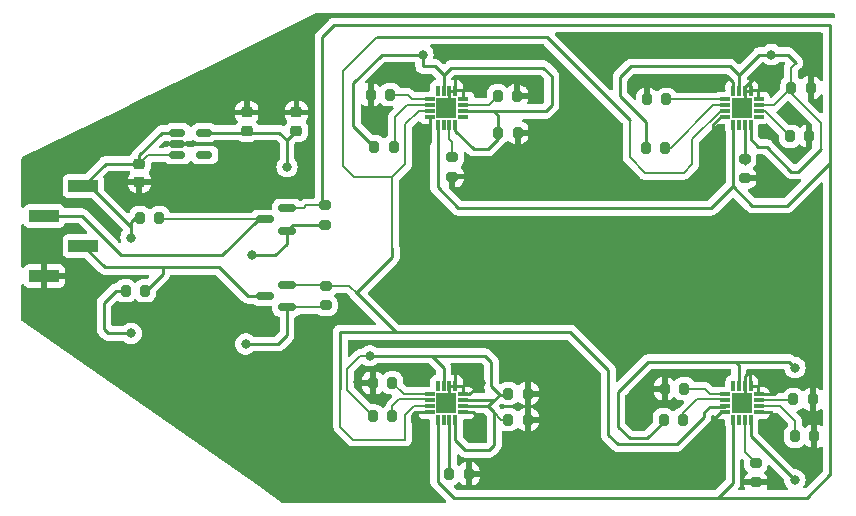
<source format=gbr>
%TF.GenerationSoftware,KiCad,Pcbnew,7.0.1*%
%TF.CreationDate,2023-06-15T12:54:41-05:00*%
%TF.ProjectId,MLX90393_board,4d4c5839-3033-4393-935f-626f6172642e,rev?*%
%TF.SameCoordinates,Original*%
%TF.FileFunction,Copper,L1,Top*%
%TF.FilePolarity,Positive*%
%FSLAX46Y46*%
G04 Gerber Fmt 4.6, Leading zero omitted, Abs format (unit mm)*
G04 Created by KiCad (PCBNEW 7.0.1) date 2023-06-15 12:54:41*
%MOMM*%
%LPD*%
G01*
G04 APERTURE LIST*
G04 Aperture macros list*
%AMRoundRect*
0 Rectangle with rounded corners*
0 $1 Rounding radius*
0 $2 $3 $4 $5 $6 $7 $8 $9 X,Y pos of 4 corners*
0 Add a 4 corners polygon primitive as box body*
4,1,4,$2,$3,$4,$5,$6,$7,$8,$9,$2,$3,0*
0 Add four circle primitives for the rounded corners*
1,1,$1+$1,$2,$3*
1,1,$1+$1,$4,$5*
1,1,$1+$1,$6,$7*
1,1,$1+$1,$8,$9*
0 Add four rect primitives between the rounded corners*
20,1,$1+$1,$2,$3,$4,$5,0*
20,1,$1+$1,$4,$5,$6,$7,0*
20,1,$1+$1,$6,$7,$8,$9,0*
20,1,$1+$1,$8,$9,$2,$3,0*%
G04 Aperture macros list end*
%TA.AperFunction,SMDPad,CuDef*%
%ADD10RoundRect,0.200000X-0.200000X-0.275000X0.200000X-0.275000X0.200000X0.275000X-0.200000X0.275000X0*%
%TD*%
%TA.AperFunction,SMDPad,CuDef*%
%ADD11RoundRect,0.200000X0.200000X0.275000X-0.200000X0.275000X-0.200000X-0.275000X0.200000X-0.275000X0*%
%TD*%
%TA.AperFunction,SMDPad,CuDef*%
%ADD12RoundRect,0.200000X0.275000X-0.200000X0.275000X0.200000X-0.275000X0.200000X-0.275000X-0.200000X0*%
%TD*%
%TA.AperFunction,SMDPad,CuDef*%
%ADD13RoundRect,0.225000X0.250000X-0.225000X0.250000X0.225000X-0.250000X0.225000X-0.250000X-0.225000X0*%
%TD*%
%TA.AperFunction,SMDPad,CuDef*%
%ADD14RoundRect,0.150000X0.587500X0.150000X-0.587500X0.150000X-0.587500X-0.150000X0.587500X-0.150000X0*%
%TD*%
%TA.AperFunction,SMDPad,CuDef*%
%ADD15RoundRect,0.200000X-0.275000X0.200000X-0.275000X-0.200000X0.275000X-0.200000X0.275000X0.200000X0*%
%TD*%
%TA.AperFunction,SMDPad,CuDef*%
%ADD16RoundRect,0.225000X-0.250000X0.225000X-0.250000X-0.225000X0.250000X-0.225000X0.250000X0.225000X0*%
%TD*%
%TA.AperFunction,SMDPad,CuDef*%
%ADD17RoundRect,0.150000X-0.512500X-0.150000X0.512500X-0.150000X0.512500X0.150000X-0.512500X0.150000X0*%
%TD*%
%TA.AperFunction,SMDPad,CuDef*%
%ADD18RoundRect,0.007800X-0.412200X-0.122200X0.412200X-0.122200X0.412200X0.122200X-0.412200X0.122200X0*%
%TD*%
%TA.AperFunction,SMDPad,CuDef*%
%ADD19RoundRect,0.007800X0.122200X-0.412200X0.122200X0.412200X-0.122200X0.412200X-0.122200X-0.412200X0*%
%TD*%
%TA.AperFunction,SMDPad,CuDef*%
%ADD20R,1.680000X1.680000*%
%TD*%
%TA.AperFunction,SMDPad,CuDef*%
%ADD21R,2.510000X1.000000*%
%TD*%
%TA.AperFunction,ViaPad*%
%ADD22C,0.800000*%
%TD*%
%TA.AperFunction,Conductor*%
%ADD23C,0.250000*%
%TD*%
%TA.AperFunction,Conductor*%
%ADD24C,0.150000*%
%TD*%
G04 APERTURE END LIST*
D10*
%TO.P,R21,1*%
%TO.N,+3.3V*%
X18375000Y-137900000D03*
%TO.P,R21,2*%
%TO.N,Net-(U1-SENB{slash}CS)*%
X20025000Y-137900000D03*
%TD*%
D11*
%TO.P,R5,1*%
%TO.N,GND*%
X6900000Y-135700000D03*
%TO.P,R5,2*%
%TO.N,+3.3V*%
X5250000Y-135700000D03*
%TD*%
D12*
%TO.P,R19,1*%
%TO.N,+3.3V*%
X-10200000Y-128225000D03*
%TO.P,R19,2*%
%TO.N,SCL_3V*%
X-10200000Y-126575000D03*
%TD*%
D13*
%TO.P,C1,1*%
%TO.N,+3.3V*%
X-16900000Y-113450000D03*
%TO.P,C1,2*%
%TO.N,GND*%
X-16900000Y-111900000D03*
%TD*%
D10*
%TO.P,R24,1*%
%TO.N,+3.3V*%
X-6225000Y-137600000D03*
%TO.P,R24,2*%
%TO.N,Net-(U2-SENB{slash}CS)*%
X-4575000Y-137600000D03*
%TD*%
D11*
%TO.P,R9,1*%
%TO.N,GND*%
X30825000Y-109800000D03*
%TO.P,R9,2*%
%TO.N,+3.3V*%
X29175000Y-109800000D03*
%TD*%
D10*
%TO.P,R16,1*%
%TO.N,GND*%
X-6425000Y-110400000D03*
%TO.P,R16,2*%
%TO.N,Net-(U4-INT)*%
X-4775000Y-110400000D03*
%TD*%
D13*
%TO.P,C2,1*%
%TO.N,+3.3V*%
X-12700000Y-113450000D03*
%TO.P,C2,2*%
%TO.N,GND*%
X-12700000Y-111900000D03*
%TD*%
D11*
%TO.P,R1,1*%
%TO.N,GND*%
X31025000Y-136200000D03*
%TO.P,R1,2*%
%TO.N,Net-(U1-A0)*%
X29375000Y-136200000D03*
%TD*%
D10*
%TO.P,R22,1*%
%TO.N,+3.3V*%
X16875000Y-114900000D03*
%TO.P,R22,2*%
%TO.N,Net-(U3-SENB{slash}CS)*%
X18525000Y-114900000D03*
%TD*%
D12*
%TO.P,R20,1*%
%TO.N,+3.3V*%
X-10300000Y-121425000D03*
%TO.P,R20,2*%
%TO.N,SDA_3V*%
X-10300000Y-119775000D03*
%TD*%
D10*
%TO.P,R18,1*%
%TO.N,VCC*%
X-27170000Y-127000000D03*
%TO.P,R18,2*%
%TO.N,SCL*%
X-25520000Y-127000000D03*
%TD*%
D11*
%TO.P,R14,1*%
%TO.N,GND*%
X6025000Y-113600000D03*
%TO.P,R14,2*%
%TO.N,+3.3V*%
X4375000Y-113600000D03*
%TD*%
D14*
%TO.P,Q1,1,G*%
%TO.N,+3.3V*%
X-13500000Y-128400000D03*
%TO.P,Q1,2,S*%
%TO.N,SCL_3V*%
X-13500000Y-126500000D03*
%TO.P,Q1,3,D*%
%TO.N,SCL*%
X-15375000Y-127450000D03*
%TD*%
D15*
%TO.P,R4,1*%
%TO.N,Net-(U1-INT{slash}TRIG)*%
X26200000Y-141575000D03*
%TO.P,R4,2*%
%TO.N,GND*%
X26200000Y-143225000D03*
%TD*%
D16*
%TO.P,C3,1*%
%TO.N,VCC*%
X-26000000Y-116225000D03*
%TO.P,C3,2*%
%TO.N,GND*%
X-26000000Y-117775000D03*
%TD*%
D14*
%TO.P,Q2,1,G*%
%TO.N,+3.3V*%
X-13500000Y-121900000D03*
%TO.P,Q2,2,S*%
%TO.N,SDA_3V*%
X-13500000Y-120000000D03*
%TO.P,Q2,3,D*%
%TO.N,SDA*%
X-15375000Y-120950000D03*
%TD*%
D11*
%TO.P,R13,1*%
%TO.N,GND*%
X5980000Y-110500000D03*
%TO.P,R13,2*%
%TO.N,Net-(U4-A0)*%
X4330000Y-110500000D03*
%TD*%
%TO.P,R2,1*%
%TO.N,GND*%
X31150000Y-139300000D03*
%TO.P,R2,2*%
%TO.N,Net-(U1-A1)*%
X29500000Y-139300000D03*
%TD*%
D10*
%TO.P,R23,1*%
%TO.N,+3.3V*%
X-6125000Y-114800000D03*
%TO.P,R23,2*%
%TO.N,Net-(U4-SENB{slash}CS)*%
X-4475000Y-114800000D03*
%TD*%
D17*
%TO.P,U5,1,VIN*%
%TO.N,VCC*%
X-22775000Y-113600000D03*
%TO.P,U5,2,GND*%
%TO.N,GND*%
X-22775000Y-114550000D03*
%TO.P,U5,3,EN*%
%TO.N,VCC*%
X-22775000Y-115500000D03*
%TO.P,U5,4,NC*%
%TO.N,unconnected-(U5-NC-Pad4)*%
X-20500000Y-115500000D03*
%TO.P,U5,5,VOUT*%
%TO.N,+3.3V*%
X-20500000Y-113600000D03*
%TD*%
D10*
%TO.P,R8,1*%
%TO.N,GND*%
X-6225000Y-134800000D03*
%TO.P,R8,2*%
%TO.N,Net-(U2-INT)*%
X-4575000Y-134800000D03*
%TD*%
D18*
%TO.P,U1,1,INT*%
%TO.N,Net-(U1-INT)*%
X23565000Y-135760000D03*
%TO.P,U1,2,SENB/CS*%
%TO.N,Net-(U1-SENB{slash}CS)*%
X23565000Y-136260000D03*
%TO.P,U1,3,SCL/SCLK*%
%TO.N,SCL_3V*%
X23565000Y-136760000D03*
%TO.P,U1,4,NC/GND*%
%TO.N,GND*%
X23565000Y-137260000D03*
D19*
%TO.P,U1,5,SDA/MOSI*%
%TO.N,SDA_3V*%
X24250000Y-137945000D03*
%TO.P,U1,6,MISO*%
%TO.N,unconnected-(U1-MISO-Pad6)*%
X24750000Y-137945000D03*
%TO.P,U1,7,INT/TRIG*%
%TO.N,Net-(U1-INT{slash}TRIG)*%
X25250000Y-137945000D03*
%TO.P,U1,8,VDD_IO*%
%TO.N,+3.3V*%
X25750000Y-137945000D03*
D18*
%TO.P,U1,9,NC/GND-1*%
%TO.N,GND*%
X26435000Y-137260000D03*
%TO.P,U1,10,A1*%
%TO.N,Net-(U1-A1)*%
X26435000Y-136760000D03*
%TO.P,U1,11,A0*%
%TO.N,Net-(U1-A0)*%
X26435000Y-136260000D03*
%TO.P,U1,12,VSS*%
%TO.N,GND*%
X26435000Y-135760000D03*
D19*
%TO.P,U1,13,NC/GND-2*%
X25750000Y-135075000D03*
%TO.P,U1,14,NC/GND-3*%
X25250000Y-135075000D03*
%TO.P,U1,15,VDD*%
%TO.N,+3.3V*%
X24750000Y-135075000D03*
%TO.P,U1,16,NC/GND-4*%
%TO.N,GND*%
X24250000Y-135075000D03*
D20*
%TO.P,U1,17,PAD*%
X25000000Y-136510000D03*
%TD*%
D18*
%TO.P,U3,1,INT*%
%TO.N,Net-(U3-INT)*%
X23565000Y-110760000D03*
%TO.P,U3,2,SENB/CS*%
%TO.N,Net-(U3-SENB{slash}CS)*%
X23565000Y-111260000D03*
%TO.P,U3,3,SCL/SCLK*%
%TO.N,SCL_3V*%
X23565000Y-111760000D03*
%TO.P,U3,4,NC/GND*%
%TO.N,GND*%
X23565000Y-112260000D03*
D19*
%TO.P,U3,5,SDA/MOSI*%
%TO.N,SDA_3V*%
X24250000Y-112945000D03*
%TO.P,U3,6,MISO*%
%TO.N,unconnected-(U3-MISO-Pad6)*%
X24750000Y-112945000D03*
%TO.P,U3,7,INT/TRIG*%
%TO.N,Net-(U3-INT{slash}TRIG)*%
X25250000Y-112945000D03*
%TO.P,U3,8,VDD_IO*%
%TO.N,+3.3V*%
X25750000Y-112945000D03*
D18*
%TO.P,U3,9,NC/GND-1*%
%TO.N,GND*%
X26435000Y-112260000D03*
%TO.P,U3,10,A1*%
%TO.N,Net-(U3-A1)*%
X26435000Y-111760000D03*
%TO.P,U3,11,A0*%
%TO.N,+3.3V*%
X26435000Y-111260000D03*
%TO.P,U3,12,VSS*%
%TO.N,GND*%
X26435000Y-110760000D03*
D19*
%TO.P,U3,13,NC/GND-2*%
X25750000Y-110075000D03*
%TO.P,U3,14,NC/GND-3*%
X25250000Y-110075000D03*
%TO.P,U3,15,VDD*%
%TO.N,+3.3V*%
X24750000Y-110075000D03*
%TO.P,U3,16,NC/GND-4*%
%TO.N,GND*%
X24250000Y-110075000D03*
D20*
%TO.P,U3,17,PAD*%
X25000000Y-111510000D03*
%TD*%
D15*
%TO.P,R15,1*%
%TO.N,Net-(U4-INT{slash}TRIG)*%
X500000Y-115675000D03*
%TO.P,R15,2*%
%TO.N,GND*%
X500000Y-117325000D03*
%TD*%
D11*
%TO.P,R10,1*%
%TO.N,GND*%
X30725000Y-113900000D03*
%TO.P,R10,2*%
%TO.N,Net-(U3-A1)*%
X29075000Y-113900000D03*
%TD*%
D10*
%TO.P,R12,1*%
%TO.N,GND*%
X16975000Y-110800000D03*
%TO.P,R12,2*%
%TO.N,Net-(U3-INT)*%
X18625000Y-110800000D03*
%TD*%
D21*
%TO.P,J1,1,Pin_1*%
%TO.N,GND*%
X-34060000Y-125730000D03*
%TO.P,J1,2,Pin_2*%
%TO.N,SCL*%
X-30750000Y-123190000D03*
%TO.P,J1,3,Pin_3*%
%TO.N,SDA*%
X-34060000Y-120650000D03*
%TO.P,J1,4,Pin_4*%
%TO.N,VCC*%
X-30750000Y-118110000D03*
%TD*%
D18*
%TO.P,U4,1,INT*%
%TO.N,Net-(U4-INT)*%
X-1435000Y-110760000D03*
%TO.P,U4,2,SENB/CS*%
%TO.N,Net-(U4-SENB{slash}CS)*%
X-1435000Y-111260000D03*
%TO.P,U4,3,SCL/SCLK*%
%TO.N,SCL_3V*%
X-1435000Y-111760000D03*
%TO.P,U4,4,NC/GND*%
%TO.N,GND*%
X-1435000Y-112260000D03*
D19*
%TO.P,U4,5,SDA/MOSI*%
%TO.N,SDA_3V*%
X-750000Y-112945000D03*
%TO.P,U4,6,MISO*%
%TO.N,unconnected-(U4-MISO-Pad6)*%
X-250000Y-112945000D03*
%TO.P,U4,7,INT/TRIG*%
%TO.N,Net-(U4-INT{slash}TRIG)*%
X250000Y-112945000D03*
%TO.P,U4,8,VDD_IO*%
%TO.N,+3.3V*%
X750000Y-112945000D03*
D18*
%TO.P,U4,9,NC/GND-1*%
%TO.N,GND*%
X1435000Y-112260000D03*
%TO.P,U4,10,A1*%
%TO.N,+3.3V*%
X1435000Y-111760000D03*
%TO.P,U4,11,A0*%
%TO.N,Net-(U4-A0)*%
X1435000Y-111260000D03*
%TO.P,U4,12,VSS*%
%TO.N,GND*%
X1435000Y-110760000D03*
D19*
%TO.P,U4,13,NC/GND-2*%
X750000Y-110075000D03*
%TO.P,U4,14,NC/GND-3*%
X250000Y-110075000D03*
%TO.P,U4,15,VDD*%
%TO.N,+3.3V*%
X-250000Y-110075000D03*
%TO.P,U4,16,NC/GND-4*%
%TO.N,GND*%
X-750000Y-110075000D03*
D20*
%TO.P,U4,17,PAD*%
X0Y-111510000D03*
%TD*%
D10*
%TO.P,R3,1*%
%TO.N,GND*%
X18475000Y-135300000D03*
%TO.P,R3,2*%
%TO.N,Net-(U1-INT)*%
X20125000Y-135300000D03*
%TD*%
%TO.P,R17,1*%
%TO.N,VCC*%
X-25950000Y-120800000D03*
%TO.P,R17,2*%
%TO.N,SDA*%
X-24300000Y-120800000D03*
%TD*%
D15*
%TO.P,R11,1*%
%TO.N,Net-(U3-INT{slash}TRIG)*%
X25250000Y-115800000D03*
%TO.P,R11,2*%
%TO.N,GND*%
X25250000Y-117450000D03*
%TD*%
D10*
%TO.P,R7,1*%
%TO.N,Net-(U2-INT{slash}TRIG)*%
X250000Y-142500000D03*
%TO.P,R7,2*%
%TO.N,GND*%
X1900000Y-142500000D03*
%TD*%
D18*
%TO.P,U2,1,INT*%
%TO.N,Net-(U2-INT)*%
X-1435000Y-135760000D03*
%TO.P,U2,2,SENB/CS*%
%TO.N,Net-(U2-SENB{slash}CS)*%
X-1435000Y-136260000D03*
%TO.P,U2,3,SCL/SCLK*%
%TO.N,SCL_3V*%
X-1435000Y-136760000D03*
%TO.P,U2,4,NC/GND*%
%TO.N,GND*%
X-1435000Y-137260000D03*
D19*
%TO.P,U2,5,SDA/MOSI*%
%TO.N,SDA_3V*%
X-750000Y-137945000D03*
%TO.P,U2,6,MISO*%
%TO.N,unconnected-(U2-MISO-Pad6)*%
X-250000Y-137945000D03*
%TO.P,U2,7,INT/TRIG*%
%TO.N,Net-(U2-INT{slash}TRIG)*%
X250000Y-137945000D03*
%TO.P,U2,8,VDD_IO*%
%TO.N,+3.3V*%
X750000Y-137945000D03*
D18*
%TO.P,U2,9,NC/GND-1*%
%TO.N,GND*%
X1435000Y-137260000D03*
%TO.P,U2,10,A1*%
%TO.N,+3.3V*%
X1435000Y-136760000D03*
%TO.P,U2,11,A0*%
X1435000Y-136260000D03*
%TO.P,U2,12,VSS*%
%TO.N,GND*%
X1435000Y-135760000D03*
D19*
%TO.P,U2,13,NC/GND-2*%
X750000Y-135075000D03*
%TO.P,U2,14,NC/GND-3*%
X250000Y-135075000D03*
%TO.P,U2,15,VDD*%
%TO.N,+3.3V*%
X-250000Y-135075000D03*
%TO.P,U2,16,NC/GND-4*%
%TO.N,GND*%
X-750000Y-135075000D03*
D20*
%TO.P,U2,17,PAD*%
X0Y-136510000D03*
%TD*%
D11*
%TO.P,R6,1*%
%TO.N,GND*%
X6900000Y-137900000D03*
%TO.P,R6,2*%
%TO.N,+3.3V*%
X5250000Y-137900000D03*
%TD*%
D22*
%TO.N,+3.3V*%
X29500000Y-133500000D03*
X27500000Y-107000000D03*
X-6500000Y-132500000D03*
X-17000000Y-131500000D03*
X-16500000Y-124000000D03*
X-13500000Y-116500000D03*
X-2000000Y-107000000D03*
X29500000Y-143000000D03*
%TO.N,GND*%
X-12100000Y-139900000D03*
X6600000Y-109300000D03*
X27800000Y-143000000D03*
X-3300000Y-134174500D03*
X2700000Y-138000000D03*
X15300000Y-132300000D03*
X21300000Y-134200000D03*
X16200000Y-109300000D03*
X26500000Y-118600000D03*
X8600000Y-132000000D03*
X-1100000Y-127100000D03*
X28100000Y-138900000D03*
X11700000Y-115300000D03*
X28100000Y-134600000D03*
X29000000Y-111900000D03*
X-7500000Y-134700000D03*
X-3700000Y-108700000D03*
X28000000Y-109000000D03*
X-18000000Y-110200000D03*
X2900000Y-134800000D03*
%TO.N,VCC*%
X-26700000Y-130600000D03*
X-26700000Y-122500000D03*
%TD*%
D23*
%TO.N,+3.3V*%
X25750000Y-139250000D02*
X29500000Y-143000000D01*
X26500000Y-107000000D02*
X24750000Y-108750000D01*
X19100000Y-133000000D02*
X19300000Y-133000000D01*
X24750000Y-133250000D02*
X24500000Y-133000000D01*
X19300000Y-133000000D02*
X24500000Y-133000000D01*
X-7900000Y-113025000D02*
X-6125000Y-114800000D01*
X8900000Y-108800000D02*
X8900000Y-111300000D01*
X3500000Y-115000000D02*
X2299950Y-115000000D01*
X4035000Y-137300000D02*
X4035000Y-137800000D01*
X16875000Y-112675000D02*
X16875000Y-114900000D01*
X-13500000Y-123000000D02*
X-13500000Y-121900000D01*
X3500000Y-115000000D02*
X4375000Y-114125000D01*
X-20500000Y-113600000D02*
X-14150000Y-113600000D01*
X5150000Y-135800000D02*
X5250000Y-135700000D01*
X3250000Y-132500000D02*
X3800000Y-133050000D01*
X25750000Y-114150000D02*
X25750000Y-112945000D01*
X-17000000Y-131500000D02*
X-14250000Y-131500000D01*
X-7900000Y-109400000D02*
X-7900000Y-113025000D01*
X31700000Y-115000000D02*
X29800000Y-116900000D01*
D24*
X29175000Y-109800000D02*
X29175000Y-110275000D01*
D23*
X3800000Y-133050000D02*
X3800000Y-135100000D01*
D24*
X-13500000Y-128400000D02*
X-10375000Y-128400000D01*
D23*
X-2000000Y-108000000D02*
X-1000000Y-108000000D01*
X-13000000Y-121400000D02*
X-13500000Y-121900000D01*
X-1250000Y-132500000D02*
X3250000Y-132500000D01*
D24*
X29175000Y-108125000D02*
X29600000Y-107700000D01*
D23*
X29800000Y-116900000D02*
X29199950Y-116900000D01*
X4035000Y-137800000D02*
X4035000Y-140065000D01*
X3495000Y-136760000D02*
X4035000Y-137300000D01*
X19300000Y-133000000D02*
X17100000Y-133000000D01*
X17000000Y-139500000D02*
X18375000Y-138125000D01*
X-250000Y-108750000D02*
X-250000Y-110075000D01*
X27500000Y-107000000D02*
X28900000Y-107000000D01*
X-14250000Y-131500000D02*
X-13500000Y-130750000D01*
D24*
X29175000Y-109800000D02*
X29175000Y-108125000D01*
D23*
X4000000Y-111800000D02*
X1475000Y-111800000D01*
X-2000000Y-107000000D02*
X-5500000Y-107000000D01*
X2500000Y-136760000D02*
X3300000Y-136760000D01*
X15600000Y-108000000D02*
X14700000Y-108900000D01*
X3300000Y-136760000D02*
X3495000Y-136760000D01*
X24500000Y-133000000D02*
X25000000Y-133000000D01*
X-250000Y-135075000D02*
X-250000Y-133500000D01*
X4050000Y-136250000D02*
X3540000Y-136760000D01*
X8200000Y-108100000D02*
X8900000Y-108800000D01*
X-6500000Y-132500000D02*
X-1250000Y-132500000D01*
X4035000Y-140065000D02*
X3600000Y-140500000D01*
X1435000Y-136260000D02*
X3000000Y-136260000D01*
X16200000Y-133900000D02*
X14500000Y-135600000D01*
X-13500000Y-116500000D02*
X-13500000Y-114250000D01*
X-13500000Y-114250000D02*
X-12700000Y-113450000D01*
X17100000Y-133000000D02*
X16200000Y-133900000D01*
X27500000Y-107000000D02*
X26500000Y-107000000D01*
X-5500000Y-107000000D02*
X-7900000Y-109400000D01*
X750000Y-113450050D02*
X750000Y-112945000D01*
X-250000Y-133500000D02*
X-1250000Y-132500000D01*
X4500000Y-135800000D02*
X5150000Y-135800000D01*
D24*
X-7300000Y-132500000D02*
X-6500000Y-132500000D01*
X-8400000Y-133600000D02*
X-7300000Y-132500000D01*
D23*
X-10300000Y-121425000D02*
X-10325000Y-121400000D01*
X-2000000Y-107000000D02*
X-2000000Y-108000000D01*
X1475000Y-111800000D02*
X1435000Y-111760000D01*
X8900000Y-111300000D02*
X8400000Y-111800000D01*
X400000Y-108100000D02*
X8200000Y-108100000D01*
X3600000Y-140500000D02*
X1600000Y-140500000D01*
X15500000Y-139500000D02*
X17000000Y-139500000D01*
X3000000Y-136260000D02*
X3000000Y-136250000D01*
X28900000Y-107000000D02*
X29600000Y-107700000D01*
D24*
X4635000Y-137900000D02*
X4035000Y-137300000D01*
D23*
X1600000Y-140500000D02*
X750000Y-139650000D01*
D24*
X-8400000Y-135425000D02*
X-8400000Y-133600000D01*
D23*
X-14500000Y-124000000D02*
X-13500000Y-123000000D01*
X27099950Y-114800000D02*
X26400000Y-114800000D01*
X8400000Y-111800000D02*
X4000000Y-111800000D01*
X29000000Y-133000000D02*
X25000000Y-133000000D01*
X3800000Y-135100000D02*
X4500000Y-135800000D01*
X4050000Y-136250000D02*
X4500000Y-135800000D01*
X24750000Y-108750000D02*
X24750000Y-110075000D01*
X4375000Y-113600000D02*
X4375000Y-112175000D01*
D24*
X29175000Y-110275000D02*
X31700000Y-112800000D01*
D23*
X24750000Y-108750000D02*
X24000000Y-108000000D01*
X26400000Y-114800000D02*
X25750000Y-114150000D01*
D24*
X31700000Y-112800000D02*
X31700000Y-115000000D01*
D23*
X4375000Y-114125000D02*
X4375000Y-113600000D01*
X3000000Y-136250000D02*
X4050000Y-136250000D01*
X2299950Y-115000000D02*
X750000Y-113450050D01*
X29500000Y-133500000D02*
X29000000Y-133000000D01*
X29199950Y-116900000D02*
X27099950Y-114800000D01*
X750000Y-139650000D02*
X750000Y-137945000D01*
X-1000000Y-108000000D02*
X-250000Y-108750000D01*
X3540000Y-136760000D02*
X3300000Y-136760000D01*
X4375000Y-112175000D02*
X4000000Y-111800000D01*
X14700000Y-108900000D02*
X14700000Y-110500000D01*
X14500000Y-138500000D02*
X15500000Y-139500000D01*
D24*
X26435000Y-111260000D02*
X27715000Y-111260000D01*
D23*
X-16500000Y-124000000D02*
X-14500000Y-124000000D01*
X24750000Y-135075000D02*
X24750000Y-133250000D01*
D24*
X-6225000Y-137600000D02*
X-8400000Y-135425000D01*
D23*
X1435000Y-136760000D02*
X2500000Y-136760000D01*
D24*
X27715000Y-111260000D02*
X29175000Y-109800000D01*
X-10375000Y-128400000D02*
X-10200000Y-128225000D01*
D23*
X24000000Y-108000000D02*
X15600000Y-108000000D01*
X-250000Y-108750000D02*
X400000Y-108100000D01*
X-14150000Y-113600000D02*
X-13500000Y-114250000D01*
X18375000Y-138125000D02*
X18375000Y-137900000D01*
D24*
X5250000Y-137900000D02*
X4635000Y-137900000D01*
D23*
X14700000Y-110500000D02*
X16875000Y-112675000D01*
X25750000Y-137945000D02*
X25750000Y-139250000D01*
X14500000Y-135600000D02*
X14500000Y-138500000D01*
X-13500000Y-130750000D02*
X-13500000Y-128400000D01*
X-10325000Y-121400000D02*
X-13000000Y-121400000D01*
%TO.N,GND*%
X24250000Y-110075000D02*
X24250000Y-109290000D01*
X250000Y-135075000D02*
X750000Y-135075000D01*
X23750000Y-108790000D02*
X22340000Y-108790000D01*
X25250000Y-110075000D02*
X25250000Y-111260000D01*
X-2900000Y-137500000D02*
X-2900000Y-138100000D01*
D24*
X18475000Y-135300000D02*
X18475000Y-135025000D01*
D23*
X25250000Y-111260000D02*
X25000000Y-111510000D01*
X25250000Y-109750000D02*
X26000000Y-109000000D01*
X250000Y-111260000D02*
X0Y-111510000D01*
X250000Y-110075000D02*
X250000Y-111260000D01*
X-2660000Y-137260000D02*
X-2900000Y-137500000D01*
X27460000Y-137260000D02*
X28100000Y-137900000D01*
X28100000Y-135400000D02*
X28100000Y-134600000D01*
X23240000Y-137260000D02*
X22000000Y-138500000D01*
X22600000Y-112900000D02*
X22600000Y-114600000D01*
X25250000Y-136260000D02*
X25000000Y-136510000D01*
X26435000Y-137260000D02*
X27460000Y-137260000D01*
X27740000Y-135760000D02*
X28100000Y-135400000D01*
X1435000Y-135760000D02*
X1940000Y-135760000D01*
X2260000Y-137260000D02*
X1435000Y-137260000D01*
X25250000Y-110075000D02*
X25750000Y-110075000D01*
X-1435000Y-112260000D02*
X-1435000Y-114435000D01*
X1940000Y-135760000D02*
X2900000Y-134800000D01*
X750000Y-110075000D02*
X250000Y-110075000D01*
X-1435000Y-114435000D02*
X-2000000Y-115000000D01*
X25250000Y-135075000D02*
X25250000Y-136260000D01*
X25250000Y-135075000D02*
X25250000Y-134250000D01*
X23565000Y-137260000D02*
X23240000Y-137260000D01*
X26435000Y-135760000D02*
X27740000Y-135760000D01*
X28100000Y-137900000D02*
X28100000Y-138900000D01*
X25500000Y-134000000D02*
X25750000Y-134000000D01*
X23240000Y-112260000D02*
X22600000Y-112900000D01*
X26435000Y-135565000D02*
X26435000Y-135760000D01*
X25250000Y-110075000D02*
X25250000Y-109750000D01*
X2700000Y-137700000D02*
X2260000Y-137260000D01*
X23565000Y-112260000D02*
X23240000Y-112260000D01*
X24250000Y-109290000D02*
X23750000Y-108790000D01*
X25250000Y-134250000D02*
X25500000Y-134000000D01*
X250000Y-135075000D02*
X250000Y-136260000D01*
X2700000Y-138000000D02*
X2700000Y-137700000D01*
X26000000Y-109000000D02*
X28000000Y-109000000D01*
X250000Y-136260000D02*
X0Y-136510000D01*
X-1435000Y-137260000D02*
X-2660000Y-137260000D01*
%TO.N,VCC*%
X-26000000Y-116225000D02*
X-26000000Y-115500000D01*
X-28000000Y-127000000D02*
X-27170000Y-127000000D01*
D24*
X-22775000Y-115500000D02*
X-25275000Y-115500000D01*
D23*
X-25820000Y-120750000D02*
X-26250000Y-120750000D01*
X-24100000Y-113600000D02*
X-22775000Y-113600000D01*
X-26700000Y-130600000D02*
X-28650000Y-130600000D01*
X-26700000Y-122500000D02*
X-26700000Y-121630000D01*
X-26250000Y-120750000D02*
X-26700000Y-121200000D01*
X-26000000Y-115500000D02*
X-24100000Y-113600000D01*
X-30750000Y-118110000D02*
X-28865000Y-116225000D01*
X-30220000Y-118110000D02*
X-26700000Y-121630000D01*
X-29000000Y-128000000D02*
X-28000000Y-127000000D01*
X-30750000Y-118110000D02*
X-30220000Y-118110000D01*
X-26700000Y-121200000D02*
X-26700000Y-121630000D01*
D24*
X-25275000Y-115500000D02*
X-26000000Y-116225000D01*
D23*
X-28865000Y-116225000D02*
X-26000000Y-116225000D01*
X-29000000Y-130250000D02*
X-29000000Y-128000000D01*
X-28650000Y-130600000D02*
X-29000000Y-130250000D01*
%TO.N,SDA*%
X-16000000Y-121000000D02*
X-15425000Y-121000000D01*
X-19000000Y-124000000D02*
X-21930000Y-124000000D01*
X-27535000Y-124000000D02*
X-30885000Y-120650000D01*
X-21930000Y-124000000D02*
X-27535000Y-124000000D01*
X-30885000Y-120650000D02*
X-34060000Y-120650000D01*
X-19000000Y-124000000D02*
X-16000000Y-121000000D01*
D24*
X-15575000Y-120750000D02*
X-15375000Y-120950000D01*
X-24150000Y-120950000D02*
X-24300000Y-120800000D01*
D23*
X-15425000Y-121000000D02*
X-15375000Y-120950000D01*
D24*
X-15375000Y-120950000D02*
X-24150000Y-120950000D01*
D23*
%TO.N,SCL*%
X-19250000Y-125000000D02*
X-24025000Y-125000000D01*
X-16800000Y-127450000D02*
X-19250000Y-125000000D01*
X-24025000Y-125000000D02*
X-28940000Y-125000000D01*
X-28940000Y-125000000D02*
X-30750000Y-123190000D01*
X-15375000Y-127450000D02*
X-16800000Y-127450000D01*
X-24025000Y-125562500D02*
X-25462500Y-127000000D01*
X-24025000Y-125000000D02*
X-24025000Y-125562500D01*
D24*
%TO.N,SCL_3V*%
X-4600000Y-124160000D02*
X-4800000Y-124360000D01*
X-8800000Y-108400000D02*
X-5900000Y-105500000D01*
X-1435000Y-111760000D02*
X-2360000Y-111760000D01*
X15500000Y-115700000D02*
X15500000Y-112500000D01*
X-8225000Y-126575000D02*
X-7500000Y-127300000D01*
D23*
X21800000Y-137700000D02*
X21800000Y-137300000D01*
D24*
X23201371Y-111760000D02*
X20800000Y-114161371D01*
X20100000Y-117000000D02*
X16800000Y-117000000D01*
X-1435000Y-136760000D02*
X-2760000Y-136760000D01*
X-4600000Y-117400000D02*
X-4600000Y-123400000D01*
X-3500000Y-137500000D02*
X-3500000Y-139600000D01*
X16800000Y-117000000D02*
X15500000Y-115700000D01*
D23*
X-9000000Y-135100000D02*
X-9000000Y-130500000D01*
X13700000Y-139200000D02*
X14500000Y-140000000D01*
D24*
X-7800000Y-117400000D02*
X-8800000Y-116400000D01*
X-3500000Y-139600000D02*
X-7900000Y-139600000D01*
X-9000000Y-138500000D02*
X-9000000Y-135100000D01*
X-4600000Y-117400000D02*
X-7800000Y-117400000D01*
D23*
X-4300000Y-130500000D02*
X10500000Y-130500000D01*
X-7500000Y-127300000D02*
X-4300000Y-130500000D01*
D24*
X20800000Y-114161371D02*
X20800000Y-116300000D01*
D23*
X-4600000Y-124160000D02*
X-4600000Y-123400000D01*
D24*
X-3500000Y-116300000D02*
X-4600000Y-117400000D01*
D23*
X13700000Y-133700000D02*
X13700000Y-139200000D01*
D24*
X-8800000Y-116400000D02*
X-8800000Y-108400000D01*
D23*
X22300000Y-136800000D02*
X23525000Y-136800000D01*
X8500000Y-105500000D02*
X-5900000Y-105500000D01*
D24*
X20800000Y-116300000D02*
X20100000Y-117000000D01*
D23*
X19500000Y-140000000D02*
X21800000Y-137700000D01*
D24*
X-2760000Y-136760000D02*
X-3500000Y-137500000D01*
X-2360000Y-111760000D02*
X-3500000Y-112900000D01*
X-7900000Y-139600000D02*
X-9000000Y-138500000D01*
X-3500000Y-112900000D02*
X-3500000Y-116300000D01*
D23*
X-7620000Y-127180000D02*
X-4600000Y-124160000D01*
X-9000000Y-130500000D02*
X-4500000Y-130500000D01*
D24*
X-10275000Y-126500000D02*
X-10200000Y-126575000D01*
X-13500000Y-126500000D02*
X-10275000Y-126500000D01*
D23*
X-9000000Y-135300000D02*
X-9000000Y-135100000D01*
D24*
X23565000Y-111760000D02*
X23201371Y-111760000D01*
D23*
X21800000Y-137300000D02*
X22300000Y-136800000D01*
X-4500000Y-130500000D02*
X-4300000Y-130500000D01*
X14500000Y-140000000D02*
X19500000Y-140000000D01*
X23525000Y-136800000D02*
X23565000Y-136760000D01*
X8500000Y-105500000D02*
X15500000Y-112500000D01*
D24*
X-10200000Y-126575000D02*
X-8225000Y-126575000D01*
D23*
X-7620000Y-127180000D02*
X-7500000Y-127300000D01*
X10500000Y-130500000D02*
X13700000Y-133700000D01*
%TO.N,SDA_3V*%
X17695000Y-144500000D02*
X23000000Y-144500000D01*
X600000Y-144500000D02*
X17695000Y-144500000D01*
X30500000Y-144500000D02*
X32500000Y-142500000D01*
D24*
X-12100000Y-120000000D02*
X-11875000Y-119775000D01*
D23*
X23000000Y-144500000D02*
X30500000Y-144500000D01*
X24250000Y-118000000D02*
X24250000Y-112945000D01*
D24*
X-11875000Y-119775000D02*
X-10300000Y-119775000D01*
D23*
X24250000Y-118150000D02*
X22400000Y-120000000D01*
X-750000Y-112945000D02*
X-750000Y-118250000D01*
X22400000Y-120000000D02*
X22300000Y-120000000D01*
X-10500000Y-105500000D02*
X-10500000Y-120000000D01*
X-750000Y-137945000D02*
X-750000Y-143150000D01*
X28836396Y-119800000D02*
X32500000Y-116136396D01*
D24*
X-13500000Y-120000000D02*
X-12100000Y-120000000D01*
D23*
X25900000Y-119800000D02*
X28836396Y-119800000D01*
X1000000Y-120000000D02*
X18000000Y-120000000D01*
X-750000Y-118250000D02*
X1000000Y-120000000D01*
X24250000Y-143250000D02*
X23000000Y-144500000D01*
X24250000Y-118150000D02*
X24250000Y-118000000D01*
X-9500000Y-104500000D02*
X-10500000Y-105500000D01*
X32500000Y-116000000D02*
X32500000Y-104500000D01*
X-750000Y-143150000D02*
X600000Y-144500000D01*
X32500000Y-104500000D02*
X-9500000Y-104500000D01*
X18000000Y-120000000D02*
X22300000Y-120000000D01*
X24250000Y-118150000D02*
X25900000Y-119800000D01*
X32500000Y-116000000D02*
X32500000Y-142600000D01*
X32500000Y-116136396D02*
X32500000Y-116000000D01*
X24250000Y-137945000D02*
X24250000Y-143250000D01*
D24*
%TO.N,Net-(U1-A0)*%
X26435000Y-136260000D02*
X29315000Y-136260000D01*
X29315000Y-136260000D02*
X29375000Y-136200000D01*
%TO.N,Net-(U1-A1)*%
X26435000Y-136760000D02*
X28235000Y-136760000D01*
X29475000Y-138000000D02*
X29500000Y-138000000D01*
X28235000Y-136760000D02*
X29475000Y-138000000D01*
X29500000Y-138000000D02*
X29500000Y-139300000D01*
%TO.N,Net-(U1-INT)*%
X21900000Y-135300000D02*
X22300000Y-135700000D01*
X22300000Y-135700000D02*
X23505000Y-135700000D01*
X23505000Y-135700000D02*
X23565000Y-135760000D01*
X20125000Y-135300000D02*
X21900000Y-135300000D01*
%TO.N,Net-(U1-INT{slash}TRIG)*%
X25250000Y-137945000D02*
X25250000Y-140625000D01*
X25250000Y-140625000D02*
X26200000Y-141575000D01*
D23*
%TO.N,Net-(U2-INT{slash}TRIG)*%
X250000Y-137945000D02*
X250000Y-142430000D01*
D24*
%TO.N,Net-(U2-INT)*%
X-3615000Y-135760000D02*
X-1435000Y-135760000D01*
X-4575000Y-134800000D02*
X-3615000Y-135760000D01*
%TO.N,Net-(U3-A1)*%
X26435000Y-111760000D02*
X26935000Y-111760000D01*
X26935000Y-111760000D02*
X29075000Y-113900000D01*
D23*
%TO.N,Net-(U3-INT{slash}TRIG)*%
X25250000Y-112945000D02*
X25250000Y-116305000D01*
D24*
%TO.N,Net-(U3-INT)*%
X23525000Y-110800000D02*
X23565000Y-110760000D01*
X18625000Y-110800000D02*
X23525000Y-110800000D01*
%TO.N,Net-(U4-A0)*%
X1435000Y-111260000D02*
X3570000Y-111260000D01*
X3570000Y-111260000D02*
X4330000Y-110500000D01*
%TO.N,Net-(U4-INT{slash}TRIG)*%
X200000Y-112995000D02*
X250000Y-112945000D01*
X250000Y-112945000D02*
X250000Y-114150000D01*
X500000Y-114400000D02*
X500000Y-115675000D01*
X250000Y-114150000D02*
X500000Y-114400000D01*
%TO.N,Net-(U4-INT)*%
X-1435000Y-110760000D02*
X-2940000Y-110760000D01*
X-4775000Y-110400000D02*
X-3300000Y-110400000D01*
X-2940000Y-110760000D02*
X-3300000Y-110400000D01*
%TO.N,Net-(U1-SENB{slash}CS)*%
X21200000Y-136200000D02*
X23505000Y-136200000D01*
X23505000Y-136200000D02*
X23565000Y-136260000D01*
X20025000Y-137375000D02*
X21200000Y-136200000D01*
X20025000Y-137900000D02*
X20025000Y-137375000D01*
%TO.N,Net-(U3-SENB{slash}CS)*%
X18525000Y-114900000D02*
X19000000Y-114900000D01*
X23525000Y-111300000D02*
X23565000Y-111260000D01*
X22600000Y-111300000D02*
X23525000Y-111300000D01*
X19000000Y-114900000D02*
X22600000Y-111300000D01*
%TO.N,Net-(U4-SENB{slash}CS)*%
X-4400000Y-114725000D02*
X-4475000Y-114800000D01*
X-3360000Y-111260000D02*
X-4400000Y-112300000D01*
X-1435000Y-111260000D02*
X-3360000Y-111260000D01*
X-4400000Y-112300000D02*
X-4400000Y-114725000D01*
%TO.N,Net-(U2-SENB{slash}CS)*%
X-4000000Y-136200000D02*
X-1495000Y-136200000D01*
X-4575000Y-136775000D02*
X-4000000Y-136200000D01*
X-1495000Y-136200000D02*
X-1435000Y-136260000D01*
X-4575000Y-137600000D02*
X-4575000Y-136775000D01*
%TD*%
%TA.AperFunction,Conductor*%
%TO.N,GND*%
G36*
X-31147999Y-121284939D02*
G01*
X-31107771Y-121311819D01*
X-30441772Y-121977819D01*
X-30411522Y-122027182D01*
X-30406980Y-122084898D01*
X-30429135Y-122138385D01*
X-30473158Y-122175985D01*
X-30529453Y-122189500D01*
X-32052870Y-122189500D01*
X-32112485Y-122195909D01*
X-32247331Y-122246204D01*
X-32362546Y-122332454D01*
X-32448796Y-122447668D01*
X-32499091Y-122582516D01*
X-32505500Y-122642130D01*
X-32505500Y-123737869D01*
X-32499091Y-123797484D01*
X-32493773Y-123811742D01*
X-32448796Y-123932331D01*
X-32362546Y-124047546D01*
X-32247331Y-124133796D01*
X-32112483Y-124184091D01*
X-32052873Y-124190500D01*
X-30685453Y-124190499D01*
X-30638000Y-124199938D01*
X-30597772Y-124226818D01*
X-29440803Y-125383787D01*
X-29427902Y-125399889D01*
X-29425788Y-125401874D01*
X-29425786Y-125401877D01*
X-29378439Y-125446339D01*
X-29376760Y-125447916D01*
X-29373965Y-125450625D01*
X-29354470Y-125470120D01*
X-29351296Y-125472582D01*
X-29342432Y-125480153D01*
X-29310582Y-125510062D01*
X-29300086Y-125515832D01*
X-29293026Y-125519714D01*
X-29276769Y-125530392D01*
X-29260936Y-125542674D01*
X-29244815Y-125549649D01*
X-29220844Y-125560023D01*
X-29210357Y-125565160D01*
X-29172092Y-125586197D01*
X-29152684Y-125591180D01*
X-29134290Y-125597478D01*
X-29115895Y-125605438D01*
X-29072746Y-125612271D01*
X-29061320Y-125614638D01*
X-29045778Y-125618629D01*
X-29019020Y-125625500D01*
X-29019019Y-125625500D01*
X-28998984Y-125625500D01*
X-28979587Y-125627026D01*
X-28959804Y-125630160D01*
X-28916326Y-125626050D01*
X-28904656Y-125625500D01*
X-25271953Y-125625500D01*
X-25215658Y-125639015D01*
X-25171635Y-125676615D01*
X-25149480Y-125730102D01*
X-25154022Y-125787818D01*
X-25184272Y-125837181D01*
X-25335272Y-125988181D01*
X-25375500Y-126015061D01*
X-25422953Y-126024500D01*
X-25776617Y-126024500D01*
X-25847194Y-126030913D01*
X-25920067Y-126053621D01*
X-26009606Y-126081522D01*
X-26009608Y-126081522D01*
X-26009608Y-126081523D01*
X-26155187Y-126169528D01*
X-26257319Y-126271661D01*
X-26312906Y-126303755D01*
X-26377094Y-126303755D01*
X-26432681Y-126271661D01*
X-26534814Y-126169528D01*
X-26622820Y-126116326D01*
X-26680394Y-126081522D01*
X-26842804Y-126030914D01*
X-26842807Y-126030913D01*
X-26913383Y-126024500D01*
X-26913384Y-126024500D01*
X-27426616Y-126024500D01*
X-27426617Y-126024500D01*
X-27497194Y-126030913D01*
X-27570067Y-126053621D01*
X-27659606Y-126081522D01*
X-27659608Y-126081522D01*
X-27659608Y-126081523D01*
X-27805185Y-126169527D01*
X-27925474Y-126289817D01*
X-27940488Y-126314653D01*
X-27985689Y-126358507D01*
X-28031979Y-126370660D01*
X-28031617Y-126373524D01*
X-28039348Y-126374500D01*
X-28039350Y-126374500D01*
X-28043329Y-126375002D01*
X-28054959Y-126375917D01*
X-28098628Y-126377289D01*
X-28117872Y-126382880D01*
X-28136916Y-126386824D01*
X-28156792Y-126389335D01*
X-28197400Y-126405413D01*
X-28208446Y-126409194D01*
X-28222563Y-126413297D01*
X-28250393Y-126421383D01*
X-28267635Y-126431579D01*
X-28285096Y-126440133D01*
X-28303733Y-126447512D01*
X-28339069Y-126473185D01*
X-28348826Y-126479595D01*
X-28386420Y-126501829D01*
X-28400587Y-126515996D01*
X-28415376Y-126528626D01*
X-28431587Y-126540404D01*
X-28459428Y-126574058D01*
X-28467289Y-126582697D01*
X-29383792Y-127499199D01*
X-29399890Y-127512096D01*
X-29447904Y-127563225D01*
X-29450609Y-127566017D01*
X-29470126Y-127585534D01*
X-29472585Y-127588705D01*
X-29480158Y-127597572D01*
X-29510065Y-127629420D01*
X-29519715Y-127646974D01*
X-29530391Y-127663228D01*
X-29542674Y-127679063D01*
X-29560025Y-127719158D01*
X-29565162Y-127729644D01*
X-29586198Y-127767907D01*
X-29591179Y-127787309D01*
X-29597480Y-127805711D01*
X-29605439Y-127824102D01*
X-29612272Y-127867242D01*
X-29614640Y-127878674D01*
X-29625500Y-127920978D01*
X-29625500Y-127941016D01*
X-29627027Y-127960413D01*
X-29630160Y-127980196D01*
X-29627341Y-128010013D01*
X-29626050Y-128023675D01*
X-29625500Y-128035344D01*
X-29625500Y-130167256D01*
X-29627765Y-130187762D01*
X-29625561Y-130257873D01*
X-29625500Y-130261768D01*
X-29625500Y-130289349D01*
X-29624997Y-130293334D01*
X-29624082Y-130304967D01*
X-29622710Y-130348626D01*
X-29617121Y-130367860D01*
X-29613175Y-130386916D01*
X-29610665Y-130406792D01*
X-29594586Y-130447404D01*
X-29590803Y-130458451D01*
X-29578618Y-130500391D01*
X-29568420Y-130517635D01*
X-29559864Y-130535100D01*
X-29552486Y-130553732D01*
X-29552485Y-130553733D01*
X-29526820Y-130589059D01*
X-29520407Y-130598822D01*
X-29498174Y-130636416D01*
X-29498171Y-130636419D01*
X-29498170Y-130636420D01*
X-29484005Y-130650585D01*
X-29471373Y-130665375D01*
X-29459594Y-130681587D01*
X-29425942Y-130709426D01*
X-29417301Y-130717289D01*
X-29150803Y-130983787D01*
X-29137902Y-130999889D01*
X-29135788Y-131001874D01*
X-29135786Y-131001877D01*
X-29116108Y-131020356D01*
X-29086760Y-131047916D01*
X-29083965Y-131050625D01*
X-29064470Y-131070120D01*
X-29061296Y-131072582D01*
X-29052432Y-131080153D01*
X-29020582Y-131110062D01*
X-29010086Y-131115832D01*
X-29003026Y-131119714D01*
X-28986769Y-131130392D01*
X-28970936Y-131142674D01*
X-28954815Y-131149649D01*
X-28930844Y-131160023D01*
X-28920357Y-131165160D01*
X-28882092Y-131186197D01*
X-28862684Y-131191180D01*
X-28844290Y-131197478D01*
X-28825895Y-131205438D01*
X-28782746Y-131212271D01*
X-28771320Y-131214638D01*
X-28755778Y-131218629D01*
X-28729020Y-131225500D01*
X-28729019Y-131225500D01*
X-28708984Y-131225500D01*
X-28689587Y-131227026D01*
X-28669804Y-131230160D01*
X-28626326Y-131226050D01*
X-28614656Y-131225500D01*
X-27403747Y-131225500D01*
X-27353312Y-131236220D01*
X-27311599Y-131266526D01*
X-27305871Y-131272888D01*
X-27152730Y-131384151D01*
X-27152729Y-131384151D01*
X-27152728Y-131384152D01*
X-26979803Y-131461144D01*
X-26794648Y-131500500D01*
X-26794646Y-131500500D01*
X-26605354Y-131500500D01*
X-26605352Y-131500500D01*
X-26481916Y-131474262D01*
X-26420197Y-131461144D01*
X-26247270Y-131384151D01*
X-26094129Y-131272888D01*
X-25967467Y-131132216D01*
X-25872821Y-130968284D01*
X-25814326Y-130788256D01*
X-25794540Y-130600000D01*
X-25814326Y-130411744D01*
X-25872821Y-130231716D01*
X-25872821Y-130231715D01*
X-25967467Y-130067783D01*
X-26094130Y-129927110D01*
X-26247270Y-129815848D01*
X-26420198Y-129738855D01*
X-26605352Y-129699500D01*
X-26605354Y-129699500D01*
X-26794646Y-129699500D01*
X-26794648Y-129699500D01*
X-26979803Y-129738855D01*
X-27152728Y-129815847D01*
X-27237189Y-129877212D01*
X-27305871Y-129927112D01*
X-27311599Y-129933473D01*
X-27353312Y-129963780D01*
X-27403747Y-129974500D01*
X-28250500Y-129974500D01*
X-28312500Y-129957887D01*
X-28357887Y-129912500D01*
X-28374500Y-129850500D01*
X-28374500Y-128310452D01*
X-28365061Y-128262999D01*
X-28338181Y-128222771D01*
X-28316167Y-128200756D01*
X-27961565Y-127846153D01*
X-27915514Y-127817033D01*
X-27861422Y-127810465D01*
X-27809737Y-127827720D01*
X-27805186Y-127830471D01*
X-27805185Y-127830472D01*
X-27659606Y-127918478D01*
X-27497196Y-127969086D01*
X-27450143Y-127973361D01*
X-27426617Y-127975500D01*
X-27426616Y-127975500D01*
X-26913384Y-127975500D01*
X-26913383Y-127975500D01*
X-26895739Y-127973896D01*
X-26842804Y-127969086D01*
X-26680394Y-127918478D01*
X-26534815Y-127830472D01*
X-26487069Y-127782726D01*
X-26432681Y-127728339D01*
X-26377094Y-127696245D01*
X-26312906Y-127696245D01*
X-26257319Y-127728339D01*
X-26155187Y-127830471D01*
X-26129241Y-127846156D01*
X-26009606Y-127918478D01*
X-25847196Y-127969086D01*
X-25800143Y-127973361D01*
X-25776617Y-127975500D01*
X-25776616Y-127975500D01*
X-25263384Y-127975500D01*
X-25263383Y-127975500D01*
X-25245739Y-127973896D01*
X-25192804Y-127969086D01*
X-25030394Y-127918478D01*
X-24884815Y-127830472D01*
X-24764528Y-127710185D01*
X-24676522Y-127564606D01*
X-24625914Y-127402196D01*
X-24619500Y-127331616D01*
X-24619500Y-127092952D01*
X-24610061Y-127045499D01*
X-24583181Y-127005271D01*
X-24118314Y-126540404D01*
X-23641211Y-126063300D01*
X-23625115Y-126050406D01*
X-23623127Y-126048287D01*
X-23623123Y-126048286D01*
X-23577052Y-125999223D01*
X-23574434Y-125996523D01*
X-23554880Y-125976971D01*
X-23552419Y-125973798D01*
X-23544844Y-125964927D01*
X-23514938Y-125933082D01*
X-23505288Y-125915527D01*
X-23494600Y-125899257D01*
X-23482329Y-125883438D01*
X-23482327Y-125883436D01*
X-23464974Y-125843332D01*
X-23459843Y-125832862D01*
X-23438803Y-125794592D01*
X-23433825Y-125775199D01*
X-23427519Y-125756782D01*
X-23423829Y-125748255D01*
X-23419562Y-125738396D01*
X-23418248Y-125730102D01*
X-23396094Y-125676616D01*
X-23352071Y-125639016D01*
X-23295775Y-125625500D01*
X-19560452Y-125625500D01*
X-19512999Y-125634939D01*
X-19472771Y-125661819D01*
X-17300804Y-127833787D01*
X-17287904Y-127849888D01*
X-17236777Y-127897900D01*
X-17233981Y-127900610D01*
X-17214471Y-127920120D01*
X-17211289Y-127922588D01*
X-17202429Y-127930155D01*
X-17190864Y-127941016D01*
X-17170582Y-127960062D01*
X-17153030Y-127969711D01*
X-17136762Y-127980397D01*
X-17120936Y-127992673D01*
X-17080854Y-128010017D01*
X-17070367Y-128015155D01*
X-17032093Y-128036197D01*
X-17023590Y-128038379D01*
X-17012692Y-128041178D01*
X-16994287Y-128047478D01*
X-16975896Y-128055437D01*
X-16932750Y-128062270D01*
X-16921332Y-128064635D01*
X-16879019Y-128075500D01*
X-16858984Y-128075500D01*
X-16839585Y-128077027D01*
X-16819804Y-128080160D01*
X-16776326Y-128076050D01*
X-16764656Y-128075500D01*
X-16458308Y-128075500D01*
X-16410855Y-128084939D01*
X-16370627Y-128111819D01*
X-16364365Y-128118081D01*
X-16222898Y-128201744D01*
X-16065073Y-128247597D01*
X-16065069Y-128247598D01*
X-16028194Y-128250500D01*
X-14862000Y-128250500D01*
X-14800000Y-128267113D01*
X-14754613Y-128312500D01*
X-14738000Y-128374500D01*
X-14738000Y-128615692D01*
X-14735098Y-128652572D01*
X-14689245Y-128810397D01*
X-14689244Y-128810398D01*
X-14605581Y-128951865D01*
X-14489365Y-129068081D01*
X-14403120Y-129119086D01*
X-14347898Y-129151744D01*
X-14214905Y-129190383D01*
X-14168476Y-129215592D01*
X-14136755Y-129257840D01*
X-14125500Y-129309459D01*
X-14125500Y-130439547D01*
X-14134939Y-130487000D01*
X-14161819Y-130527228D01*
X-14472772Y-130838181D01*
X-14513000Y-130865061D01*
X-14560453Y-130874500D01*
X-16296253Y-130874500D01*
X-16346688Y-130863780D01*
X-16388402Y-130833473D01*
X-16394129Y-130827112D01*
X-16547270Y-130715849D01*
X-16547271Y-130715848D01*
X-16547273Y-130715847D01*
X-16720198Y-130638855D01*
X-16905352Y-130599500D01*
X-16905354Y-130599500D01*
X-17094646Y-130599500D01*
X-17094648Y-130599500D01*
X-17279803Y-130638855D01*
X-17452731Y-130715848D01*
X-17605871Y-130827110D01*
X-17732534Y-130967783D01*
X-17827180Y-131131715D01*
X-17885674Y-131311742D01*
X-17905460Y-131500000D01*
X-17885674Y-131688257D01*
X-17827180Y-131868284D01*
X-17732534Y-132032216D01*
X-17605871Y-132172889D01*
X-17452731Y-132284151D01*
X-17279803Y-132361144D01*
X-17094648Y-132400500D01*
X-17094646Y-132400500D01*
X-16905354Y-132400500D01*
X-16905352Y-132400500D01*
X-16761109Y-132369840D01*
X-16720197Y-132361144D01*
X-16547270Y-132284151D01*
X-16394129Y-132172888D01*
X-16388402Y-132166526D01*
X-16346688Y-132136220D01*
X-16296253Y-132125500D01*
X-14332744Y-132125500D01*
X-14312238Y-132127764D01*
X-14309335Y-132127672D01*
X-14309333Y-132127673D01*
X-14242128Y-132125561D01*
X-14238232Y-132125500D01*
X-14210651Y-132125500D01*
X-14210650Y-132125500D01*
X-14206681Y-132124998D01*
X-14195035Y-132124080D01*
X-14151373Y-132122709D01*
X-14132141Y-132117120D01*
X-14113082Y-132113174D01*
X-14106804Y-132112381D01*
X-14093208Y-132110664D01*
X-14052593Y-132094582D01*
X-14041556Y-132090803D01*
X-13999610Y-132078618D01*
X-13982371Y-132068422D01*
X-13964898Y-132059862D01*
X-13946268Y-132052486D01*
X-13910936Y-132026814D01*
X-13901170Y-132020400D01*
X-13863582Y-131998171D01*
X-13863583Y-131998171D01*
X-13863580Y-131998170D01*
X-13849415Y-131984004D01*
X-13834627Y-131971373D01*
X-13818413Y-131959594D01*
X-13790562Y-131925926D01*
X-13782721Y-131917309D01*
X-13116212Y-131250801D01*
X-13100115Y-131237906D01*
X-13098127Y-131235787D01*
X-13098123Y-131235786D01*
X-13052052Y-131186723D01*
X-13049434Y-131184023D01*
X-13029880Y-131164471D01*
X-13027419Y-131161298D01*
X-13019844Y-131152427D01*
X-12989938Y-131120582D01*
X-12980283Y-131103018D01*
X-12969606Y-131086764D01*
X-12957327Y-131070936D01*
X-12939982Y-131030852D01*
X-12934840Y-131020356D01*
X-12913803Y-130982092D01*
X-12908821Y-130962684D01*
X-12902519Y-130944280D01*
X-12894563Y-130925896D01*
X-12887731Y-130882752D01*
X-12885367Y-130871338D01*
X-12874500Y-130829019D01*
X-12874500Y-130808984D01*
X-12872973Y-130789585D01*
X-12872763Y-130788256D01*
X-12869840Y-130769804D01*
X-12873950Y-130726325D01*
X-12874500Y-130714656D01*
X-12874500Y-129309459D01*
X-12863245Y-129257840D01*
X-12831524Y-129215592D01*
X-12785095Y-129190383D01*
X-12695799Y-129164439D01*
X-12652102Y-129151744D01*
X-12510635Y-129068081D01*
X-12454373Y-129011818D01*
X-12414145Y-128984939D01*
X-12366692Y-128975500D01*
X-10952978Y-128975500D01*
X-10888828Y-128993383D01*
X-10764606Y-129068478D01*
X-10602196Y-129119086D01*
X-10555143Y-129123362D01*
X-10531617Y-129125500D01*
X-10531616Y-129125500D01*
X-9868384Y-129125500D01*
X-9868383Y-129125500D01*
X-9850740Y-129123896D01*
X-9797804Y-129119086D01*
X-9635394Y-129068478D01*
X-9489815Y-128980472D01*
X-9369528Y-128860185D01*
X-9281522Y-128714606D01*
X-9230914Y-128552196D01*
X-9224500Y-128481616D01*
X-9224500Y-127968384D01*
X-9230914Y-127897804D01*
X-9281522Y-127735394D01*
X-9365222Y-127596938D01*
X-9369529Y-127589813D01*
X-9471661Y-127487681D01*
X-9503755Y-127432094D01*
X-9503755Y-127367906D01*
X-9471661Y-127312319D01*
X-9358881Y-127199539D01*
X-9358686Y-127199734D01*
X-9324428Y-127166495D01*
X-9263511Y-127150500D01*
X-8514742Y-127150500D01*
X-8467289Y-127159939D01*
X-8427061Y-127186819D01*
X-8227326Y-127386554D01*
X-8208651Y-127418130D01*
X-8206589Y-127416911D01*
X-8194456Y-127437429D01*
X-8184524Y-127458536D01*
X-8181756Y-127466225D01*
X-8150581Y-127512098D01*
X-8146409Y-127518673D01*
X-8118174Y-127566416D01*
X-8118171Y-127566419D01*
X-8118170Y-127566420D01*
X-8112393Y-127572197D01*
X-8097521Y-127590174D01*
X-8092924Y-127596938D01*
X-8051297Y-127633637D01*
X-8045636Y-127638954D01*
X-7998170Y-127686420D01*
X-6021772Y-129662819D01*
X-5991522Y-129712182D01*
X-5986980Y-129769898D01*
X-6009135Y-129823385D01*
X-6053158Y-129860985D01*
X-6109453Y-129874500D01*
X-8929151Y-129874500D01*
X-8952385Y-129872304D01*
X-8960413Y-129870772D01*
X-9015759Y-129874255D01*
X-9023545Y-129874500D01*
X-9039350Y-129874500D01*
X-9055043Y-129876481D01*
X-9062785Y-129877212D01*
X-9118138Y-129880695D01*
X-9125915Y-129883222D01*
X-9148678Y-129888310D01*
X-9156790Y-129889335D01*
X-9208381Y-129909760D01*
X-9215704Y-129912396D01*
X-9268441Y-129929532D01*
X-9275344Y-129933913D01*
X-9296124Y-129944501D01*
X-9303732Y-129947513D01*
X-9348611Y-129980119D01*
X-9355048Y-129984494D01*
X-9401880Y-130014215D01*
X-9407472Y-130020171D01*
X-9424969Y-130035597D01*
X-9431588Y-130040406D01*
X-9466947Y-130083146D01*
X-9472095Y-130088986D01*
X-9510062Y-130129417D01*
X-9514003Y-130136586D01*
X-9527114Y-130155878D01*
X-9532325Y-130162176D01*
X-9555940Y-130212360D01*
X-9559474Y-130219296D01*
X-9586198Y-130267908D01*
X-9588230Y-130275823D01*
X-9596132Y-130297774D01*
X-9599615Y-130305174D01*
X-9610007Y-130359650D01*
X-9611705Y-130367247D01*
X-9625500Y-130420980D01*
X-9625500Y-130429151D01*
X-9627696Y-130452385D01*
X-9629228Y-130460412D01*
X-9625745Y-130515759D01*
X-9625500Y-130523545D01*
X-9625500Y-135339352D01*
X-9610665Y-135456792D01*
X-9584208Y-135523613D01*
X-9575500Y-135569260D01*
X-9575500Y-138454160D01*
X-9576561Y-138470345D01*
X-9580466Y-138500000D01*
X-9576561Y-138529655D01*
X-9576561Y-138529662D01*
X-9560688Y-138650235D01*
X-9517612Y-138754227D01*
X-9517612Y-138754228D01*
X-9502699Y-138790232D01*
X-9433612Y-138880268D01*
X-9433609Y-138880271D01*
X-9410451Y-138910452D01*
X-9386714Y-138928666D01*
X-9374520Y-138939360D01*
X-8339358Y-139974522D01*
X-8328663Y-139986717D01*
X-8310655Y-140010186D01*
X-8310451Y-140010451D01*
X-8286719Y-140028661D01*
X-8286716Y-140028664D01*
X-8280270Y-140033610D01*
X-8280268Y-140033612D01*
X-8190233Y-140102699D01*
X-8190232Y-140102699D01*
X-8190231Y-140102700D01*
X-8091244Y-140143701D01*
X-8091240Y-140143702D01*
X-8050236Y-140160687D01*
X-7937720Y-140175500D01*
X-7929669Y-140176560D01*
X-7929655Y-140176561D01*
X-7900000Y-140180465D01*
X-7870345Y-140176561D01*
X-7854160Y-140175500D01*
X-3545846Y-140175500D01*
X-3529663Y-140176560D01*
X-3500000Y-140180466D01*
X-3349764Y-140160687D01*
X-3209767Y-140102698D01*
X-3089549Y-140010451D01*
X-2997302Y-139890233D01*
X-2939313Y-139750236D01*
X-2924500Y-139637720D01*
X-2919534Y-139600000D01*
X-2923440Y-139570337D01*
X-2924500Y-139554154D01*
X-2924500Y-137789742D01*
X-2915061Y-137742289D01*
X-2888181Y-137702061D01*
X-2742955Y-137556835D01*
X-2563687Y-137377566D01*
X-2503446Y-137344323D01*
X-2434755Y-137348312D01*
X-2378766Y-137388308D01*
X-2352718Y-137451995D01*
X-2348498Y-137491250D01*
X-2297469Y-137628065D01*
X-2209961Y-137744960D01*
X-2093065Y-137832468D01*
X-1956252Y-137883497D01*
X-1895769Y-137890000D01*
X-1547829Y-137890000D01*
X-1542823Y-137886932D01*
X-1485106Y-137882387D01*
X-1431617Y-137904541D01*
X-1394016Y-137948565D01*
X-1380500Y-138004861D01*
X-1380500Y-138405814D01*
X-1376210Y-138445715D01*
X-1375500Y-138458968D01*
X-1375500Y-143067256D01*
X-1377765Y-143087762D01*
X-1375561Y-143157873D01*
X-1375500Y-143161768D01*
X-1375500Y-143189349D01*
X-1374997Y-143193334D01*
X-1374082Y-143204967D01*
X-1372710Y-143248626D01*
X-1367121Y-143267860D01*
X-1363175Y-143286916D01*
X-1360665Y-143306792D01*
X-1344586Y-143347404D01*
X-1340803Y-143358451D01*
X-1328618Y-143400391D01*
X-1318420Y-143417635D01*
X-1309864Y-143435100D01*
X-1302486Y-143453732D01*
X-1302485Y-143453733D01*
X-1276820Y-143489059D01*
X-1270407Y-143498822D01*
X-1248174Y-143536416D01*
X-1248171Y-143536419D01*
X-1248170Y-143536420D01*
X-1234005Y-143550585D01*
X-1221373Y-143565375D01*
X-1209594Y-143581587D01*
X-1175942Y-143609426D01*
X-1167301Y-143617289D01*
X-46272Y-144738319D01*
X-16022Y-144787682D01*
X-11480Y-144845398D01*
X-33635Y-144898885D01*
X-77658Y-144936485D01*
X-133953Y-144950000D01*
X-13839453Y-144950000D01*
X-13876597Y-144944306D01*
X-13910330Y-144927747D01*
X-15897463Y-143543503D01*
X-35946878Y-129577005D01*
X-35985920Y-129532649D01*
X-36000000Y-129475259D01*
X-36000000Y-126511493D01*
X-35981262Y-126445950D01*
X-35930711Y-126400216D01*
X-35863625Y-126388112D01*
X-35800279Y-126413297D01*
X-35759818Y-126468160D01*
X-35758353Y-126472088D01*
X-35672189Y-126587188D01*
X-35557090Y-126673352D01*
X-35422376Y-126723597D01*
X-35362824Y-126730000D01*
X-34310000Y-126730000D01*
X-34310000Y-125980000D01*
X-33810000Y-125980000D01*
X-33810000Y-126730000D01*
X-32757176Y-126730000D01*
X-32697625Y-126723597D01*
X-32562911Y-126673352D01*
X-32447812Y-126587188D01*
X-32361648Y-126472089D01*
X-32311403Y-126337375D01*
X-32305000Y-126277824D01*
X-32305000Y-125980000D01*
X-33810000Y-125980000D01*
X-34310000Y-125980000D01*
X-34310000Y-124730000D01*
X-33810000Y-124730000D01*
X-33810000Y-125480000D01*
X-32305000Y-125480000D01*
X-32305000Y-125182176D01*
X-32311403Y-125122624D01*
X-32361648Y-124987910D01*
X-32447812Y-124872811D01*
X-32562911Y-124786647D01*
X-32697625Y-124736402D01*
X-32757176Y-124730000D01*
X-33810000Y-124730000D01*
X-34310000Y-124730000D01*
X-35362824Y-124730000D01*
X-35422376Y-124736402D01*
X-35557090Y-124786647D01*
X-35672189Y-124872811D01*
X-35758353Y-124987911D01*
X-35759818Y-124991840D01*
X-35800279Y-125046703D01*
X-35863625Y-125071888D01*
X-35930711Y-125059784D01*
X-35981262Y-125014050D01*
X-36000000Y-124948507D01*
X-36000000Y-121432923D01*
X-35981262Y-121367380D01*
X-35930711Y-121321646D01*
X-35863626Y-121309542D01*
X-35800280Y-121334727D01*
X-35759820Y-121389587D01*
X-35758796Y-121392331D01*
X-35672546Y-121507546D01*
X-35557331Y-121593796D01*
X-35422483Y-121644091D01*
X-35362873Y-121650500D01*
X-32757128Y-121650499D01*
X-32697517Y-121644091D01*
X-32562669Y-121593796D01*
X-32447454Y-121507546D01*
X-32361204Y-121392331D01*
X-32347716Y-121356165D01*
X-32321277Y-121313930D01*
X-32280347Y-121285512D01*
X-32231534Y-121275500D01*
X-31195452Y-121275500D01*
X-31147999Y-121284939D01*
G37*
%TD.AperFunction*%
%TA.AperFunction,Conductor*%
G36*
X25037818Y-141245811D02*
G01*
X25087181Y-141276061D01*
X25188181Y-141377061D01*
X25215061Y-141417289D01*
X25224500Y-141464742D01*
X25224500Y-141831617D01*
X25230913Y-141902193D01*
X25230914Y-141902196D01*
X25281522Y-142064606D01*
X25281523Y-142064607D01*
X25369528Y-142210186D01*
X25472015Y-142312673D01*
X25504109Y-142368260D01*
X25504109Y-142432448D01*
X25472015Y-142488035D01*
X25369925Y-142590124D01*
X25281980Y-142735603D01*
X25231409Y-142897893D01*
X25225000Y-142968424D01*
X25225000Y-142975000D01*
X27174999Y-142975000D01*
X27174999Y-142968421D01*
X27168591Y-142897895D01*
X27118018Y-142735602D01*
X27030075Y-142590126D01*
X26927984Y-142488036D01*
X26895890Y-142432448D01*
X26895890Y-142368260D01*
X26927982Y-142312674D01*
X27030472Y-142210185D01*
X27118478Y-142064606D01*
X27169086Y-141902196D01*
X27174158Y-141846378D01*
X27199464Y-141781868D01*
X27255434Y-141741009D01*
X27324589Y-141736564D01*
X27385330Y-141769921D01*
X28561038Y-142945629D01*
X28585277Y-142979926D01*
X28596678Y-143020348D01*
X28614326Y-143188257D01*
X28672820Y-143368284D01*
X28767466Y-143532216D01*
X28889302Y-143667528D01*
X28916584Y-143717154D01*
X28918956Y-143773735D01*
X28895922Y-143825470D01*
X28852287Y-143861568D01*
X28797152Y-143874500D01*
X27236649Y-143874500D01*
X27180688Y-143861154D01*
X27136773Y-143823990D01*
X27114356Y-143771007D01*
X27118264Y-143713609D01*
X27168590Y-143552105D01*
X27175000Y-143481576D01*
X27175000Y-143475000D01*
X25225001Y-143475000D01*
X25225001Y-143481579D01*
X25231408Y-143552103D01*
X25281736Y-143713609D01*
X25285644Y-143771007D01*
X25263227Y-143823990D01*
X25219312Y-143861154D01*
X25163351Y-143874500D01*
X24809454Y-143874500D01*
X24753159Y-143860985D01*
X24709136Y-143823385D01*
X24686981Y-143769898D01*
X24691523Y-143712182D01*
X24716445Y-143671512D01*
X24715330Y-143670647D01*
X24720117Y-143664473D01*
X24720120Y-143664471D01*
X24722581Y-143661298D01*
X24730156Y-143652427D01*
X24760062Y-143620582D01*
X24769712Y-143603027D01*
X24780400Y-143586757D01*
X24792673Y-143570936D01*
X24810026Y-143530832D01*
X24815157Y-143520362D01*
X24826999Y-143498822D01*
X24836197Y-143482092D01*
X24841175Y-143462699D01*
X24847481Y-143444282D01*
X24855379Y-143426032D01*
X24855438Y-143425896D01*
X24862272Y-143382745D01*
X24864635Y-143371331D01*
X24875500Y-143329019D01*
X24875500Y-143308984D01*
X24877027Y-143289585D01*
X24878983Y-143277233D01*
X24880160Y-143269804D01*
X24876050Y-143226325D01*
X24875500Y-143214656D01*
X24875500Y-141363742D01*
X24889015Y-141307447D01*
X24926615Y-141263424D01*
X24980102Y-141241269D01*
X25037818Y-141245811D01*
G37*
%TD.AperFunction*%
%TA.AperFunction,Conductor*%
G36*
X-4339585Y-131127027D02*
G01*
X-4319804Y-131130160D01*
X-4276326Y-131126050D01*
X-4264656Y-131125500D01*
X-4260650Y-131125500D01*
X10189548Y-131125500D01*
X10237001Y-131134939D01*
X10277229Y-131161819D01*
X13038181Y-133922772D01*
X13065061Y-133963000D01*
X13074500Y-134010453D01*
X13074500Y-139117256D01*
X13072235Y-139137762D01*
X13074439Y-139207873D01*
X13074500Y-139211768D01*
X13074500Y-139239349D01*
X13075003Y-139243334D01*
X13075918Y-139254967D01*
X13077290Y-139298626D01*
X13082879Y-139317860D01*
X13086825Y-139336916D01*
X13089335Y-139356792D01*
X13105414Y-139397404D01*
X13109197Y-139408451D01*
X13121382Y-139450391D01*
X13131580Y-139467635D01*
X13140136Y-139485100D01*
X13147514Y-139503732D01*
X13147515Y-139503733D01*
X13173180Y-139539059D01*
X13179593Y-139548822D01*
X13201826Y-139586416D01*
X13201829Y-139586419D01*
X13201830Y-139586420D01*
X13215995Y-139600585D01*
X13228627Y-139615375D01*
X13240406Y-139631587D01*
X13274058Y-139659426D01*
X13282699Y-139667289D01*
X13999196Y-140383787D01*
X14012096Y-140399888D01*
X14063223Y-140447900D01*
X14066020Y-140450611D01*
X14085529Y-140470120D01*
X14088711Y-140472588D01*
X14097571Y-140480155D01*
X14129418Y-140510062D01*
X14146972Y-140519712D01*
X14163236Y-140530396D01*
X14174972Y-140539499D01*
X14179064Y-140542673D01*
X14202720Y-140552910D01*
X14219152Y-140560021D01*
X14229631Y-140565154D01*
X14267908Y-140586197D01*
X14287306Y-140591177D01*
X14305708Y-140597477D01*
X14324104Y-140605438D01*
X14367261Y-140612273D01*
X14378664Y-140614634D01*
X14420981Y-140625500D01*
X14441016Y-140625500D01*
X14460413Y-140627026D01*
X14480196Y-140630160D01*
X14523674Y-140626050D01*
X14535344Y-140625500D01*
X19417256Y-140625500D01*
X19437762Y-140627764D01*
X19440665Y-140627672D01*
X19440667Y-140627673D01*
X19507872Y-140625561D01*
X19511768Y-140625500D01*
X19539349Y-140625500D01*
X19539350Y-140625500D01*
X19543319Y-140624998D01*
X19554965Y-140624080D01*
X19598627Y-140622709D01*
X19617859Y-140617120D01*
X19636918Y-140613174D01*
X19644091Y-140612268D01*
X19656792Y-140610664D01*
X19697407Y-140594582D01*
X19708444Y-140590803D01*
X19750390Y-140578618D01*
X19767629Y-140568422D01*
X19785102Y-140559862D01*
X19803732Y-140552486D01*
X19839064Y-140526814D01*
X19848830Y-140520400D01*
X19866313Y-140510061D01*
X19886420Y-140498170D01*
X19900585Y-140484004D01*
X19915373Y-140471373D01*
X19931587Y-140459594D01*
X19959438Y-140425926D01*
X19967279Y-140417309D01*
X22183789Y-138200800D01*
X22199885Y-138187906D01*
X22201873Y-138185787D01*
X22201877Y-138185786D01*
X22247948Y-138136723D01*
X22250566Y-138134023D01*
X22270120Y-138114471D01*
X22272581Y-138111298D01*
X22280156Y-138102427D01*
X22310062Y-138070582D01*
X22319717Y-138053018D01*
X22330394Y-138036764D01*
X22342673Y-138020936D01*
X22360018Y-137980852D01*
X22365160Y-137970356D01*
X22386197Y-137932092D01*
X22391179Y-137912684D01*
X22397481Y-137894280D01*
X22405437Y-137875896D01*
X22412269Y-137832752D01*
X22414633Y-137821338D01*
X22425500Y-137779019D01*
X22425500Y-137758984D01*
X22427027Y-137739585D01*
X22427218Y-137738380D01*
X22430160Y-137719804D01*
X22426050Y-137676325D01*
X22425500Y-137664656D01*
X22425500Y-137610452D01*
X22434938Y-137563002D01*
X22461811Y-137522778D01*
X22472100Y-137512489D01*
X22524843Y-137481193D01*
X22586137Y-137479002D01*
X22640983Y-137506455D01*
X22675964Y-137556835D01*
X22702531Y-137628065D01*
X22790039Y-137744960D01*
X22906935Y-137832468D01*
X23043748Y-137883497D01*
X23104231Y-137890000D01*
X23452171Y-137890000D01*
X23457177Y-137886932D01*
X23514894Y-137882387D01*
X23568383Y-137904541D01*
X23605984Y-137948565D01*
X23619500Y-138004861D01*
X23619500Y-138405814D01*
X23623790Y-138445715D01*
X23624500Y-138458968D01*
X23624500Y-142939548D01*
X23615061Y-142987001D01*
X23588181Y-143027229D01*
X22777228Y-143838181D01*
X22737000Y-143865061D01*
X22689547Y-143874500D01*
X17774019Y-143874500D01*
X910453Y-143874500D01*
X863000Y-143865061D01*
X822772Y-143838181D01*
X628065Y-143643474D01*
X596300Y-143589091D01*
X595349Y-143526117D01*
X625457Y-143470799D01*
X678854Y-143437408D01*
X739606Y-143418478D01*
X885185Y-143330472D01*
X987674Y-143227982D01*
X1043260Y-143195890D01*
X1107448Y-143195890D01*
X1163036Y-143227984D01*
X1265126Y-143330075D01*
X1410603Y-143418019D01*
X1572893Y-143468590D01*
X1643424Y-143475000D01*
X1650000Y-143475000D01*
X1650000Y-142750000D01*
X2150000Y-142750000D01*
X2150000Y-143474999D01*
X2156579Y-143474999D01*
X2227104Y-143468591D01*
X2389397Y-143418018D01*
X2534875Y-143330074D01*
X2655074Y-143209875D01*
X2743019Y-143064396D01*
X2793590Y-142902106D01*
X2800000Y-142831576D01*
X2800000Y-142750000D01*
X2150000Y-142750000D01*
X1650000Y-142750000D01*
X1650000Y-141525001D01*
X1643421Y-141525001D01*
X1572895Y-141531408D01*
X1410602Y-141581981D01*
X1265124Y-141669925D01*
X1163035Y-141772015D01*
X1107448Y-141804109D01*
X1043260Y-141804109D01*
X987673Y-141772015D01*
X911819Y-141696161D01*
X884939Y-141655933D01*
X875500Y-141608480D01*
X875500Y-141525000D01*
X2150000Y-141525000D01*
X2150000Y-142250000D01*
X2799999Y-142250000D01*
X2799999Y-142168421D01*
X2793591Y-142097895D01*
X2743018Y-141935602D01*
X2655074Y-141790124D01*
X2534875Y-141669925D01*
X2389396Y-141581980D01*
X2227106Y-141531409D01*
X2156576Y-141525000D01*
X2150000Y-141525000D01*
X875500Y-141525000D01*
X875500Y-140959452D01*
X889015Y-140903157D01*
X926615Y-140859134D01*
X980102Y-140836979D01*
X1037818Y-140841521D01*
X1087181Y-140871771D01*
X1099197Y-140883787D01*
X1112098Y-140899889D01*
X1114212Y-140901874D01*
X1114214Y-140901877D01*
X1161561Y-140946339D01*
X1163240Y-140947916D01*
X1166036Y-140950626D01*
X1185530Y-140970120D01*
X1188704Y-140972582D01*
X1197568Y-140980153D01*
X1229418Y-141010062D01*
X1239914Y-141015832D01*
X1246974Y-141019714D01*
X1263231Y-141030392D01*
X1279064Y-141042674D01*
X1295185Y-141049649D01*
X1319156Y-141060023D01*
X1329643Y-141065160D01*
X1367908Y-141086197D01*
X1387316Y-141091180D01*
X1405710Y-141097478D01*
X1424105Y-141105438D01*
X1467254Y-141112271D01*
X1478680Y-141114638D01*
X1494222Y-141118629D01*
X1520980Y-141125500D01*
X1520981Y-141125500D01*
X1541016Y-141125500D01*
X1560413Y-141127026D01*
X1580196Y-141130160D01*
X1623674Y-141126050D01*
X1635344Y-141125500D01*
X3517256Y-141125500D01*
X3537762Y-141127764D01*
X3540665Y-141127672D01*
X3540667Y-141127673D01*
X3607872Y-141125561D01*
X3611768Y-141125500D01*
X3639349Y-141125500D01*
X3639350Y-141125500D01*
X3643319Y-141124998D01*
X3654965Y-141124080D01*
X3698627Y-141122709D01*
X3717859Y-141117120D01*
X3736918Y-141113174D01*
X3744091Y-141112268D01*
X3756792Y-141110664D01*
X3797407Y-141094582D01*
X3808444Y-141090803D01*
X3850390Y-141078618D01*
X3867629Y-141068422D01*
X3885102Y-141059862D01*
X3903732Y-141052486D01*
X3939064Y-141026814D01*
X3948830Y-141020400D01*
X3986418Y-140998171D01*
X3986417Y-140998171D01*
X3986420Y-140998170D01*
X4000585Y-140984004D01*
X4015373Y-140971373D01*
X4031587Y-140959594D01*
X4059438Y-140925926D01*
X4067279Y-140917309D01*
X4418786Y-140565802D01*
X4434881Y-140552910D01*
X4436873Y-140550788D01*
X4436877Y-140550786D01*
X4482948Y-140501723D01*
X4485566Y-140499023D01*
X4505120Y-140479471D01*
X4507581Y-140476298D01*
X4515156Y-140467427D01*
X4545062Y-140435582D01*
X4554712Y-140418027D01*
X4565400Y-140401757D01*
X4577671Y-140385938D01*
X4577673Y-140385936D01*
X4595026Y-140345832D01*
X4600157Y-140335362D01*
X4621197Y-140297092D01*
X4626175Y-140277699D01*
X4632481Y-140259282D01*
X4634018Y-140255728D01*
X4640438Y-140240896D01*
X4647272Y-140197745D01*
X4649635Y-140186331D01*
X4660500Y-140144019D01*
X4660500Y-140123984D01*
X4662027Y-140104585D01*
X4665160Y-140084804D01*
X4661050Y-140041325D01*
X4660500Y-140029656D01*
X4660500Y-138955870D01*
X4673846Y-138899909D01*
X4711010Y-138855994D01*
X4763993Y-138833578D01*
X4821386Y-138837483D01*
X4922804Y-138869086D01*
X4967271Y-138873127D01*
X4993383Y-138875500D01*
X4993384Y-138875500D01*
X5506616Y-138875500D01*
X5506617Y-138875500D01*
X5524260Y-138873896D01*
X5577196Y-138869086D01*
X5739606Y-138818478D01*
X5885185Y-138730472D01*
X5987674Y-138627982D01*
X6043260Y-138595890D01*
X6107448Y-138595890D01*
X6163036Y-138627984D01*
X6265126Y-138730075D01*
X6410603Y-138818019D01*
X6572893Y-138868590D01*
X6643424Y-138875000D01*
X6650000Y-138875000D01*
X6650000Y-138150000D01*
X7150000Y-138150000D01*
X7150000Y-138874999D01*
X7156579Y-138874999D01*
X7227104Y-138868591D01*
X7389397Y-138818018D01*
X7534875Y-138730074D01*
X7655074Y-138609875D01*
X7743019Y-138464396D01*
X7793590Y-138302106D01*
X7800000Y-138231576D01*
X7800000Y-138150000D01*
X7150000Y-138150000D01*
X6650000Y-138150000D01*
X6650000Y-136925001D01*
X6643421Y-136925001D01*
X6572895Y-136931408D01*
X6410602Y-136981981D01*
X6265124Y-137069925D01*
X6163035Y-137172015D01*
X6107448Y-137204109D01*
X6043260Y-137204109D01*
X5987673Y-137172015D01*
X5885186Y-137069528D01*
X5769691Y-136999709D01*
X5739606Y-136981522D01*
X5578785Y-136931409D01*
X5577193Y-136930913D01*
X5512120Y-136925000D01*
X7150000Y-136925000D01*
X7150000Y-137650000D01*
X7799999Y-137650000D01*
X7799999Y-137568421D01*
X7793591Y-137497895D01*
X7743018Y-137335602D01*
X7655074Y-137190124D01*
X7534875Y-137069925D01*
X7389396Y-136981980D01*
X7227106Y-136931409D01*
X7156576Y-136925000D01*
X7150000Y-136925000D01*
X5512120Y-136925000D01*
X5506617Y-136924500D01*
X5506616Y-136924500D01*
X4993384Y-136924500D01*
X4993383Y-136924500D01*
X4922806Y-136930913D01*
X4760390Y-136981523D01*
X4730307Y-136999709D01*
X4672152Y-137017446D01*
X4612556Y-137005407D01*
X4565848Y-136966486D01*
X4561809Y-136960927D01*
X4555409Y-136951184D01*
X4533170Y-136913579D01*
X4519006Y-136899415D01*
X4506369Y-136884620D01*
X4502852Y-136879779D01*
X4494594Y-136868413D01*
X4494593Y-136868412D01*
X4485387Y-136855741D01*
X4488188Y-136853705D01*
X4467231Y-136824216D01*
X4461189Y-136760315D01*
X4487907Y-136701954D01*
X4509421Y-136675947D01*
X4517280Y-136667310D01*
X4520120Y-136664471D01*
X4520120Y-136664469D01*
X4534343Y-136650249D01*
X4534351Y-136650238D01*
X4570617Y-136613973D01*
X4616671Y-136584851D01*
X4670762Y-136578283D01*
X4722446Y-136595537D01*
X4760394Y-136618478D01*
X4922804Y-136669086D01*
X4948730Y-136671442D01*
X4993383Y-136675500D01*
X4993384Y-136675500D01*
X5506616Y-136675500D01*
X5506617Y-136675500D01*
X5524260Y-136673896D01*
X5577196Y-136669086D01*
X5739606Y-136618478D01*
X5885185Y-136530472D01*
X5987674Y-136427982D01*
X6043260Y-136395890D01*
X6107448Y-136395890D01*
X6163036Y-136427984D01*
X6265126Y-136530075D01*
X6410603Y-136618019D01*
X6572893Y-136668590D01*
X6643424Y-136675000D01*
X6650000Y-136675000D01*
X6650000Y-135950000D01*
X7150000Y-135950000D01*
X7150000Y-136674999D01*
X7156579Y-136674999D01*
X7227104Y-136668591D01*
X7389397Y-136618018D01*
X7534875Y-136530074D01*
X7655074Y-136409875D01*
X7743019Y-136264396D01*
X7793590Y-136102106D01*
X7800000Y-136031576D01*
X7800000Y-135950000D01*
X7150000Y-135950000D01*
X6650000Y-135950000D01*
X6650000Y-134725001D01*
X6643421Y-134725001D01*
X6572895Y-134731408D01*
X6410602Y-134781981D01*
X6265124Y-134869925D01*
X6163035Y-134972015D01*
X6107448Y-135004109D01*
X6043260Y-135004109D01*
X5987673Y-134972015D01*
X5885186Y-134869528D01*
X5765709Y-134797302D01*
X5739606Y-134781522D01*
X5578785Y-134731409D01*
X5577193Y-134730913D01*
X5512120Y-134725000D01*
X7150000Y-134725000D01*
X7150000Y-135450000D01*
X7799999Y-135450000D01*
X7799999Y-135368421D01*
X7793591Y-135297895D01*
X7743018Y-135135602D01*
X7655074Y-134990124D01*
X7534875Y-134869925D01*
X7389396Y-134781980D01*
X7227106Y-134731409D01*
X7156576Y-134725000D01*
X7150000Y-134725000D01*
X5512120Y-134725000D01*
X5506617Y-134724500D01*
X5506616Y-134724500D01*
X4993384Y-134724500D01*
X4993383Y-134724500D01*
X4922806Y-134730913D01*
X4841599Y-134756217D01*
X4760394Y-134781522D01*
X4760392Y-134781522D01*
X4760392Y-134781523D01*
X4613650Y-134870232D01*
X4551373Y-134888101D01*
X4488584Y-134872121D01*
X4442426Y-134826655D01*
X4425500Y-134764115D01*
X4425500Y-133132740D01*
X4427763Y-133112236D01*
X4425561Y-133042144D01*
X4425500Y-133038250D01*
X4425500Y-133010657D01*
X4425500Y-133010650D01*
X4424995Y-133006653D01*
X4424080Y-132995023D01*
X4422709Y-132951372D01*
X4417119Y-132932134D01*
X4413174Y-132913082D01*
X4410664Y-132893208D01*
X4410663Y-132893207D01*
X4394578Y-132852581D01*
X4390805Y-132841560D01*
X4378617Y-132799610D01*
X4368421Y-132782369D01*
X4359863Y-132764902D01*
X4352486Y-132746268D01*
X4326798Y-132710912D01*
X4320409Y-132701184D01*
X4298170Y-132663579D01*
X4284006Y-132649415D01*
X4271369Y-132634620D01*
X4259595Y-132618414D01*
X4259594Y-132618413D01*
X4225935Y-132590568D01*
X4217305Y-132582714D01*
X3750802Y-132116211D01*
X3737906Y-132100113D01*
X3686775Y-132052098D01*
X3683978Y-132049387D01*
X3664470Y-132029879D01*
X3661290Y-132027412D01*
X3652424Y-132019839D01*
X3620582Y-131989938D01*
X3603024Y-131980285D01*
X3586764Y-131969604D01*
X3570936Y-131957327D01*
X3530851Y-131939980D01*
X3520361Y-131934841D01*
X3482091Y-131913802D01*
X3462691Y-131908821D01*
X3444284Y-131902519D01*
X3425897Y-131894562D01*
X3382758Y-131887729D01*
X3371324Y-131885361D01*
X3329019Y-131874500D01*
X3308984Y-131874500D01*
X3289586Y-131872973D01*
X3282162Y-131871797D01*
X3269805Y-131869840D01*
X3269804Y-131869840D01*
X3236751Y-131872964D01*
X3226325Y-131873950D01*
X3214656Y-131874500D01*
X-1170981Y-131874500D01*
X-1191016Y-131874500D01*
X-1210414Y-131872973D01*
X-1217838Y-131871797D01*
X-1230195Y-131869840D01*
X-1230196Y-131869840D01*
X-1263249Y-131872964D01*
X-1273675Y-131873950D01*
X-1285344Y-131874500D01*
X-5796253Y-131874500D01*
X-5846688Y-131863780D01*
X-5888402Y-131833473D01*
X-5894129Y-131827112D01*
X-6047270Y-131715849D01*
X-6047271Y-131715848D01*
X-6047273Y-131715847D01*
X-6220198Y-131638855D01*
X-6405352Y-131599500D01*
X-6405354Y-131599500D01*
X-6594646Y-131599500D01*
X-6594648Y-131599500D01*
X-6779803Y-131638855D01*
X-6952731Y-131715848D01*
X-7105871Y-131827110D01*
X-7156618Y-131883472D01*
X-7198333Y-131913780D01*
X-7248768Y-131924500D01*
X-7254160Y-131924500D01*
X-7270345Y-131923439D01*
X-7300000Y-131919534D01*
X-7329655Y-131923439D01*
X-7329667Y-131923439D01*
X-7450238Y-131939313D01*
X-7491240Y-131956297D01*
X-7491242Y-131956297D01*
X-7590233Y-131997300D01*
X-7676987Y-132063870D01*
X-7677019Y-132063893D01*
X-7710451Y-132089547D01*
X-7728666Y-132113285D01*
X-7739359Y-132125477D01*
X-8162819Y-132548939D01*
X-8212182Y-132579189D01*
X-8269898Y-132583731D01*
X-8323385Y-132561576D01*
X-8360985Y-132517553D01*
X-8374500Y-132461258D01*
X-8374500Y-131249500D01*
X-8357887Y-131187500D01*
X-8312500Y-131142113D01*
X-8250500Y-131125500D01*
X-4579019Y-131125500D01*
X-4460650Y-131125500D01*
X-4379019Y-131125500D01*
X-4358984Y-131125500D01*
X-4339585Y-131127027D01*
G37*
%TD.AperFunction*%
%TA.AperFunction,Conductor*%
G36*
X-2301518Y-112641354D02*
G01*
X-2261678Y-112675876D01*
X-2209963Y-112744959D01*
X-2093065Y-112832468D01*
X-1956252Y-112883497D01*
X-1895769Y-112890000D01*
X-1547829Y-112890000D01*
X-1542823Y-112886932D01*
X-1485106Y-112882387D01*
X-1431617Y-112904541D01*
X-1394016Y-112948565D01*
X-1380500Y-113004861D01*
X-1380500Y-113405814D01*
X-1376210Y-113445715D01*
X-1375500Y-113458968D01*
X-1375500Y-118167256D01*
X-1377765Y-118187762D01*
X-1375561Y-118257873D01*
X-1375500Y-118261768D01*
X-1375500Y-118289349D01*
X-1374997Y-118293334D01*
X-1374082Y-118304967D01*
X-1372710Y-118348626D01*
X-1367121Y-118367860D01*
X-1363175Y-118386916D01*
X-1360665Y-118406792D01*
X-1344586Y-118447404D01*
X-1340803Y-118458451D01*
X-1328618Y-118500391D01*
X-1318420Y-118517635D01*
X-1309864Y-118535100D01*
X-1302486Y-118553732D01*
X-1302485Y-118553733D01*
X-1276820Y-118589059D01*
X-1270407Y-118598822D01*
X-1248174Y-118636416D01*
X-1248171Y-118636419D01*
X-1248170Y-118636420D01*
X-1234005Y-118650585D01*
X-1221373Y-118665375D01*
X-1209594Y-118681587D01*
X-1175942Y-118709426D01*
X-1167301Y-118717289D01*
X499197Y-120383787D01*
X512098Y-120399889D01*
X514212Y-120401874D01*
X514214Y-120401877D01*
X540996Y-120427027D01*
X563240Y-120447916D01*
X566036Y-120450626D01*
X585530Y-120470120D01*
X588704Y-120472582D01*
X597568Y-120480153D01*
X629418Y-120510062D01*
X639914Y-120515832D01*
X646974Y-120519714D01*
X663231Y-120530392D01*
X679064Y-120542674D01*
X695185Y-120549649D01*
X719156Y-120560023D01*
X729643Y-120565160D01*
X767908Y-120586197D01*
X787316Y-120591180D01*
X805710Y-120597478D01*
X824105Y-120605438D01*
X867254Y-120612271D01*
X878680Y-120614638D01*
X894222Y-120618629D01*
X920980Y-120625500D01*
X920981Y-120625500D01*
X941016Y-120625500D01*
X960413Y-120627026D01*
X980196Y-120630160D01*
X1023674Y-120626050D01*
X1035344Y-120625500D01*
X17920981Y-120625500D01*
X18039350Y-120625500D01*
X22220981Y-120625500D01*
X22317256Y-120625500D01*
X22337762Y-120627764D01*
X22340665Y-120627672D01*
X22340667Y-120627673D01*
X22407872Y-120625561D01*
X22411768Y-120625500D01*
X22439349Y-120625500D01*
X22439350Y-120625500D01*
X22443319Y-120624998D01*
X22454965Y-120624080D01*
X22498627Y-120622709D01*
X22517859Y-120617120D01*
X22536918Y-120613174D01*
X22544091Y-120612268D01*
X22556792Y-120610664D01*
X22597407Y-120594582D01*
X22608444Y-120590803D01*
X22650390Y-120578618D01*
X22667629Y-120568422D01*
X22685102Y-120559862D01*
X22703732Y-120552486D01*
X22739064Y-120526814D01*
X22748830Y-120520400D01*
X22786418Y-120498171D01*
X22786417Y-120498171D01*
X22786420Y-120498170D01*
X22800585Y-120484004D01*
X22815373Y-120471373D01*
X22831587Y-120459594D01*
X22859438Y-120425926D01*
X22867279Y-120417309D01*
X24162320Y-119122269D01*
X24217905Y-119090177D01*
X24282093Y-119090177D01*
X24337680Y-119122271D01*
X25399196Y-120183787D01*
X25412096Y-120199888D01*
X25463223Y-120247900D01*
X25466020Y-120250611D01*
X25485529Y-120270120D01*
X25488711Y-120272588D01*
X25497571Y-120280155D01*
X25529418Y-120310062D01*
X25546970Y-120319711D01*
X25563238Y-120330397D01*
X25579064Y-120342673D01*
X25619146Y-120360017D01*
X25629633Y-120365155D01*
X25667907Y-120386197D01*
X25676410Y-120388379D01*
X25687308Y-120391178D01*
X25705713Y-120397478D01*
X25724104Y-120405437D01*
X25767250Y-120412270D01*
X25778668Y-120414635D01*
X25820981Y-120425500D01*
X25841016Y-120425500D01*
X25860415Y-120427027D01*
X25880196Y-120430160D01*
X25923674Y-120426050D01*
X25935344Y-120425500D01*
X28753652Y-120425500D01*
X28774158Y-120427764D01*
X28777061Y-120427672D01*
X28777063Y-120427673D01*
X28844268Y-120425561D01*
X28848164Y-120425500D01*
X28875745Y-120425500D01*
X28875746Y-120425500D01*
X28879715Y-120424998D01*
X28891361Y-120424080D01*
X28935023Y-120422709D01*
X28954255Y-120417120D01*
X28973314Y-120413174D01*
X28980495Y-120412267D01*
X28993188Y-120410664D01*
X29033803Y-120394582D01*
X29044840Y-120390803D01*
X29086786Y-120378618D01*
X29104025Y-120368422D01*
X29121498Y-120359862D01*
X29140128Y-120352486D01*
X29175460Y-120326814D01*
X29185226Y-120320400D01*
X29222814Y-120298171D01*
X29222813Y-120298171D01*
X29222816Y-120298170D01*
X29236981Y-120284004D01*
X29251769Y-120271373D01*
X29267983Y-120259594D01*
X29295834Y-120225926D01*
X29303675Y-120217309D01*
X31662818Y-117858168D01*
X31712182Y-117827918D01*
X31769898Y-117823376D01*
X31823385Y-117845531D01*
X31860985Y-117889554D01*
X31874500Y-117945849D01*
X31874500Y-135285188D01*
X31860985Y-135341483D01*
X31823385Y-135385506D01*
X31769898Y-135407661D01*
X31712182Y-135403119D01*
X31662819Y-135372869D01*
X31659875Y-135369925D01*
X31514396Y-135281980D01*
X31352106Y-135231409D01*
X31281576Y-135225000D01*
X31275000Y-135225000D01*
X31275000Y-137174999D01*
X31281579Y-137174999D01*
X31352104Y-137168591D01*
X31514397Y-137118018D01*
X31659875Y-137030074D01*
X31662819Y-137027131D01*
X31712182Y-136996881D01*
X31769898Y-136992339D01*
X31823385Y-137014494D01*
X31860985Y-137058517D01*
X31874500Y-137114812D01*
X31874500Y-138304248D01*
X31857574Y-138366788D01*
X31811416Y-138412254D01*
X31748627Y-138428234D01*
X31686350Y-138410365D01*
X31639396Y-138381980D01*
X31477106Y-138331409D01*
X31406576Y-138325000D01*
X31400000Y-138325000D01*
X31400000Y-140274999D01*
X31406579Y-140274999D01*
X31477104Y-140268591D01*
X31639397Y-140218018D01*
X31686350Y-140189635D01*
X31748627Y-140171766D01*
X31811416Y-140187746D01*
X31857574Y-140233212D01*
X31874500Y-140295752D01*
X31874500Y-142189547D01*
X31865061Y-142237000D01*
X31838181Y-142277228D01*
X30410778Y-143704630D01*
X30356234Y-143736439D01*
X30293097Y-143737265D01*
X30237739Y-143706893D01*
X30204514Y-143653199D01*
X30202037Y-143590106D01*
X30226036Y-143543513D01*
X30226017Y-143543503D01*
X30226245Y-143543106D01*
X30230949Y-143533974D01*
X30232533Y-143532216D01*
X30327179Y-143368284D01*
X30385674Y-143188256D01*
X30405460Y-143000000D01*
X30385674Y-142811744D01*
X30327179Y-142631716D01*
X30327179Y-142631715D01*
X30232533Y-142467783D01*
X30105870Y-142327110D01*
X29952730Y-142215848D01*
X29779802Y-142138855D01*
X29594648Y-142099500D01*
X29594646Y-142099500D01*
X29535452Y-142099500D01*
X29487999Y-142090061D01*
X29447771Y-142063181D01*
X26411819Y-139027228D01*
X26384939Y-138987000D01*
X26375500Y-138939547D01*
X26375500Y-138458965D01*
X26376211Y-138445708D01*
X26377849Y-138430471D01*
X26380500Y-138405817D01*
X26380499Y-138004857D01*
X26394014Y-137948565D01*
X26431613Y-137904542D01*
X26485101Y-137882387D01*
X26542817Y-137886929D01*
X26547827Y-137889999D01*
X26895769Y-137889999D01*
X26956250Y-137883497D01*
X27093065Y-137832468D01*
X27209960Y-137744960D01*
X27297468Y-137628064D01*
X27348497Y-137491251D01*
X27353336Y-137446246D01*
X27373935Y-137389998D01*
X27418498Y-137349969D01*
X27476626Y-137335500D01*
X27945258Y-137335500D01*
X27992711Y-137344939D01*
X28032939Y-137371819D01*
X28888181Y-138227061D01*
X28915061Y-138267289D01*
X28924500Y-138314742D01*
X28924500Y-138363511D01*
X28908505Y-138424428D01*
X28875265Y-138458685D01*
X28875461Y-138458881D01*
X28744528Y-138589813D01*
X28656523Y-138735392D01*
X28605913Y-138897806D01*
X28599500Y-138968383D01*
X28599500Y-139631617D01*
X28605913Y-139702193D01*
X28605914Y-139702196D01*
X28656522Y-139864606D01*
X28656523Y-139864607D01*
X28744528Y-140010186D01*
X28864813Y-140130471D01*
X28864815Y-140130472D01*
X29010394Y-140218478D01*
X29172804Y-140269086D01*
X29219857Y-140273361D01*
X29243383Y-140275500D01*
X29243384Y-140275500D01*
X29756616Y-140275500D01*
X29756617Y-140275500D01*
X29774260Y-140273896D01*
X29827196Y-140269086D01*
X29989606Y-140218478D01*
X30135185Y-140130472D01*
X30237674Y-140027982D01*
X30293260Y-139995890D01*
X30357448Y-139995890D01*
X30413036Y-140027984D01*
X30515126Y-140130075D01*
X30660603Y-140218019D01*
X30822893Y-140268590D01*
X30893424Y-140275000D01*
X30900000Y-140275000D01*
X30900000Y-138325001D01*
X30893421Y-138325001D01*
X30822895Y-138331408D01*
X30660602Y-138381981D01*
X30515124Y-138469925D01*
X30413035Y-138572015D01*
X30357448Y-138604109D01*
X30293260Y-138604109D01*
X30237673Y-138572015D01*
X30124539Y-138458881D01*
X30124734Y-138458685D01*
X30091495Y-138424428D01*
X30075500Y-138363511D01*
X30075500Y-138045846D01*
X30076561Y-138029660D01*
X30080466Y-137999999D01*
X30060687Y-137849764D01*
X30023084Y-137758984D01*
X30002698Y-137709767D01*
X29910451Y-137589549D01*
X29910449Y-137589548D01*
X29910449Y-137589547D01*
X29779269Y-137488889D01*
X29767074Y-137478194D01*
X29661032Y-137372152D01*
X29629267Y-137317769D01*
X29628316Y-137254795D01*
X29658424Y-137199477D01*
X29711821Y-137166086D01*
X29864606Y-137118478D01*
X30010185Y-137030472D01*
X30112674Y-136927982D01*
X30168260Y-136895890D01*
X30232448Y-136895890D01*
X30288036Y-136927984D01*
X30390126Y-137030075D01*
X30535603Y-137118019D01*
X30697893Y-137168590D01*
X30768424Y-137175000D01*
X30775000Y-137175000D01*
X30775000Y-135225001D01*
X30768421Y-135225001D01*
X30697895Y-135231408D01*
X30535602Y-135281981D01*
X30390124Y-135369925D01*
X30288035Y-135472015D01*
X30232448Y-135504109D01*
X30168260Y-135504109D01*
X30112673Y-135472015D01*
X30010186Y-135369528D01*
X29891690Y-135297895D01*
X29864606Y-135281522D01*
X29703785Y-135231409D01*
X29702193Y-135230913D01*
X29631617Y-135224500D01*
X29631616Y-135224500D01*
X29118384Y-135224500D01*
X29118383Y-135224500D01*
X29047806Y-135230913D01*
X28966599Y-135256217D01*
X28885394Y-135281522D01*
X28885392Y-135281522D01*
X28885392Y-135281523D01*
X28739813Y-135369528D01*
X28619528Y-135489813D01*
X28538017Y-135624650D01*
X28492816Y-135668506D01*
X28431900Y-135684500D01*
X27476625Y-135684500D01*
X27418497Y-135670031D01*
X27373933Y-135630001D01*
X27353335Y-135573752D01*
X27348497Y-135528749D01*
X27297468Y-135391934D01*
X27209960Y-135275039D01*
X27093064Y-135187531D01*
X26956251Y-135136502D01*
X26895769Y-135130000D01*
X26565000Y-135130000D01*
X26565000Y-135505500D01*
X26548389Y-135567497D01*
X26503006Y-135612884D01*
X26441010Y-135629500D01*
X26435010Y-135629500D01*
X26429008Y-135629500D01*
X26367006Y-135612892D01*
X26321615Y-135567504D01*
X26305000Y-135505501D01*
X26305000Y-135205000D01*
X25744000Y-135205000D01*
X25682000Y-135188387D01*
X25636613Y-135143000D01*
X25620000Y-135081000D01*
X25620000Y-134155001D01*
X25579228Y-134155001D01*
X25513252Y-134162092D01*
X25486956Y-134162114D01*
X25486455Y-134162061D01*
X25467090Y-134155000D01*
X25880000Y-134155000D01*
X25880000Y-134945000D01*
X26379999Y-134945000D01*
X26379999Y-134614231D01*
X26373497Y-134553749D01*
X26322468Y-134416934D01*
X26234960Y-134300039D01*
X26118064Y-134212531D01*
X25981251Y-134161502D01*
X25920769Y-134155000D01*
X25880000Y-134155000D01*
X25467090Y-134155000D01*
X25430114Y-134141518D01*
X25390001Y-134096939D01*
X25375500Y-134038749D01*
X25375500Y-133749500D01*
X25392113Y-133687500D01*
X25437500Y-133642113D01*
X25499500Y-133625500D01*
X28503844Y-133625500D01*
X28554279Y-133636220D01*
X28595994Y-133666528D01*
X28621775Y-133711182D01*
X28672820Y-133868284D01*
X28767466Y-134032216D01*
X28894129Y-134172889D01*
X29047269Y-134284151D01*
X29220197Y-134361144D01*
X29405352Y-134400500D01*
X29405354Y-134400500D01*
X29594646Y-134400500D01*
X29594648Y-134400500D01*
X29718084Y-134374262D01*
X29779803Y-134361144D01*
X29952730Y-134284151D01*
X30105871Y-134172888D01*
X30232533Y-134032216D01*
X30327179Y-133868284D01*
X30385674Y-133688256D01*
X30405460Y-133500000D01*
X30385674Y-133311744D01*
X30336960Y-133161819D01*
X30327179Y-133131715D01*
X30232533Y-132967783D01*
X30105870Y-132827110D01*
X29952730Y-132715848D01*
X29779802Y-132638855D01*
X29594648Y-132599500D01*
X29594646Y-132599500D01*
X29536348Y-132599500D01*
X29490700Y-132590792D01*
X29451464Y-132565892D01*
X29436775Y-132552098D01*
X29433978Y-132549387D01*
X29414470Y-132529879D01*
X29411290Y-132527412D01*
X29402424Y-132519839D01*
X29370582Y-132489938D01*
X29353024Y-132480285D01*
X29336764Y-132469604D01*
X29320936Y-132457327D01*
X29280851Y-132439980D01*
X29270361Y-132434841D01*
X29232091Y-132413802D01*
X29212691Y-132408821D01*
X29194284Y-132402519D01*
X29175897Y-132394562D01*
X29132758Y-132387729D01*
X29121324Y-132385361D01*
X29079019Y-132374500D01*
X29058984Y-132374500D01*
X29039586Y-132372973D01*
X29032162Y-132371797D01*
X29019805Y-132369840D01*
X29019804Y-132369840D01*
X28993484Y-132372328D01*
X28976325Y-132373950D01*
X28964656Y-132374500D01*
X25079019Y-132374500D01*
X24579019Y-132374500D01*
X24558984Y-132374500D01*
X24539586Y-132372973D01*
X24532162Y-132371797D01*
X24519805Y-132369840D01*
X24519804Y-132369840D01*
X24493484Y-132372328D01*
X24476325Y-132373950D01*
X24464656Y-132374500D01*
X19379019Y-132374500D01*
X17182740Y-132374500D01*
X17162236Y-132372236D01*
X17092144Y-132374439D01*
X17088250Y-132374500D01*
X17060648Y-132374500D01*
X17056653Y-132375004D01*
X17045029Y-132375918D01*
X17001368Y-132377290D01*
X16982128Y-132382880D01*
X16963081Y-132386825D01*
X16943209Y-132389335D01*
X16902599Y-132405413D01*
X16891554Y-132409194D01*
X16849611Y-132421380D01*
X16832369Y-132431578D01*
X16814897Y-132440138D01*
X16796266Y-132447514D01*
X16760938Y-132473181D01*
X16751180Y-132479591D01*
X16713579Y-132501829D01*
X16699410Y-132515998D01*
X16684622Y-132528628D01*
X16668413Y-132540405D01*
X16640572Y-132574058D01*
X16632711Y-132582696D01*
X15729880Y-133485529D01*
X14537181Y-134678228D01*
X14487818Y-134708478D01*
X14430102Y-134713020D01*
X14376615Y-134690865D01*
X14339015Y-134646842D01*
X14325500Y-134590547D01*
X14325500Y-133782740D01*
X14327763Y-133762236D01*
X14325561Y-133692144D01*
X14325500Y-133688250D01*
X14325500Y-133660657D01*
X14325500Y-133660650D01*
X14324995Y-133656653D01*
X14324080Y-133645023D01*
X14323989Y-133642113D01*
X14322709Y-133601372D01*
X14317119Y-133582134D01*
X14313174Y-133563082D01*
X14310664Y-133543208D01*
X14310663Y-133543207D01*
X14294578Y-133502581D01*
X14290805Y-133491560D01*
X14278617Y-133449610D01*
X14268421Y-133432369D01*
X14259863Y-133414902D01*
X14252486Y-133396268D01*
X14226798Y-133360912D01*
X14220409Y-133351184D01*
X14198170Y-133313579D01*
X14184006Y-133299415D01*
X14171369Y-133284620D01*
X14159595Y-133268414D01*
X14159594Y-133268413D01*
X14125935Y-133240568D01*
X14117305Y-133232714D01*
X11000802Y-130116211D01*
X10987906Y-130100113D01*
X10936775Y-130052098D01*
X10933978Y-130049387D01*
X10914470Y-130029879D01*
X10911290Y-130027412D01*
X10902424Y-130019839D01*
X10870582Y-129989938D01*
X10853024Y-129980285D01*
X10836764Y-129969604D01*
X10820936Y-129957327D01*
X10780851Y-129939980D01*
X10770361Y-129934841D01*
X10732091Y-129913802D01*
X10712691Y-129908821D01*
X10694284Y-129902519D01*
X10675897Y-129894562D01*
X10632758Y-129887729D01*
X10621324Y-129885361D01*
X10579019Y-129874500D01*
X10558984Y-129874500D01*
X10539586Y-129872973D01*
X10525689Y-129870772D01*
X10519805Y-129869840D01*
X10519804Y-129869840D01*
X10493738Y-129872304D01*
X10476325Y-129873950D01*
X10464656Y-129874500D01*
X-3989547Y-129874500D01*
X-4037000Y-129865061D01*
X-4077228Y-129838181D01*
X-6647729Y-127267680D01*
X-6679823Y-127212093D01*
X-6679823Y-127147905D01*
X-6647729Y-127092318D01*
X-5479911Y-125924500D01*
X-4216211Y-124660800D01*
X-4200115Y-124647906D01*
X-4198127Y-124645787D01*
X-4198123Y-124645786D01*
X-4152052Y-124596723D01*
X-4149434Y-124594023D01*
X-4129880Y-124574471D01*
X-4127419Y-124571298D01*
X-4119844Y-124562427D01*
X-4089938Y-124530582D01*
X-4080288Y-124513027D01*
X-4069600Y-124496757D01*
X-4057327Y-124480936D01*
X-4039974Y-124440832D01*
X-4034843Y-124430362D01*
X-4029936Y-124421437D01*
X-4013803Y-124392092D01*
X-4008825Y-124372699D01*
X-4002519Y-124354282D01*
X-3995551Y-124338181D01*
X-3994562Y-124335896D01*
X-3987728Y-124292745D01*
X-3985365Y-124281331D01*
X-3974500Y-124239019D01*
X-3974500Y-124218984D01*
X-3972973Y-124199585D01*
X-3971179Y-124188256D01*
X-3969840Y-124179804D01*
X-3973950Y-124136325D01*
X-3974500Y-124124656D01*
X-3974500Y-123360648D01*
X-3989336Y-123243207D01*
X-4015792Y-123176387D01*
X-4024500Y-123130740D01*
X-4024500Y-117689742D01*
X-4015061Y-117642289D01*
X-3988181Y-117602061D01*
X-3772837Y-117386717D01*
X-3125472Y-116739350D01*
X-3113294Y-116728670D01*
X-3089549Y-116710451D01*
X-3086281Y-116706191D01*
X-3078892Y-116696563D01*
X-3078891Y-116696562D01*
X-3062792Y-116675582D01*
X-2997301Y-116590233D01*
X-2944100Y-116461792D01*
X-2939313Y-116450236D01*
X-2924500Y-116337720D01*
X-2923439Y-116329662D01*
X-2923439Y-116329655D01*
X-2919535Y-116300000D01*
X-2923439Y-116270345D01*
X-2924500Y-116254160D01*
X-2924500Y-113189742D01*
X-2915061Y-113142289D01*
X-2888181Y-113102061D01*
X-2668507Y-112882387D01*
X-2448624Y-112662503D01*
X-2404279Y-112634004D01*
X-2352099Y-112626502D01*
X-2301518Y-112641354D01*
G37*
%TD.AperFunction*%
%TA.AperFunction,Conductor*%
G36*
X3232001Y-137394939D02*
G01*
X3272226Y-137421816D01*
X3373183Y-137522774D01*
X3400061Y-137563001D01*
X3409500Y-137610453D01*
X3409500Y-139750500D01*
X3392887Y-139812500D01*
X3347500Y-139857887D01*
X3285500Y-139874500D01*
X1910452Y-139874500D01*
X1862999Y-139865061D01*
X1822771Y-139838181D01*
X1411819Y-139427228D01*
X1384939Y-139387000D01*
X1375500Y-139339547D01*
X1375500Y-138458965D01*
X1376211Y-138445708D01*
X1377849Y-138430471D01*
X1380500Y-138405817D01*
X1380499Y-138004857D01*
X1394014Y-137948565D01*
X1431613Y-137904542D01*
X1485101Y-137882387D01*
X1542817Y-137886929D01*
X1547827Y-137889999D01*
X1895769Y-137889999D01*
X1956250Y-137883497D01*
X2093065Y-137832468D01*
X2209960Y-137744960D01*
X2297468Y-137628064D01*
X2353941Y-137476658D01*
X2354990Y-137477049D01*
X2368560Y-137439997D01*
X2413123Y-137399968D01*
X2471251Y-137385500D01*
X2539350Y-137385500D01*
X3184548Y-137385500D01*
X3232001Y-137394939D01*
G37*
%TD.AperFunction*%
%TA.AperFunction,Conductor*%
G36*
X24062500Y-133642113D02*
G01*
X24107887Y-133687500D01*
X24124500Y-133749500D01*
X24124500Y-134038749D01*
X24110032Y-134096876D01*
X24070004Y-134141439D01*
X24032951Y-134155008D01*
X24033343Y-134156059D01*
X23881934Y-134212531D01*
X23765039Y-134300039D01*
X23677531Y-134416935D01*
X23626502Y-134553748D01*
X23620000Y-134614231D01*
X23620000Y-134995650D01*
X23605989Y-135052907D01*
X23567123Y-135097225D01*
X23512185Y-135118589D01*
X23475345Y-135123439D01*
X23459160Y-135124500D01*
X22589742Y-135124500D01*
X22542289Y-135115061D01*
X22502061Y-135088181D01*
X22339360Y-134925480D01*
X22328666Y-134913286D01*
X22310453Y-134889551D01*
X22310451Y-134889550D01*
X22310451Y-134889549D01*
X22280270Y-134866390D01*
X22280268Y-134866388D01*
X22190233Y-134797302D01*
X22152137Y-134781522D01*
X22050235Y-134739312D01*
X21929668Y-134723439D01*
X21929655Y-134723439D01*
X21900000Y-134719534D01*
X21870345Y-134723439D01*
X21854160Y-134724500D01*
X21031828Y-134724500D01*
X20970912Y-134708506D01*
X20925711Y-134664649D01*
X20880472Y-134589814D01*
X20760186Y-134469528D01*
X20645999Y-134400500D01*
X20614606Y-134381522D01*
X20453785Y-134331409D01*
X20452193Y-134330913D01*
X20381617Y-134324500D01*
X20381616Y-134324500D01*
X19868384Y-134324500D01*
X19868383Y-134324500D01*
X19797806Y-134330913D01*
X19716599Y-134356217D01*
X19635394Y-134381522D01*
X19635392Y-134381522D01*
X19635392Y-134381523D01*
X19489813Y-134469528D01*
X19387327Y-134572015D01*
X19331740Y-134604109D01*
X19267552Y-134604109D01*
X19211965Y-134572015D01*
X19109875Y-134469925D01*
X18964396Y-134381980D01*
X18802106Y-134331409D01*
X18731576Y-134325000D01*
X18725000Y-134325000D01*
X18725000Y-136274999D01*
X18731579Y-136274999D01*
X18802104Y-136268591D01*
X18964397Y-136218018D01*
X19109873Y-136130075D01*
X19211964Y-136027984D01*
X19267552Y-135995890D01*
X19331740Y-135995890D01*
X19387325Y-136027982D01*
X19489815Y-136130472D01*
X19635394Y-136218478D01*
X19797804Y-136269086D01*
X19844857Y-136273361D01*
X19868383Y-136275500D01*
X19868384Y-136275500D01*
X20011258Y-136275500D01*
X20067553Y-136289015D01*
X20111576Y-136326615D01*
X20133731Y-136380102D01*
X20129189Y-136437818D01*
X20098939Y-136487181D01*
X19657535Y-136928583D01*
X19606746Y-136959287D01*
X19535394Y-136981521D01*
X19389815Y-137069527D01*
X19287680Y-137171662D01*
X19232092Y-137203755D01*
X19167905Y-137203755D01*
X19112319Y-137171662D01*
X19010185Y-137069528D01*
X19010184Y-137069527D01*
X18903157Y-137004827D01*
X18864606Y-136981522D01*
X18703785Y-136931409D01*
X18702193Y-136930913D01*
X18631617Y-136924500D01*
X18631616Y-136924500D01*
X18118384Y-136924500D01*
X18118383Y-136924500D01*
X18047806Y-136930913D01*
X17968823Y-136955525D01*
X17885394Y-136981522D01*
X17885392Y-136981522D01*
X17885392Y-136981523D01*
X17739813Y-137069528D01*
X17619528Y-137189813D01*
X17535089Y-137329493D01*
X17531522Y-137335394D01*
X17520172Y-137371819D01*
X17480913Y-137497806D01*
X17474500Y-137568383D01*
X17474500Y-138089548D01*
X17465061Y-138137001D01*
X17438181Y-138177229D01*
X16777228Y-138838181D01*
X16737000Y-138865061D01*
X16689547Y-138874500D01*
X15810452Y-138874500D01*
X15762999Y-138865061D01*
X15722771Y-138838181D01*
X15161819Y-138277228D01*
X15134939Y-138237000D01*
X15125500Y-138189547D01*
X15125500Y-135910452D01*
X15134939Y-135862999D01*
X15161819Y-135822771D01*
X15434590Y-135550000D01*
X17575001Y-135550000D01*
X17575001Y-135631579D01*
X17581408Y-135702104D01*
X17631981Y-135864397D01*
X17719925Y-136009875D01*
X17840124Y-136130074D01*
X17985603Y-136218019D01*
X18147893Y-136268590D01*
X18218424Y-136275000D01*
X18225000Y-136275000D01*
X18225000Y-135550000D01*
X17575001Y-135550000D01*
X15434590Y-135550000D01*
X15896409Y-135088181D01*
X15934590Y-135050000D01*
X17575000Y-135050000D01*
X18225000Y-135050000D01*
X18225000Y-134325001D01*
X18218421Y-134325001D01*
X18147895Y-134331408D01*
X17985602Y-134381981D01*
X17840124Y-134469925D01*
X17719925Y-134590124D01*
X17631980Y-134735603D01*
X17581409Y-134897893D01*
X17575000Y-134968424D01*
X17575000Y-135050000D01*
X15934590Y-135050000D01*
X16670120Y-134314471D01*
X16670121Y-134314468D01*
X16680910Y-134303680D01*
X16680912Y-134303676D01*
X17322771Y-133661819D01*
X17363000Y-133634939D01*
X17410453Y-133625500D01*
X19020981Y-133625500D01*
X19220981Y-133625500D01*
X19339350Y-133625500D01*
X24000500Y-133625500D01*
X24062500Y-133642113D01*
G37*
%TD.AperFunction*%
%TA.AperFunction,Conductor*%
G36*
X-1512999Y-133134939D02*
G01*
X-1472771Y-133161819D01*
X-911819Y-133722771D01*
X-884939Y-133762999D01*
X-875500Y-133810452D01*
X-875500Y-134038749D01*
X-889968Y-134096876D01*
X-929996Y-134141439D01*
X-967049Y-134155008D01*
X-966657Y-134156059D01*
X-1118066Y-134212531D01*
X-1234961Y-134300039D01*
X-1322469Y-134416935D01*
X-1373498Y-134553748D01*
X-1380000Y-134614231D01*
X-1380000Y-134962174D01*
X-1376931Y-134967182D01*
X-1372389Y-135024898D01*
X-1394544Y-135078385D01*
X-1438567Y-135115985D01*
X-1494862Y-135129500D01*
X-1895814Y-135129500D01*
X-1956360Y-135136009D01*
X-2065407Y-135176682D01*
X-2108740Y-135184500D01*
X-3325258Y-135184500D01*
X-3372711Y-135175061D01*
X-3412939Y-135148181D01*
X-3638181Y-134922939D01*
X-3665061Y-134882711D01*
X-3674500Y-134835258D01*
X-3674500Y-134468383D01*
X-3676638Y-134444857D01*
X-3680914Y-134397804D01*
X-3731522Y-134235394D01*
X-3819528Y-134089815D01*
X-3819529Y-134089813D01*
X-3939814Y-133969528D01*
X-4084635Y-133881981D01*
X-4085394Y-133881522D01*
X-4246215Y-133831409D01*
X-4247807Y-133830913D01*
X-4318383Y-133824500D01*
X-4318384Y-133824500D01*
X-4831616Y-133824500D01*
X-4831617Y-133824500D01*
X-4902194Y-133830913D01*
X-4983402Y-133856218D01*
X-5064606Y-133881522D01*
X-5064608Y-133881522D01*
X-5064608Y-133881523D01*
X-5210187Y-133969528D01*
X-5312673Y-134072015D01*
X-5368260Y-134104109D01*
X-5432448Y-134104109D01*
X-5488035Y-134072015D01*
X-5590125Y-133969925D01*
X-5735604Y-133881980D01*
X-5897894Y-133831409D01*
X-5968424Y-133825000D01*
X-5975000Y-133825000D01*
X-5975000Y-135774999D01*
X-5968421Y-135774999D01*
X-5897896Y-135768591D01*
X-5735603Y-135718018D01*
X-5590127Y-135630075D01*
X-5488036Y-135527984D01*
X-5432448Y-135495890D01*
X-5368260Y-135495890D01*
X-5312675Y-135527982D01*
X-5210185Y-135630472D01*
X-5064606Y-135718478D01*
X-4902196Y-135769086D01*
X-4855143Y-135773362D01*
X-4831617Y-135775500D01*
X-4831616Y-135775500D01*
X-4688743Y-135775500D01*
X-4632448Y-135789015D01*
X-4588425Y-135826615D01*
X-4566270Y-135880102D01*
X-4570812Y-135937818D01*
X-4601062Y-135987181D01*
X-4949523Y-136335641D01*
X-4961715Y-136346334D01*
X-4985453Y-136364549D01*
X-5011095Y-136397965D01*
X-5011128Y-136398010D01*
X-5073322Y-136479064D01*
X-5073323Y-136479065D01*
X-5077698Y-136484766D01*
X-5135687Y-136624764D01*
X-5142172Y-136674021D01*
X-5161320Y-136725683D01*
X-5200958Y-136763949D01*
X-5202043Y-136764606D01*
X-5210185Y-136769528D01*
X-5312319Y-136871662D01*
X-5367907Y-136903755D01*
X-5432094Y-136903755D01*
X-5487681Y-136871661D01*
X-5589814Y-136769528D01*
X-5677821Y-136716326D01*
X-5735394Y-136681522D01*
X-5897804Y-136630914D01*
X-5897807Y-136630913D01*
X-5968383Y-136624500D01*
X-5968384Y-136624500D01*
X-6335258Y-136624500D01*
X-6382711Y-136615061D01*
X-6422939Y-136588181D01*
X-7788181Y-135222939D01*
X-7815061Y-135182711D01*
X-7824500Y-135135258D01*
X-7824500Y-135050000D01*
X-7124999Y-135050000D01*
X-7124999Y-135131579D01*
X-7118592Y-135202104D01*
X-7068019Y-135364397D01*
X-6980075Y-135509875D01*
X-6859876Y-135630074D01*
X-6714397Y-135718019D01*
X-6552107Y-135768590D01*
X-6481576Y-135775000D01*
X-6475000Y-135775000D01*
X-6475000Y-135050000D01*
X-7124999Y-135050000D01*
X-7824500Y-135050000D01*
X-7824500Y-134550000D01*
X-7125000Y-134550000D01*
X-6475000Y-134550000D01*
X-6475000Y-133825001D01*
X-6481579Y-133825001D01*
X-6552105Y-133831408D01*
X-6714398Y-133881981D01*
X-6859876Y-133969925D01*
X-6980075Y-134090124D01*
X-7068020Y-134235603D01*
X-7118591Y-134397893D01*
X-7125000Y-134468424D01*
X-7125000Y-134550000D01*
X-7824500Y-134550000D01*
X-7824500Y-133889742D01*
X-7815061Y-133842289D01*
X-7788181Y-133802061D01*
X-7646770Y-133660650D01*
X-7211533Y-133225411D01*
X-7162172Y-133195163D01*
X-7104456Y-133190621D01*
X-7050972Y-133212774D01*
X-6983426Y-133261849D01*
X-6952728Y-133284153D01*
X-6779803Y-133361144D01*
X-6594648Y-133400500D01*
X-6594646Y-133400500D01*
X-6405354Y-133400500D01*
X-6405352Y-133400500D01*
X-6229268Y-133363072D01*
X-6220197Y-133361144D01*
X-6047270Y-133284151D01*
X-5894129Y-133172888D01*
X-5888402Y-133166526D01*
X-5846688Y-133136220D01*
X-5796253Y-133125500D01*
X-1560452Y-133125500D01*
X-1512999Y-133134939D01*
G37*
%TD.AperFunction*%
%TA.AperFunction,Conductor*%
G36*
X2987001Y-133134939D02*
G01*
X3027226Y-133161816D01*
X3138183Y-133272774D01*
X3165061Y-133313001D01*
X3174500Y-133360453D01*
X3174500Y-135017256D01*
X3172235Y-135037762D01*
X3174439Y-135107873D01*
X3174500Y-135111768D01*
X3174500Y-135139349D01*
X3175003Y-135143334D01*
X3175918Y-135154967D01*
X3177290Y-135198626D01*
X3182879Y-135217860D01*
X3186825Y-135236916D01*
X3189335Y-135256792D01*
X3205414Y-135297404D01*
X3209197Y-135308451D01*
X3221382Y-135350391D01*
X3231580Y-135367635D01*
X3240137Y-135385101D01*
X3247513Y-135403731D01*
X3251811Y-135409647D01*
X3264866Y-135427616D01*
X3288166Y-135490771D01*
X3275033Y-135556795D01*
X3229338Y-135606227D01*
X3164548Y-135624500D01*
X3070849Y-135624500D01*
X3047615Y-135622304D01*
X3039587Y-135620772D01*
X2984241Y-135624255D01*
X2976455Y-135624500D01*
X2960649Y-135624500D01*
X2944962Y-135626481D01*
X2937216Y-135627212D01*
X2930755Y-135627619D01*
X2869699Y-135631461D01*
X2850515Y-135634500D01*
X2471251Y-135634500D01*
X2413124Y-135620032D01*
X2368561Y-135580004D01*
X2354991Y-135542951D01*
X2353941Y-135543343D01*
X2297468Y-135391934D01*
X2209960Y-135275039D01*
X2093064Y-135187531D01*
X1956251Y-135136502D01*
X1895769Y-135130000D01*
X1565000Y-135130000D01*
X1565000Y-135505500D01*
X1548389Y-135567497D01*
X1503006Y-135612884D01*
X1441010Y-135629500D01*
X1435010Y-135629500D01*
X1429008Y-135629500D01*
X1367006Y-135612892D01*
X1321615Y-135567504D01*
X1305000Y-135505501D01*
X1305000Y-135205000D01*
X744000Y-135205000D01*
X682000Y-135188387D01*
X636613Y-135143000D01*
X620000Y-135081000D01*
X620000Y-134155001D01*
X579228Y-134155001D01*
X513252Y-134162092D01*
X486956Y-134162114D01*
X486455Y-134162061D01*
X467090Y-134155000D01*
X880000Y-134155000D01*
X880000Y-134945000D01*
X1379999Y-134945000D01*
X1379999Y-134614231D01*
X1373497Y-134553749D01*
X1322468Y-134416934D01*
X1234960Y-134300039D01*
X1118064Y-134212531D01*
X981251Y-134161502D01*
X920769Y-134155000D01*
X880000Y-134155000D01*
X467090Y-134155000D01*
X430114Y-134141518D01*
X390001Y-134096939D01*
X375500Y-134038749D01*
X375500Y-133582744D01*
X377764Y-133562236D01*
X375561Y-133492113D01*
X375500Y-133488219D01*
X375500Y-133460654D01*
X375500Y-133460650D01*
X374997Y-133456670D01*
X374081Y-133445028D01*
X372710Y-133401373D01*
X367118Y-133382126D01*
X363174Y-133363085D01*
X360664Y-133343208D01*
X344579Y-133302583D01*
X340798Y-133291535D01*
X338634Y-133284084D01*
X335732Y-133227214D01*
X358555Y-133175044D01*
X402290Y-133138575D01*
X457713Y-133125500D01*
X2939548Y-133125500D01*
X2987001Y-133134939D01*
G37*
%TD.AperFunction*%
%TA.AperFunction,Conductor*%
G36*
X32837500Y-103516613D02*
G01*
X32882887Y-103562000D01*
X32899500Y-103624000D01*
X32899500Y-103796927D01*
X32886855Y-103851481D01*
X32851499Y-103894908D01*
X32800642Y-103918351D01*
X32744658Y-103917030D01*
X32724175Y-103911770D01*
X32702223Y-103903866D01*
X32694826Y-103900386D01*
X32694824Y-103900385D01*
X32640356Y-103889994D01*
X32632759Y-103888296D01*
X32579021Y-103874500D01*
X32579019Y-103874500D01*
X32570849Y-103874500D01*
X32547615Y-103872304D01*
X32539587Y-103870772D01*
X32484241Y-103874255D01*
X32476455Y-103874500D01*
X-9417256Y-103874500D01*
X-9437764Y-103872235D01*
X-9507887Y-103874439D01*
X-9511781Y-103874500D01*
X-9539350Y-103874500D01*
X-9543329Y-103875002D01*
X-9554959Y-103875917D01*
X-9598628Y-103877289D01*
X-9617872Y-103882880D01*
X-9636916Y-103886824D01*
X-9656792Y-103889335D01*
X-9697400Y-103905413D01*
X-9708446Y-103909194D01*
X-9735411Y-103917030D01*
X-9750393Y-103921383D01*
X-9767635Y-103931579D01*
X-9785096Y-103940133D01*
X-9803733Y-103947512D01*
X-9839069Y-103973185D01*
X-9848826Y-103979595D01*
X-9886420Y-104001829D01*
X-9900587Y-104015996D01*
X-9915376Y-104028626D01*
X-9931587Y-104040404D01*
X-9959428Y-104074058D01*
X-9967289Y-104082697D01*
X-10883792Y-104999199D01*
X-10899890Y-105012096D01*
X-10947904Y-105063225D01*
X-10950609Y-105066017D01*
X-10970126Y-105085534D01*
X-10972585Y-105088705D01*
X-10980158Y-105097572D01*
X-11010065Y-105129420D01*
X-11019715Y-105146974D01*
X-11030391Y-105163228D01*
X-11042674Y-105179063D01*
X-11060025Y-105219158D01*
X-11065162Y-105229644D01*
X-11086198Y-105267907D01*
X-11091179Y-105287309D01*
X-11097480Y-105305711D01*
X-11105439Y-105324102D01*
X-11112272Y-105367242D01*
X-11114640Y-105378674D01*
X-11125500Y-105420978D01*
X-11125500Y-105441016D01*
X-11127027Y-105460415D01*
X-11130160Y-105480194D01*
X-11126050Y-105523675D01*
X-11125500Y-105535344D01*
X-11125500Y-119075500D01*
X-11142113Y-119137500D01*
X-11187500Y-119182887D01*
X-11249500Y-119199500D01*
X-11829160Y-119199500D01*
X-11845345Y-119198439D01*
X-11875000Y-119194534D01*
X-11904655Y-119198439D01*
X-11904669Y-119198439D01*
X-12025236Y-119214312D01*
X-12107181Y-119248256D01*
X-12165234Y-119272302D01*
X-12251990Y-119338872D01*
X-12252035Y-119338905D01*
X-12298401Y-119374485D01*
X-12299310Y-119373300D01*
X-12338950Y-119402362D01*
X-12408196Y-119406898D01*
X-12469035Y-119373519D01*
X-12510635Y-119331919D01*
X-12652103Y-119248255D01*
X-12809928Y-119202402D01*
X-12832056Y-119200660D01*
X-12846806Y-119199500D01*
X-14153194Y-119199500D01*
X-14165486Y-119200467D01*
X-14190073Y-119202402D01*
X-14347898Y-119248255D01*
X-14489366Y-119331919D01*
X-14605581Y-119448134D01*
X-14689245Y-119589602D01*
X-14735098Y-119747427D01*
X-14738000Y-119784308D01*
X-14738000Y-120025500D01*
X-14754613Y-120087500D01*
X-14800000Y-120132887D01*
X-14862000Y-120149500D01*
X-16028194Y-120149500D01*
X-16040486Y-120150467D01*
X-16065073Y-120152402D01*
X-16222898Y-120198255D01*
X-16364366Y-120281919D01*
X-16420627Y-120338181D01*
X-16460855Y-120365061D01*
X-16508308Y-120374500D01*
X-23321934Y-120374500D01*
X-23372825Y-120363576D01*
X-23414749Y-120332727D01*
X-23440319Y-120287390D01*
X-23456521Y-120235396D01*
X-23464960Y-120221437D01*
X-23526520Y-120119604D01*
X-23544529Y-120089813D01*
X-23664814Y-119969528D01*
X-23767142Y-119907669D01*
X-23810394Y-119881522D01*
X-23972804Y-119830914D01*
X-23972807Y-119830913D01*
X-24043383Y-119824500D01*
X-24043384Y-119824500D01*
X-24556616Y-119824500D01*
X-24556617Y-119824500D01*
X-24627194Y-119830913D01*
X-24708401Y-119856217D01*
X-24789606Y-119881522D01*
X-24789608Y-119881522D01*
X-24789608Y-119881523D01*
X-24935185Y-119969527D01*
X-25037320Y-120071662D01*
X-25092908Y-120103755D01*
X-25157095Y-120103755D01*
X-25212681Y-120071662D01*
X-25314815Y-119969528D01*
X-25314816Y-119969527D01*
X-25417142Y-119907669D01*
X-25460394Y-119881522D01*
X-25622804Y-119830914D01*
X-25622807Y-119830913D01*
X-25693383Y-119824500D01*
X-25693384Y-119824500D01*
X-26206616Y-119824500D01*
X-26206617Y-119824500D01*
X-26277194Y-119830913D01*
X-26358401Y-119856217D01*
X-26439606Y-119881522D01*
X-26439608Y-119881522D01*
X-26439608Y-119881523D01*
X-26585187Y-119969528D01*
X-26705472Y-120089813D01*
X-26793480Y-120235396D01*
X-26831415Y-120357138D01*
X-26864807Y-120410537D01*
X-26920125Y-120440645D01*
X-26983098Y-120439694D01*
X-27037481Y-120407929D01*
X-28958182Y-118487228D01*
X-28985062Y-118447000D01*
X-28994501Y-118399547D01*
X-28994501Y-118025000D01*
X-26974999Y-118025000D01*
X-26974999Y-118048315D01*
X-26964857Y-118147605D01*
X-26911547Y-118308486D01*
X-26822574Y-118452732D01*
X-26702733Y-118572573D01*
X-26558487Y-118661546D01*
X-26397607Y-118714856D01*
X-26298315Y-118725000D01*
X-26250000Y-118725000D01*
X-26250000Y-118025000D01*
X-25750000Y-118025000D01*
X-25750000Y-118724999D01*
X-25701685Y-118724999D01*
X-25602395Y-118714856D01*
X-25441514Y-118661546D01*
X-25297268Y-118572573D01*
X-25177427Y-118452732D01*
X-25088454Y-118308486D01*
X-25035144Y-118147606D01*
X-25025000Y-118048315D01*
X-25025000Y-118025000D01*
X-25750000Y-118025000D01*
X-26250000Y-118025000D01*
X-26974999Y-118025000D01*
X-28994501Y-118025000D01*
X-28994501Y-117562130D01*
X-28997448Y-117534714D01*
X-29000909Y-117502517D01*
X-29042883Y-117389979D01*
X-29050665Y-117343699D01*
X-29040688Y-117297837D01*
X-29014384Y-117258972D01*
X-28642230Y-116886819D01*
X-28602001Y-116859939D01*
X-28554548Y-116850500D01*
X-26924584Y-116850500D01*
X-26864155Y-116866221D01*
X-26834770Y-116894349D01*
X-26833216Y-116892796D01*
X-26813341Y-116912671D01*
X-26781248Y-116968256D01*
X-26781246Y-117032441D01*
X-26813336Y-117088029D01*
X-26822574Y-117097267D01*
X-26911547Y-117241513D01*
X-26964857Y-117402393D01*
X-26975000Y-117501685D01*
X-26975000Y-117525000D01*
X-25025001Y-117525000D01*
X-25025001Y-117501685D01*
X-25035144Y-117402394D01*
X-25088454Y-117241513D01*
X-25177426Y-117097269D01*
X-25186659Y-117088036D01*
X-25218755Y-117032448D01*
X-25218755Y-116968258D01*
X-25186661Y-116912672D01*
X-25177032Y-116903044D01*
X-25087997Y-116758697D01*
X-25034651Y-116597708D01*
X-25024500Y-116498345D01*
X-25024501Y-116199498D01*
X-25007888Y-116137500D01*
X-24962501Y-116092113D01*
X-24900501Y-116075500D01*
X-23833308Y-116075500D01*
X-23785855Y-116084939D01*
X-23745627Y-116111819D01*
X-23689365Y-116168081D01*
X-23636238Y-116199500D01*
X-23547898Y-116251744D01*
X-23390073Y-116297597D01*
X-23390069Y-116297598D01*
X-23353194Y-116300500D01*
X-22196808Y-116300500D01*
X-22196806Y-116300500D01*
X-22159931Y-116297598D01*
X-22002102Y-116251744D01*
X-21860635Y-116168081D01*
X-21744419Y-116051865D01*
X-21744233Y-116051549D01*
X-21735934Y-116043379D01*
X-21733342Y-116040788D01*
X-21733322Y-116040808D01*
X-21698938Y-116006959D01*
X-21637500Y-115990669D01*
X-21576062Y-116006959D01*
X-21541679Y-116040808D01*
X-21541658Y-116040788D01*
X-21539067Y-116043379D01*
X-21530768Y-116051549D01*
X-21530581Y-116051865D01*
X-21414365Y-116168081D01*
X-21361238Y-116199500D01*
X-21272898Y-116251744D01*
X-21115073Y-116297597D01*
X-21115069Y-116297598D01*
X-21078194Y-116300500D01*
X-19921808Y-116300500D01*
X-19921806Y-116300500D01*
X-19884931Y-116297598D01*
X-19727102Y-116251744D01*
X-19585635Y-116168081D01*
X-19469419Y-116051865D01*
X-19385756Y-115910398D01*
X-19339902Y-115752569D01*
X-19337000Y-115715694D01*
X-19337000Y-115284306D01*
X-19339902Y-115247431D01*
X-19357926Y-115185394D01*
X-19385756Y-115089602D01*
X-19469420Y-114948134D01*
X-19585635Y-114831919D01*
X-19727103Y-114748255D01*
X-19884928Y-114702402D01*
X-19907056Y-114700660D01*
X-19921806Y-114699500D01*
X-21078194Y-114699500D01*
X-21090486Y-114700467D01*
X-21115073Y-114702402D01*
X-21272898Y-114748255D01*
X-21427848Y-114839893D01*
X-21428397Y-114838966D01*
X-21469366Y-114862262D01*
X-21535104Y-114860969D01*
X-21590940Y-114826248D01*
X-21615204Y-114800000D01*
X-21880685Y-114800000D01*
X-21943806Y-114782732D01*
X-22002103Y-114748255D01*
X-22159928Y-114702402D01*
X-22182056Y-114700660D01*
X-22196806Y-114699500D01*
X-23353194Y-114699500D01*
X-23365486Y-114700467D01*
X-23390073Y-114702402D01*
X-23547898Y-114748255D01*
X-23606194Y-114782732D01*
X-23669315Y-114800000D01*
X-23934795Y-114800000D01*
X-23938060Y-114803531D01*
X-23948656Y-114856797D01*
X-23994351Y-114906228D01*
X-24059140Y-114924500D01*
X-24240548Y-114924500D01*
X-24296843Y-114910985D01*
X-24340866Y-114873385D01*
X-24363021Y-114819898D01*
X-24358479Y-114762182D01*
X-24328229Y-114712819D01*
X-23951729Y-114336319D01*
X-23911501Y-114309439D01*
X-23864048Y-114300000D01*
X-23669315Y-114300000D01*
X-23606194Y-114317268D01*
X-23547898Y-114351744D01*
X-23390073Y-114397597D01*
X-23390069Y-114397598D01*
X-23353194Y-114400500D01*
X-22196808Y-114400500D01*
X-22196806Y-114400500D01*
X-22159931Y-114397598D01*
X-22002102Y-114351744D01*
X-21943807Y-114317268D01*
X-21880685Y-114300000D01*
X-21615204Y-114300000D01*
X-21590941Y-114273752D01*
X-21535103Y-114239029D01*
X-21469362Y-114237738D01*
X-21428397Y-114261033D01*
X-21427848Y-114260107D01*
X-21414366Y-114268080D01*
X-21414365Y-114268081D01*
X-21344432Y-114309439D01*
X-21272898Y-114351744D01*
X-21115073Y-114397597D01*
X-21115069Y-114397598D01*
X-21078194Y-114400500D01*
X-19921808Y-114400500D01*
X-19921806Y-114400500D01*
X-19884931Y-114397598D01*
X-19727102Y-114351744D01*
X-19585635Y-114268081D01*
X-19579373Y-114261818D01*
X-19539145Y-114234939D01*
X-19491692Y-114225500D01*
X-17674637Y-114225500D01*
X-17609540Y-114243962D01*
X-17458700Y-114337002D01*
X-17458698Y-114337002D01*
X-17458697Y-114337003D01*
X-17297708Y-114390349D01*
X-17198345Y-114400500D01*
X-16601656Y-114400499D01*
X-16502292Y-114390349D01*
X-16341303Y-114337003D01*
X-16340194Y-114336319D01*
X-16190460Y-114243962D01*
X-16125363Y-114225500D01*
X-14460452Y-114225500D01*
X-14412999Y-114234939D01*
X-14372771Y-114261819D01*
X-14161819Y-114472772D01*
X-14134939Y-114513000D01*
X-14125500Y-114560453D01*
X-14125500Y-115801313D01*
X-14133736Y-115845751D01*
X-14157348Y-115884282D01*
X-14180861Y-115910397D01*
X-14232536Y-115967786D01*
X-14327180Y-116131715D01*
X-14385674Y-116311742D01*
X-14405460Y-116499999D01*
X-14385674Y-116688257D01*
X-14327180Y-116868284D01*
X-14232534Y-117032216D01*
X-14105871Y-117172889D01*
X-13952731Y-117284151D01*
X-13779803Y-117361144D01*
X-13594648Y-117400500D01*
X-13594646Y-117400500D01*
X-13405354Y-117400500D01*
X-13405352Y-117400500D01*
X-13250895Y-117367669D01*
X-13220197Y-117361144D01*
X-13047270Y-117284151D01*
X-13003643Y-117252454D01*
X-12894130Y-117172889D01*
X-12767467Y-117032216D01*
X-12672821Y-116868284D01*
X-12663423Y-116839360D01*
X-12614326Y-116688256D01*
X-12594540Y-116500000D01*
X-12614326Y-116311744D01*
X-12644668Y-116218363D01*
X-12672821Y-116131715D01*
X-12767465Y-115967786D01*
X-12819139Y-115910397D01*
X-12842653Y-115884282D01*
X-12866264Y-115845751D01*
X-12874500Y-115801313D01*
X-12874500Y-114560453D01*
X-12865061Y-114513001D01*
X-12838182Y-114472773D01*
X-12802229Y-114436819D01*
X-12762001Y-114409938D01*
X-12714547Y-114400499D01*
X-12401655Y-114400499D01*
X-12351974Y-114395423D01*
X-12302292Y-114390349D01*
X-12141303Y-114337003D01*
X-12125753Y-114327412D01*
X-11996956Y-114247968D01*
X-11877032Y-114128044D01*
X-11787998Y-113983699D01*
X-11787637Y-113982612D01*
X-11734651Y-113822708D01*
X-11724500Y-113723345D01*
X-11724501Y-113176656D01*
X-11729897Y-113123836D01*
X-11734651Y-113077292D01*
X-11748466Y-113035602D01*
X-11787997Y-112916303D01*
X-11787998Y-112916302D01*
X-11787998Y-112916300D01*
X-11877031Y-112771957D01*
X-11886659Y-112762329D01*
X-11918755Y-112706741D01*
X-11918755Y-112642551D01*
X-11886659Y-112586963D01*
X-11877428Y-112577732D01*
X-11788454Y-112433484D01*
X-11735144Y-112272606D01*
X-11725000Y-112173315D01*
X-11725000Y-112150000D01*
X-13674999Y-112150000D01*
X-13674999Y-112173315D01*
X-13664857Y-112272605D01*
X-13611547Y-112433486D01*
X-13522574Y-112577732D01*
X-13513341Y-112586965D01*
X-13481247Y-112642551D01*
X-13481247Y-112706738D01*
X-13513339Y-112762325D01*
X-13522969Y-112771954D01*
X-13612002Y-112916299D01*
X-13638408Y-112995987D01*
X-13669512Y-113045729D01*
X-13719999Y-113075606D01*
X-13778571Y-113078931D01*
X-13814404Y-113062889D01*
X-13814688Y-113063548D01*
X-13869149Y-113039980D01*
X-13879639Y-113034841D01*
X-13917909Y-113013802D01*
X-13937309Y-113008821D01*
X-13955716Y-113002519D01*
X-13974103Y-112994562D01*
X-14017242Y-112987729D01*
X-14028676Y-112985361D01*
X-14070981Y-112974500D01*
X-14091016Y-112974500D01*
X-14110414Y-112972973D01*
X-14117838Y-112971797D01*
X-14130195Y-112969840D01*
X-14130196Y-112969840D01*
X-14155532Y-112972235D01*
X-14173675Y-112973950D01*
X-14185344Y-112974500D01*
X-15882894Y-112974500D01*
X-15943326Y-112958778D01*
X-15988432Y-112915597D01*
X-16077031Y-112771957D01*
X-16086659Y-112762329D01*
X-16118755Y-112706741D01*
X-16118755Y-112642551D01*
X-16086659Y-112586963D01*
X-16077428Y-112577732D01*
X-15988454Y-112433484D01*
X-15935144Y-112272606D01*
X-15925000Y-112173315D01*
X-15925000Y-112150000D01*
X-17874999Y-112150000D01*
X-17874999Y-112173315D01*
X-17864857Y-112272605D01*
X-17811547Y-112433486D01*
X-17722574Y-112577732D01*
X-17713341Y-112586965D01*
X-17681247Y-112642551D01*
X-17681247Y-112706738D01*
X-17713339Y-112762325D01*
X-17722969Y-112771954D01*
X-17811568Y-112915597D01*
X-17856674Y-112958778D01*
X-17917106Y-112974500D01*
X-19491692Y-112974500D01*
X-19539145Y-112965061D01*
X-19579373Y-112938181D01*
X-19585635Y-112931919D01*
X-19727103Y-112848255D01*
X-19884928Y-112802402D01*
X-19907056Y-112800660D01*
X-19921806Y-112799500D01*
X-21078194Y-112799500D01*
X-21090486Y-112800467D01*
X-21115073Y-112802402D01*
X-21272898Y-112848255D01*
X-21414366Y-112931919D01*
X-21530581Y-113048134D01*
X-21530769Y-113048453D01*
X-21539098Y-113056651D01*
X-21541658Y-113059212D01*
X-21541679Y-113059191D01*
X-21576064Y-113093041D01*
X-21637500Y-113109330D01*
X-21698936Y-113093041D01*
X-21733322Y-113059191D01*
X-21733342Y-113059212D01*
X-21735903Y-113056651D01*
X-21744231Y-113048453D01*
X-21744420Y-113048134D01*
X-21860635Y-112931919D01*
X-22002103Y-112848255D01*
X-22159928Y-112802402D01*
X-22182056Y-112800660D01*
X-22196806Y-112799500D01*
X-23353194Y-112799500D01*
X-23365486Y-112800467D01*
X-23390073Y-112802402D01*
X-23547898Y-112848255D01*
X-23689366Y-112931919D01*
X-23695627Y-112938181D01*
X-23735855Y-112965061D01*
X-23783308Y-112974500D01*
X-24017256Y-112974500D01*
X-24037764Y-112972235D01*
X-24107887Y-112974439D01*
X-24111781Y-112974500D01*
X-24139350Y-112974500D01*
X-24143329Y-112975002D01*
X-24154959Y-112975917D01*
X-24198628Y-112977289D01*
X-24217872Y-112982880D01*
X-24236916Y-112986824D01*
X-24256792Y-112989335D01*
X-24297400Y-113005413D01*
X-24308446Y-113009194D01*
X-24350390Y-113021382D01*
X-24350393Y-113021383D01*
X-24367635Y-113031579D01*
X-24385096Y-113040133D01*
X-24403733Y-113047512D01*
X-24439069Y-113073185D01*
X-24448826Y-113079595D01*
X-24486420Y-113101829D01*
X-24500587Y-113115996D01*
X-24515376Y-113128626D01*
X-24531587Y-113140404D01*
X-24559428Y-113174058D01*
X-24567289Y-113182697D01*
X-26383792Y-114999199D01*
X-26399890Y-115012096D01*
X-26447904Y-115063225D01*
X-26450609Y-115066017D01*
X-26470126Y-115085534D01*
X-26472585Y-115088705D01*
X-26480158Y-115097572D01*
X-26510065Y-115129420D01*
X-26519715Y-115146974D01*
X-26530391Y-115163228D01*
X-26542674Y-115179063D01*
X-26560025Y-115219158D01*
X-26565162Y-115229644D01*
X-26586198Y-115267907D01*
X-26591179Y-115287309D01*
X-26597480Y-115305711D01*
X-26611658Y-115338477D01*
X-26612906Y-115337937D01*
X-26623302Y-115364553D01*
X-26661404Y-115401347D01*
X-26703044Y-115427031D01*
X-26833216Y-115557204D01*
X-26834770Y-115555650D01*
X-26864155Y-115583779D01*
X-26924584Y-115599500D01*
X-28782256Y-115599500D01*
X-28802764Y-115597235D01*
X-28872887Y-115599439D01*
X-28876781Y-115599500D01*
X-28904350Y-115599500D01*
X-28908329Y-115600002D01*
X-28919959Y-115600917D01*
X-28963628Y-115602289D01*
X-28982872Y-115607880D01*
X-29001916Y-115611824D01*
X-29021792Y-115614335D01*
X-29062400Y-115630413D01*
X-29073446Y-115634194D01*
X-29115390Y-115646382D01*
X-29115393Y-115646383D01*
X-29132635Y-115656579D01*
X-29150096Y-115665133D01*
X-29168733Y-115672512D01*
X-29204069Y-115698185D01*
X-29213826Y-115704595D01*
X-29251420Y-115726829D01*
X-29265587Y-115740996D01*
X-29280376Y-115753626D01*
X-29296587Y-115765404D01*
X-29324428Y-115799058D01*
X-29332289Y-115807697D01*
X-30597774Y-117073181D01*
X-30638002Y-117100061D01*
X-30685455Y-117109500D01*
X-32052870Y-117109500D01*
X-32112485Y-117115909D01*
X-32247331Y-117166204D01*
X-32362546Y-117252454D01*
X-32448796Y-117367668D01*
X-32499091Y-117502516D01*
X-32499111Y-117502699D01*
X-32502552Y-117534713D01*
X-32505500Y-117562130D01*
X-32505500Y-118657869D01*
X-32499091Y-118717484D01*
X-32473944Y-118784907D01*
X-32448796Y-118852331D01*
X-32362546Y-118967546D01*
X-32247331Y-119053796D01*
X-32112483Y-119104091D01*
X-32052873Y-119110500D01*
X-30155453Y-119110499D01*
X-30108000Y-119119938D01*
X-30067772Y-119146818D01*
X-27427743Y-121786847D01*
X-27396228Y-121840348D01*
X-27394602Y-121902420D01*
X-27423272Y-121957497D01*
X-27432532Y-121967781D01*
X-27527180Y-122131715D01*
X-27585674Y-122311742D01*
X-27605460Y-122499999D01*
X-27585674Y-122688259D01*
X-27564079Y-122754720D01*
X-27560996Y-122820087D01*
X-27591618Y-122877921D01*
X-27647415Y-122912113D01*
X-27712848Y-122913141D01*
X-27769691Y-122880718D01*
X-30384198Y-120266211D01*
X-30397094Y-120250113D01*
X-30448225Y-120202098D01*
X-30451022Y-120199387D01*
X-30470530Y-120179879D01*
X-30473710Y-120177412D01*
X-30482576Y-120169839D01*
X-30514418Y-120139938D01*
X-30531976Y-120130285D01*
X-30548236Y-120119604D01*
X-30564064Y-120107327D01*
X-30604149Y-120089980D01*
X-30614639Y-120084841D01*
X-30652909Y-120063802D01*
X-30672309Y-120058821D01*
X-30690716Y-120052519D01*
X-30709103Y-120044562D01*
X-30752242Y-120037729D01*
X-30763676Y-120035361D01*
X-30805981Y-120024500D01*
X-30826016Y-120024500D01*
X-30845414Y-120022973D01*
X-30852838Y-120021797D01*
X-30865195Y-120019840D01*
X-30865196Y-120019840D01*
X-30898249Y-120022964D01*
X-30908675Y-120023950D01*
X-30920344Y-120024500D01*
X-32231534Y-120024500D01*
X-32280347Y-120014488D01*
X-32321277Y-119986070D01*
X-32347716Y-119943833D01*
X-32351898Y-119932620D01*
X-32361204Y-119907669D01*
X-32447454Y-119792454D01*
X-32562669Y-119706204D01*
X-32697517Y-119655909D01*
X-32757127Y-119649500D01*
X-32757131Y-119649500D01*
X-35362870Y-119649500D01*
X-35422485Y-119655909D01*
X-35557331Y-119706204D01*
X-35672546Y-119792454D01*
X-35758796Y-119907668D01*
X-35758797Y-119907669D01*
X-35758796Y-119907669D01*
X-35759820Y-119910412D01*
X-35800280Y-119965273D01*
X-35863626Y-119990458D01*
X-35930711Y-119978354D01*
X-35981262Y-119932620D01*
X-36000000Y-119867077D01*
X-36000000Y-115822239D01*
X-35981213Y-115756617D01*
X-35930544Y-115710879D01*
X-27639583Y-111650000D01*
X-17875000Y-111650000D01*
X-17150000Y-111650000D01*
X-17150000Y-110950001D01*
X-17198315Y-110950001D01*
X-17297606Y-110960143D01*
X-17458487Y-111013453D01*
X-17602733Y-111102426D01*
X-17722574Y-111222267D01*
X-17811547Y-111366513D01*
X-17864857Y-111527393D01*
X-17875000Y-111626685D01*
X-17875000Y-111650000D01*
X-27639583Y-111650000D01*
X-26210416Y-110950000D01*
X-16650000Y-110950000D01*
X-16650000Y-111650000D01*
X-15925001Y-111650000D01*
X-13675000Y-111650000D01*
X-12950000Y-111650000D01*
X-12950000Y-110950001D01*
X-12998315Y-110950001D01*
X-13097606Y-110960143D01*
X-13258487Y-111013453D01*
X-13402733Y-111102426D01*
X-13522574Y-111222267D01*
X-13611547Y-111366513D01*
X-13664857Y-111527393D01*
X-13675000Y-111626685D01*
X-13675000Y-111650000D01*
X-15925001Y-111650000D01*
X-15925001Y-111626685D01*
X-15935144Y-111527394D01*
X-15988454Y-111366513D01*
X-16077427Y-111222267D01*
X-16197268Y-111102426D01*
X-16341514Y-111013453D01*
X-16502394Y-110960143D01*
X-16601685Y-110950000D01*
X-12450000Y-110950000D01*
X-12450000Y-111650000D01*
X-11725001Y-111650000D01*
X-11725001Y-111626685D01*
X-11735144Y-111527394D01*
X-11788454Y-111366513D01*
X-11877427Y-111222267D01*
X-11997268Y-111102426D01*
X-12141514Y-111013453D01*
X-12302394Y-110960143D01*
X-12401685Y-110950000D01*
X-12450000Y-110950000D01*
X-16601685Y-110950000D01*
X-16650000Y-110950000D01*
X-26210416Y-110950000D01*
X-19696134Y-107759331D01*
X-11025807Y-103512639D01*
X-10971263Y-103500000D01*
X32775500Y-103500000D01*
X32837500Y-103516613D01*
G37*
%TD.AperFunction*%
%TA.AperFunction,Conductor*%
G36*
X8237001Y-106134939D02*
G01*
X8277229Y-106161819D01*
X14888181Y-112772772D01*
X14915061Y-112813000D01*
X14924500Y-112860453D01*
X14924500Y-115654160D01*
X14923439Y-115670345D01*
X14919534Y-115700000D01*
X14923439Y-115729655D01*
X14923439Y-115729662D01*
X14939312Y-115850235D01*
X14968617Y-115920981D01*
X14968617Y-115920982D01*
X14997300Y-115990230D01*
X14997301Y-115990232D01*
X14997302Y-115990233D01*
X15066388Y-116080268D01*
X15066390Y-116080270D01*
X15089401Y-116110258D01*
X15089551Y-116110453D01*
X15113286Y-116128666D01*
X15125480Y-116139360D01*
X16360642Y-117374522D01*
X16371337Y-117386717D01*
X16389549Y-117410452D01*
X16419729Y-117433610D01*
X16419729Y-117433609D01*
X16419732Y-117433612D01*
X16509768Y-117502699D01*
X16587058Y-117534713D01*
X16649764Y-117560687D01*
X16762280Y-117575500D01*
X16800000Y-117580466D01*
X16829662Y-117576560D01*
X16845846Y-117575500D01*
X20054160Y-117575500D01*
X20070345Y-117576561D01*
X20100000Y-117580465D01*
X20129655Y-117576561D01*
X20129668Y-117576560D01*
X20137719Y-117575500D01*
X20137720Y-117575500D01*
X20250236Y-117560687D01*
X20390233Y-117502698D01*
X20402614Y-117493198D01*
X20480268Y-117433612D01*
X20480270Y-117433609D01*
X20510451Y-117410451D01*
X20528670Y-117386706D01*
X20539350Y-117374528D01*
X21174528Y-116739350D01*
X21186706Y-116728670D01*
X21210451Y-116710451D01*
X21221110Y-116696560D01*
X21233610Y-116680269D01*
X21233612Y-116680268D01*
X21302698Y-116590233D01*
X21360687Y-116450236D01*
X21362335Y-116437720D01*
X21375500Y-116337720D01*
X21376561Y-116329662D01*
X21376561Y-116329655D01*
X21380465Y-116300000D01*
X21376561Y-116270345D01*
X21375500Y-116254160D01*
X21375500Y-114451113D01*
X21384939Y-114403660D01*
X21411819Y-114363432D01*
X21647207Y-114128044D01*
X22876699Y-112898550D01*
X22915562Y-112872247D01*
X22961425Y-112862271D01*
X23007711Y-112870055D01*
X23043750Y-112883498D01*
X23104231Y-112890000D01*
X23452171Y-112890000D01*
X23457177Y-112886932D01*
X23514894Y-112882387D01*
X23568383Y-112904541D01*
X23605984Y-112948565D01*
X23619500Y-113004861D01*
X23619500Y-113405814D01*
X23623790Y-113445715D01*
X23624500Y-113458968D01*
X23624500Y-117839548D01*
X23615061Y-117887001D01*
X23588181Y-117927229D01*
X22177228Y-119338181D01*
X22137000Y-119365061D01*
X22089547Y-119374500D01*
X18079019Y-119374500D01*
X1310452Y-119374500D01*
X1262999Y-119365061D01*
X1222771Y-119338181D01*
X267476Y-118382885D01*
X235382Y-118327296D01*
X235383Y-118263108D01*
X250000Y-118237792D01*
X250000Y-117575000D01*
X750000Y-117575000D01*
X750000Y-118224999D01*
X831579Y-118224999D01*
X902104Y-118218591D01*
X1064397Y-118168018D01*
X1209875Y-118080074D01*
X1330074Y-117959875D01*
X1418019Y-117814396D01*
X1468590Y-117652106D01*
X1475000Y-117581576D01*
X1475000Y-117575000D01*
X750000Y-117575000D01*
X250000Y-117575000D01*
X250000Y-117199000D01*
X266613Y-117137000D01*
X312000Y-117091613D01*
X374000Y-117075000D01*
X1474999Y-117075000D01*
X1474999Y-117068421D01*
X1468591Y-116997895D01*
X1418018Y-116835602D01*
X1330075Y-116690126D01*
X1227984Y-116588036D01*
X1195890Y-116532448D01*
X1195890Y-116468260D01*
X1227982Y-116412674D01*
X1330472Y-116310185D01*
X1418478Y-116164606D01*
X1469086Y-116002196D01*
X1475500Y-115931616D01*
X1475500Y-115418384D01*
X1470685Y-115365401D01*
X1479903Y-115306036D01*
X1515946Y-115257971D01*
X1570352Y-115232489D01*
X1630350Y-115235573D01*
X1681857Y-115266498D01*
X1799146Y-115383787D01*
X1812046Y-115399888D01*
X1863173Y-115447900D01*
X1865969Y-115450610D01*
X1885479Y-115470120D01*
X1888661Y-115472588D01*
X1897521Y-115480155D01*
X1917514Y-115498930D01*
X1929368Y-115510062D01*
X1946920Y-115519711D01*
X1963188Y-115530397D01*
X1979014Y-115542673D01*
X2019096Y-115560017D01*
X2029583Y-115565155D01*
X2067857Y-115586197D01*
X2076360Y-115588379D01*
X2087258Y-115591178D01*
X2105663Y-115597478D01*
X2124054Y-115605437D01*
X2167200Y-115612270D01*
X2178618Y-115614635D01*
X2220931Y-115625500D01*
X2240966Y-115625500D01*
X2260365Y-115627027D01*
X2280146Y-115630160D01*
X2323624Y-115626050D01*
X2335294Y-115625500D01*
X3417256Y-115625500D01*
X3437762Y-115627764D01*
X3440665Y-115627672D01*
X3440667Y-115627673D01*
X3507872Y-115625561D01*
X3511768Y-115625500D01*
X3539349Y-115625500D01*
X3539350Y-115625500D01*
X3543319Y-115624998D01*
X3554965Y-115624080D01*
X3598627Y-115622709D01*
X3617859Y-115617120D01*
X3636918Y-115613174D01*
X3644099Y-115612267D01*
X3656792Y-115610664D01*
X3697407Y-115594582D01*
X3708444Y-115590803D01*
X3750390Y-115578618D01*
X3767629Y-115568422D01*
X3785102Y-115559862D01*
X3791815Y-115557204D01*
X3803732Y-115552486D01*
X3839064Y-115526814D01*
X3848830Y-115520400D01*
X3886418Y-115498171D01*
X3886417Y-115498171D01*
X3886420Y-115498170D01*
X3900585Y-115484004D01*
X3915373Y-115471373D01*
X3931587Y-115459594D01*
X3959438Y-115425926D01*
X3967279Y-115417309D01*
X4758788Y-114625801D01*
X4774885Y-114612906D01*
X4776873Y-114610787D01*
X4776877Y-114610786D01*
X4822948Y-114561723D01*
X4825566Y-114559023D01*
X4845120Y-114539471D01*
X4850642Y-114533950D01*
X4851102Y-114534410D01*
X4878287Y-114510207D01*
X5010185Y-114430472D01*
X5112674Y-114327982D01*
X5168260Y-114295890D01*
X5232448Y-114295890D01*
X5288036Y-114327984D01*
X5390126Y-114430075D01*
X5535603Y-114518019D01*
X5697893Y-114568590D01*
X5768424Y-114575000D01*
X5775000Y-114575000D01*
X5775000Y-113850000D01*
X6275000Y-113850000D01*
X6275000Y-114574999D01*
X6281579Y-114574999D01*
X6352104Y-114568591D01*
X6514397Y-114518018D01*
X6659875Y-114430074D01*
X6780074Y-114309875D01*
X6868019Y-114164396D01*
X6918590Y-114002106D01*
X6925000Y-113931576D01*
X6925000Y-113850000D01*
X6275000Y-113850000D01*
X5775000Y-113850000D01*
X5775000Y-113474000D01*
X5791613Y-113412000D01*
X5837000Y-113366613D01*
X5899000Y-113350000D01*
X6924999Y-113350000D01*
X6924999Y-113268421D01*
X6918591Y-113197895D01*
X6868018Y-113035602D01*
X6780074Y-112890124D01*
X6659875Y-112769925D01*
X6514396Y-112681980D01*
X6469161Y-112667885D01*
X6411276Y-112629461D01*
X6383145Y-112565933D01*
X6393599Y-112497246D01*
X6439356Y-112444964D01*
X6506051Y-112425500D01*
X8317256Y-112425500D01*
X8337762Y-112427764D01*
X8340665Y-112427672D01*
X8340667Y-112427673D01*
X8407872Y-112425561D01*
X8411768Y-112425500D01*
X8439349Y-112425500D01*
X8439350Y-112425500D01*
X8443319Y-112424998D01*
X8454965Y-112424080D01*
X8498627Y-112422709D01*
X8517859Y-112417120D01*
X8536918Y-112413174D01*
X8543196Y-112412381D01*
X8556792Y-112410664D01*
X8597407Y-112394582D01*
X8608444Y-112390803D01*
X8650390Y-112378618D01*
X8667629Y-112368422D01*
X8685102Y-112359862D01*
X8703732Y-112352486D01*
X8739064Y-112326814D01*
X8748830Y-112320400D01*
X8750622Y-112319340D01*
X8786420Y-112298170D01*
X8800585Y-112284004D01*
X8815373Y-112271373D01*
X8831587Y-112259594D01*
X8859438Y-112225926D01*
X8867279Y-112217309D01*
X9283786Y-111800802D01*
X9299887Y-111787904D01*
X9301874Y-111785787D01*
X9301877Y-111785786D01*
X9347932Y-111736741D01*
X9350613Y-111733976D01*
X9370120Y-111714470D01*
X9372581Y-111711295D01*
X9380152Y-111702431D01*
X9410062Y-111670582D01*
X9419712Y-111653027D01*
X9430400Y-111636757D01*
X9442673Y-111620936D01*
X9460022Y-111580841D01*
X9465157Y-111570362D01*
X9486196Y-111532093D01*
X9486197Y-111532092D01*
X9491178Y-111512690D01*
X9497478Y-111494287D01*
X9505438Y-111475895D01*
X9512270Y-111432748D01*
X9514639Y-111421315D01*
X9525500Y-111379020D01*
X9525500Y-111358984D01*
X9527027Y-111339585D01*
X9530160Y-111319804D01*
X9526050Y-111276325D01*
X9525500Y-111264656D01*
X9525500Y-108882740D01*
X9527763Y-108862236D01*
X9527096Y-108841016D01*
X9525561Y-108792144D01*
X9525500Y-108788250D01*
X9525500Y-108760657D01*
X9525500Y-108760650D01*
X9524995Y-108756653D01*
X9524080Y-108745023D01*
X9522709Y-108701372D01*
X9517119Y-108682134D01*
X9513174Y-108663082D01*
X9513014Y-108661819D01*
X9510664Y-108643208D01*
X9494578Y-108602581D01*
X9490805Y-108591560D01*
X9478617Y-108549610D01*
X9468421Y-108532369D01*
X9459863Y-108514902D01*
X9452486Y-108496268D01*
X9426798Y-108460912D01*
X9420409Y-108451184D01*
X9398170Y-108413579D01*
X9384006Y-108399415D01*
X9371369Y-108384620D01*
X9359595Y-108368414D01*
X9353510Y-108363380D01*
X9325935Y-108340568D01*
X9317305Y-108332714D01*
X8700802Y-107716211D01*
X8687906Y-107700113D01*
X8636775Y-107652098D01*
X8633978Y-107649387D01*
X8614470Y-107629879D01*
X8611290Y-107627412D01*
X8602424Y-107619839D01*
X8570582Y-107589938D01*
X8553024Y-107580285D01*
X8536764Y-107569604D01*
X8520936Y-107557327D01*
X8480851Y-107539980D01*
X8470361Y-107534841D01*
X8432091Y-107513802D01*
X8412691Y-107508821D01*
X8394284Y-107502519D01*
X8375897Y-107494562D01*
X8332758Y-107487729D01*
X8321324Y-107485361D01*
X8279019Y-107474500D01*
X8258984Y-107474500D01*
X8239586Y-107472973D01*
X8232162Y-107471797D01*
X8219805Y-107469840D01*
X8219804Y-107469840D01*
X8194468Y-107472235D01*
X8176325Y-107473950D01*
X8164656Y-107474500D01*
X482744Y-107474500D01*
X462237Y-107472235D01*
X392127Y-107474439D01*
X388232Y-107474500D01*
X360650Y-107474500D01*
X356665Y-107475003D01*
X345033Y-107475918D01*
X301369Y-107477290D01*
X282129Y-107482880D01*
X263081Y-107486825D01*
X243209Y-107489335D01*
X202599Y-107505413D01*
X191554Y-107509194D01*
X149610Y-107521381D01*
X132365Y-107531579D01*
X114904Y-107540133D01*
X96267Y-107547512D01*
X60931Y-107573185D01*
X51174Y-107579595D01*
X13580Y-107601829D01*
X-587Y-107615996D01*
X-15376Y-107628626D01*
X-31587Y-107640404D01*
X-59428Y-107674058D01*
X-67288Y-107682696D01*
X-162321Y-107777729D01*
X-217906Y-107809822D01*
X-282093Y-107809822D01*
X-337681Y-107777728D01*
X-499198Y-107616211D01*
X-512094Y-107600113D01*
X-563225Y-107552098D01*
X-566022Y-107549387D01*
X-585530Y-107529879D01*
X-588710Y-107527412D01*
X-597576Y-107519839D01*
X-629418Y-107489938D01*
X-646976Y-107480285D01*
X-663236Y-107469604D01*
X-679064Y-107457327D01*
X-719149Y-107439980D01*
X-729639Y-107434841D01*
X-767909Y-107413802D01*
X-787309Y-107408821D01*
X-805716Y-107402519D01*
X-824103Y-107394562D01*
X-867242Y-107387729D01*
X-878676Y-107385361D01*
X-920981Y-107374500D01*
X-941016Y-107374500D01*
X-960414Y-107372973D01*
X-964487Y-107372328D01*
X-980199Y-107369839D01*
X-991517Y-107370909D01*
X-1051536Y-107361642D01*
X-1099957Y-107324987D01*
X-1125165Y-107269734D01*
X-1121113Y-107209141D01*
X-1114326Y-107188256D01*
X-1094540Y-107000000D01*
X-1114326Y-106811744D01*
X-1172821Y-106631716D01*
X-1172821Y-106631715D01*
X-1267467Y-106467783D01*
X-1389302Y-106332472D01*
X-1416584Y-106282846D01*
X-1418956Y-106226265D01*
X-1395922Y-106174530D01*
X-1352287Y-106138432D01*
X-1297152Y-106125500D01*
X8189548Y-106125500D01*
X8237001Y-106134939D01*
G37*
%TD.AperFunction*%
%TA.AperFunction,Conductor*%
G36*
X26836951Y-115434939D02*
G01*
X26877178Y-115461818D01*
X27803540Y-116388181D01*
X28699146Y-117283787D01*
X28712046Y-117299888D01*
X28763173Y-117347900D01*
X28765969Y-117350610D01*
X28785479Y-117370120D01*
X28788661Y-117372588D01*
X28797521Y-117380155D01*
X28821201Y-117402393D01*
X28829368Y-117410062D01*
X28846920Y-117419711D01*
X28863188Y-117430397D01*
X28879014Y-117442673D01*
X28919096Y-117460017D01*
X28929583Y-117465155D01*
X28967857Y-117486197D01*
X28976360Y-117488379D01*
X28987258Y-117491178D01*
X29005663Y-117497478D01*
X29024054Y-117505437D01*
X29067200Y-117512270D01*
X29078618Y-117514635D01*
X29120931Y-117525500D01*
X29140966Y-117525500D01*
X29160365Y-117527027D01*
X29180146Y-117530160D01*
X29223624Y-117526050D01*
X29235294Y-117525500D01*
X29717256Y-117525500D01*
X29737762Y-117527764D01*
X29740665Y-117527672D01*
X29740667Y-117527673D01*
X29807872Y-117525561D01*
X29811768Y-117525500D01*
X29839349Y-117525500D01*
X29839350Y-117525500D01*
X29843319Y-117524998D01*
X29854965Y-117524080D01*
X29898627Y-117522709D01*
X29900643Y-117522122D01*
X29965320Y-117520899D01*
X30021813Y-117552417D01*
X30054746Y-117608097D01*
X30055154Y-117672787D01*
X30022926Y-117728878D01*
X28613624Y-119138181D01*
X28573396Y-119165061D01*
X28525943Y-119174500D01*
X26210453Y-119174500D01*
X26163000Y-119165061D01*
X26122772Y-119138181D01*
X25542376Y-118557785D01*
X25509019Y-118497043D01*
X25513465Y-118427887D01*
X25554326Y-118371916D01*
X25618841Y-118346612D01*
X25652108Y-118343590D01*
X25814397Y-118293018D01*
X25959875Y-118205074D01*
X26080074Y-118084875D01*
X26168019Y-117939396D01*
X26218590Y-117777106D01*
X26225000Y-117706576D01*
X26225000Y-117700000D01*
X25124000Y-117700000D01*
X25062000Y-117683387D01*
X25016613Y-117638000D01*
X25000000Y-117576000D01*
X25000000Y-117324000D01*
X25016613Y-117262000D01*
X25062000Y-117216613D01*
X25124000Y-117200000D01*
X26224999Y-117200000D01*
X26224999Y-117193421D01*
X26218591Y-117122895D01*
X26168018Y-116960602D01*
X26080075Y-116815126D01*
X25977984Y-116713036D01*
X25945890Y-116657448D01*
X25945890Y-116593260D01*
X25977982Y-116537674D01*
X26080472Y-116435185D01*
X26168478Y-116289606D01*
X26219086Y-116127196D01*
X26225045Y-116061620D01*
X26225500Y-116056617D01*
X26225500Y-115550844D01*
X26236890Y-115498930D01*
X26268969Y-115456554D01*
X26315842Y-115431500D01*
X26368898Y-115428371D01*
X26380193Y-115430160D01*
X26380194Y-115430159D01*
X26380196Y-115430160D01*
X26423674Y-115426050D01*
X26435344Y-115425500D01*
X26789498Y-115425500D01*
X26836951Y-115434939D01*
G37*
%TD.AperFunction*%
%TA.AperFunction,Conductor*%
G36*
X29025180Y-110939060D02*
G01*
X30938681Y-112852561D01*
X30965561Y-112892789D01*
X30975000Y-112940242D01*
X30975000Y-114789048D01*
X30965561Y-114836501D01*
X30938681Y-114876728D01*
X30262924Y-115552485D01*
X29587656Y-116227753D01*
X29532069Y-116259847D01*
X29467881Y-116259847D01*
X29412294Y-116227753D01*
X27600752Y-114416211D01*
X27587856Y-114400113D01*
X27536725Y-114352098D01*
X27533928Y-114349387D01*
X27514420Y-114329879D01*
X27511240Y-114327412D01*
X27502374Y-114319839D01*
X27470532Y-114289938D01*
X27452974Y-114280285D01*
X27436714Y-114269604D01*
X27420886Y-114257327D01*
X27380801Y-114239980D01*
X27370311Y-114234841D01*
X27332041Y-114213802D01*
X27312641Y-114208821D01*
X27294234Y-114202519D01*
X27275847Y-114194562D01*
X27232708Y-114187729D01*
X27221274Y-114185361D01*
X27178969Y-114174500D01*
X27158934Y-114174500D01*
X27139536Y-114172973D01*
X27131252Y-114171661D01*
X27119755Y-114169840D01*
X27119754Y-114169840D01*
X27086701Y-114172964D01*
X27076275Y-114173950D01*
X27064606Y-114174500D01*
X26710452Y-114174500D01*
X26662999Y-114165061D01*
X26622771Y-114138181D01*
X26411819Y-113927228D01*
X26384939Y-113887000D01*
X26375500Y-113839547D01*
X26375500Y-113458965D01*
X26376211Y-113445708D01*
X26379835Y-113412000D01*
X26380500Y-113405817D01*
X26380499Y-113004857D01*
X26394014Y-112948565D01*
X26431613Y-112904542D01*
X26485101Y-112882387D01*
X26542817Y-112886929D01*
X26547827Y-112889999D01*
X26895769Y-112889999D01*
X26956250Y-112883497D01*
X27091615Y-112833009D01*
X27137900Y-112825226D01*
X27183762Y-112835203D01*
X27222630Y-112861510D01*
X28138181Y-113777061D01*
X28165061Y-113817289D01*
X28174500Y-113864742D01*
X28174500Y-114231617D01*
X28180913Y-114302193D01*
X28180914Y-114302196D01*
X28231522Y-114464606D01*
X28258414Y-114509090D01*
X28319528Y-114610186D01*
X28439813Y-114730471D01*
X28439815Y-114730472D01*
X28585394Y-114818478D01*
X28747804Y-114869086D01*
X28794857Y-114873362D01*
X28818383Y-114875500D01*
X28818384Y-114875500D01*
X29331616Y-114875500D01*
X29331617Y-114875500D01*
X29349260Y-114873896D01*
X29402196Y-114869086D01*
X29564606Y-114818478D01*
X29710185Y-114730472D01*
X29812674Y-114627982D01*
X29868260Y-114595890D01*
X29932448Y-114595890D01*
X29988036Y-114627984D01*
X30090126Y-114730075D01*
X30235603Y-114818019D01*
X30397893Y-114868590D01*
X30468424Y-114875000D01*
X30475000Y-114875000D01*
X30475000Y-112925001D01*
X30468421Y-112925001D01*
X30397895Y-112931408D01*
X30235602Y-112981981D01*
X30090124Y-113069925D01*
X29988035Y-113172015D01*
X29932448Y-113204109D01*
X29868260Y-113204109D01*
X29812673Y-113172015D01*
X29710186Y-113069528D01*
X29603213Y-113004861D01*
X29564606Y-112981522D01*
X29405421Y-112931919D01*
X29402193Y-112930913D01*
X29331617Y-112924500D01*
X29331616Y-112924500D01*
X28964742Y-112924500D01*
X28917289Y-112915061D01*
X28877061Y-112888181D01*
X27957096Y-111968216D01*
X27926116Y-111916530D01*
X27923160Y-111856343D01*
X27948924Y-111801870D01*
X27997325Y-111765974D01*
X28005233Y-111762698D01*
X28035708Y-111739314D01*
X28035709Y-111739313D01*
X28042664Y-111733976D01*
X28095268Y-111693612D01*
X28095268Y-111693610D01*
X28111560Y-111681110D01*
X28111561Y-111681108D01*
X28125451Y-111670451D01*
X28143670Y-111646706D01*
X28154350Y-111634528D01*
X28849822Y-110939057D01*
X28905405Y-110906966D01*
X28969593Y-110906966D01*
X29025180Y-110939060D01*
G37*
%TD.AperFunction*%
%TA.AperFunction,Conductor*%
G36*
X-2687500Y-107642113D02*
G01*
X-2642113Y-107687500D01*
X-2625500Y-107749500D01*
X-2625500Y-107929151D01*
X-2627696Y-107952385D01*
X-2629228Y-107960412D01*
X-2625745Y-108015759D01*
X-2625500Y-108023545D01*
X-2625500Y-108039350D01*
X-2623519Y-108055037D01*
X-2622787Y-108062787D01*
X-2619305Y-108118137D01*
X-2616780Y-108125908D01*
X-2611690Y-108148678D01*
X-2610665Y-108156788D01*
X-2610664Y-108156792D01*
X-2608319Y-108162714D01*
X-2590247Y-108208360D01*
X-2587610Y-108215684D01*
X-2579245Y-108241427D01*
X-2570467Y-108268441D01*
X-2570466Y-108268442D01*
X-2566090Y-108275339D01*
X-2555500Y-108296123D01*
X-2552487Y-108303732D01*
X-2519880Y-108348612D01*
X-2515502Y-108355053D01*
X-2485786Y-108401877D01*
X-2479833Y-108407467D01*
X-2464397Y-108424976D01*
X-2459594Y-108431587D01*
X-2416854Y-108466945D01*
X-2411022Y-108472087D01*
X-2370582Y-108510062D01*
X-2363422Y-108513998D01*
X-2344117Y-108527117D01*
X-2337821Y-108532326D01*
X-2287637Y-108555941D01*
X-2280698Y-108559476D01*
X-2245069Y-108579063D01*
X-2232092Y-108586197D01*
X-2224178Y-108588228D01*
X-2202226Y-108596132D01*
X-2200047Y-108597157D01*
X-2194826Y-108599614D01*
X-2140327Y-108610010D01*
X-2132737Y-108611707D01*
X-2079019Y-108625500D01*
X-2070849Y-108625500D01*
X-2047615Y-108627696D01*
X-2039588Y-108629227D01*
X-1984241Y-108625745D01*
X-1976455Y-108625500D01*
X-1310452Y-108625500D01*
X-1262999Y-108634939D01*
X-1222771Y-108661819D01*
X-929656Y-108954935D01*
X-898360Y-109007681D01*
X-896171Y-109068974D01*
X-923624Y-109123818D01*
X-974003Y-109158797D01*
X-1118063Y-109212529D01*
X-1234961Y-109300039D01*
X-1322469Y-109416935D01*
X-1373498Y-109553748D01*
X-1380000Y-109614231D01*
X-1380000Y-109962174D01*
X-1376931Y-109967182D01*
X-1372389Y-110024898D01*
X-1394544Y-110078385D01*
X-1438567Y-110115985D01*
X-1494862Y-110129500D01*
X-1895814Y-110129500D01*
X-1956360Y-110136009D01*
X-2065407Y-110176682D01*
X-2108740Y-110184500D01*
X-2650258Y-110184500D01*
X-2697711Y-110175061D01*
X-2737939Y-110148181D01*
X-2860640Y-110025480D01*
X-2871334Y-110013286D01*
X-2889547Y-109989551D01*
X-2889549Y-109989550D01*
X-2889549Y-109989549D01*
X-2919730Y-109966390D01*
X-2919732Y-109966388D01*
X-3009767Y-109897302D01*
X-3016381Y-109894562D01*
X-3016382Y-109894561D01*
X-3016382Y-109894562D01*
X-3149765Y-109839312D01*
X-3270332Y-109823439D01*
X-3270345Y-109823439D01*
X-3300000Y-109819534D01*
X-3329655Y-109823439D01*
X-3345840Y-109824500D01*
X-3868172Y-109824500D01*
X-3929088Y-109808506D01*
X-3974289Y-109764649D01*
X-4019528Y-109689814D01*
X-4139814Y-109569528D01*
X-4227820Y-109516326D01*
X-4285394Y-109481522D01*
X-4447804Y-109430914D01*
X-4447807Y-109430913D01*
X-4518383Y-109424500D01*
X-4518384Y-109424500D01*
X-5031616Y-109424500D01*
X-5031617Y-109424500D01*
X-5102194Y-109430913D01*
X-5183401Y-109456217D01*
X-5264606Y-109481522D01*
X-5264608Y-109481522D01*
X-5264608Y-109481523D01*
X-5410187Y-109569528D01*
X-5512673Y-109672015D01*
X-5568260Y-109704109D01*
X-5632448Y-109704109D01*
X-5688035Y-109672015D01*
X-5790125Y-109569925D01*
X-5935604Y-109481980D01*
X-6097894Y-109431409D01*
X-6168424Y-109425000D01*
X-6175000Y-109425000D01*
X-6175000Y-111374999D01*
X-6168421Y-111374999D01*
X-6097896Y-111368591D01*
X-5935603Y-111318018D01*
X-5790127Y-111230075D01*
X-5688036Y-111127984D01*
X-5632448Y-111095890D01*
X-5568260Y-111095890D01*
X-5512675Y-111127982D01*
X-5410185Y-111230472D01*
X-5264606Y-111318478D01*
X-5102196Y-111369086D01*
X-5055143Y-111373362D01*
X-5031617Y-111375500D01*
X-4588743Y-111375500D01*
X-4532448Y-111389015D01*
X-4488425Y-111426615D01*
X-4466270Y-111480102D01*
X-4470812Y-111537818D01*
X-4501062Y-111587181D01*
X-4774523Y-111860641D01*
X-4786715Y-111871334D01*
X-4810453Y-111889549D01*
X-4836122Y-111923001D01*
X-4836124Y-111923003D01*
X-4836123Y-111923004D01*
X-4851394Y-111942905D01*
X-4851395Y-111942907D01*
X-4902698Y-112009766D01*
X-4960688Y-112149764D01*
X-4976561Y-112270338D01*
X-4976561Y-112270345D01*
X-4980466Y-112300000D01*
X-4976561Y-112329655D01*
X-4975500Y-112345840D01*
X-4975500Y-113818172D01*
X-4991494Y-113879088D01*
X-5035351Y-113924289D01*
X-5110186Y-113969527D01*
X-5212319Y-114071661D01*
X-5267906Y-114103755D01*
X-5332094Y-114103755D01*
X-5387681Y-114071661D01*
X-5489814Y-113969528D01*
X-5577821Y-113916326D01*
X-5635394Y-113881522D01*
X-5797804Y-113830914D01*
X-5797807Y-113830913D01*
X-5868383Y-113824500D01*
X-5868384Y-113824500D01*
X-6164548Y-113824500D01*
X-6212001Y-113815061D01*
X-6252229Y-113788181D01*
X-7238181Y-112802228D01*
X-7265061Y-112762000D01*
X-7274500Y-112714547D01*
X-7274500Y-111314812D01*
X-7260985Y-111258517D01*
X-7223385Y-111214494D01*
X-7169898Y-111192339D01*
X-7112182Y-111196881D01*
X-7062819Y-111227131D01*
X-7059876Y-111230074D01*
X-6914397Y-111318019D01*
X-6752107Y-111368590D01*
X-6681576Y-111375000D01*
X-6675000Y-111375000D01*
X-6675000Y-109425001D01*
X-6681569Y-109425001D01*
X-6735213Y-109429874D01*
X-6794578Y-109420653D01*
X-6842641Y-109384610D01*
X-6868121Y-109330204D01*
X-6865037Y-109270207D01*
X-6834114Y-109218703D01*
X-5277230Y-107661819D01*
X-5237001Y-107634939D01*
X-5189548Y-107625500D01*
X-2749500Y-107625500D01*
X-2687500Y-107642113D01*
G37*
%TD.AperFunction*%
%TA.AperFunction,Conductor*%
G36*
X31812500Y-105142113D02*
G01*
X31857887Y-105187500D01*
X31874500Y-105249500D01*
X31874500Y-109132354D01*
X31858136Y-109193921D01*
X31813363Y-109239238D01*
X31751998Y-109256345D01*
X31690238Y-109240726D01*
X31644383Y-109196504D01*
X31580074Y-109090124D01*
X31459875Y-108969925D01*
X31314396Y-108881980D01*
X31152106Y-108831409D01*
X31081576Y-108825000D01*
X31075000Y-108825000D01*
X31075000Y-110774999D01*
X31081579Y-110774999D01*
X31152104Y-110768591D01*
X31314397Y-110718018D01*
X31459875Y-110630074D01*
X31580074Y-110509875D01*
X31644383Y-110403496D01*
X31690238Y-110359274D01*
X31751998Y-110343655D01*
X31813363Y-110360762D01*
X31858136Y-110406079D01*
X31874500Y-110467646D01*
X31874500Y-111861258D01*
X31860985Y-111917553D01*
X31823385Y-111961576D01*
X31769898Y-111983731D01*
X31712182Y-111979189D01*
X31662819Y-111948939D01*
X30611319Y-110897439D01*
X30584439Y-110857211D01*
X30575000Y-110809758D01*
X30575000Y-108825001D01*
X30568421Y-108825001D01*
X30497895Y-108831408D01*
X30335602Y-108881981D01*
X30190124Y-108969925D01*
X30088035Y-109072015D01*
X30032448Y-109104109D01*
X29968260Y-109104109D01*
X29912673Y-109072015D01*
X29799539Y-108958881D01*
X29799734Y-108958685D01*
X29766495Y-108924428D01*
X29750500Y-108863511D01*
X29750500Y-108414743D01*
X29759938Y-108367292D01*
X29786815Y-108327065D01*
X29793776Y-108320102D01*
X29813342Y-108300536D01*
X29859018Y-108271549D01*
X29886228Y-108261754D01*
X30016937Y-108172923D01*
X30121450Y-108054378D01*
X30193197Y-107913564D01*
X30227672Y-107759332D01*
X30222709Y-107601372D01*
X30187530Y-107480288D01*
X30178617Y-107449609D01*
X30126594Y-107361642D01*
X30098170Y-107313579D01*
X29400802Y-106616210D01*
X29387906Y-106600113D01*
X29336775Y-106552098D01*
X29333978Y-106549387D01*
X29314470Y-106529879D01*
X29311290Y-106527412D01*
X29302424Y-106519839D01*
X29270582Y-106489938D01*
X29253024Y-106480285D01*
X29236764Y-106469604D01*
X29220936Y-106457327D01*
X29180851Y-106439980D01*
X29170361Y-106434841D01*
X29132091Y-106413802D01*
X29112691Y-106408821D01*
X29094284Y-106402519D01*
X29075897Y-106394562D01*
X29032758Y-106387729D01*
X29021324Y-106385361D01*
X28979019Y-106374500D01*
X28958984Y-106374500D01*
X28939586Y-106372973D01*
X28930367Y-106371513D01*
X28919805Y-106369840D01*
X28919804Y-106369840D01*
X28902106Y-106371513D01*
X28876325Y-106373950D01*
X28864656Y-106374500D01*
X28203747Y-106374500D01*
X28153312Y-106363780D01*
X28111598Y-106333473D01*
X28105871Y-106327112D01*
X27952730Y-106215849D01*
X27952729Y-106215848D01*
X27952727Y-106215847D01*
X27779802Y-106138855D01*
X27594648Y-106099500D01*
X27594646Y-106099500D01*
X27405354Y-106099500D01*
X27405352Y-106099500D01*
X27220197Y-106138855D01*
X27047272Y-106215847D01*
X26955085Y-106282825D01*
X26894129Y-106327112D01*
X26888401Y-106333473D01*
X26846688Y-106363780D01*
X26796253Y-106374500D01*
X26582744Y-106374500D01*
X26562236Y-106372235D01*
X26492113Y-106374439D01*
X26488219Y-106374500D01*
X26460650Y-106374500D01*
X26456671Y-106375002D01*
X26445041Y-106375917D01*
X26401372Y-106377289D01*
X26382128Y-106382880D01*
X26363084Y-106386824D01*
X26343208Y-106389335D01*
X26302600Y-106405413D01*
X26291554Y-106409194D01*
X26249610Y-106421382D01*
X26249607Y-106421383D01*
X26232365Y-106431579D01*
X26214904Y-106440133D01*
X26196267Y-106447512D01*
X26160931Y-106473185D01*
X26151174Y-106479595D01*
X26113580Y-106501829D01*
X26099413Y-106515996D01*
X26084624Y-106528626D01*
X26068413Y-106540404D01*
X26040572Y-106574058D01*
X26032711Y-106582697D01*
X24837681Y-107777728D01*
X24782094Y-107809822D01*
X24717906Y-107809822D01*
X24662319Y-107777728D01*
X24500802Y-107616211D01*
X24487906Y-107600113D01*
X24436775Y-107552098D01*
X24433978Y-107549387D01*
X24414470Y-107529879D01*
X24411290Y-107527412D01*
X24402424Y-107519839D01*
X24370582Y-107489938D01*
X24353024Y-107480285D01*
X24336764Y-107469604D01*
X24320936Y-107457327D01*
X24280851Y-107439980D01*
X24270361Y-107434841D01*
X24232091Y-107413802D01*
X24212691Y-107408821D01*
X24194284Y-107402519D01*
X24175897Y-107394562D01*
X24132758Y-107387729D01*
X24121324Y-107385361D01*
X24079019Y-107374500D01*
X24058984Y-107374500D01*
X24039586Y-107372973D01*
X24026554Y-107370909D01*
X24019805Y-107369840D01*
X24019804Y-107369840D01*
X23993484Y-107372328D01*
X23976325Y-107373950D01*
X23964656Y-107374500D01*
X15682740Y-107374500D01*
X15662236Y-107372236D01*
X15592144Y-107374439D01*
X15588250Y-107374500D01*
X15560648Y-107374500D01*
X15556653Y-107375004D01*
X15545029Y-107375918D01*
X15501368Y-107377290D01*
X15482128Y-107382880D01*
X15463081Y-107386825D01*
X15443209Y-107389335D01*
X15402599Y-107405413D01*
X15391554Y-107409194D01*
X15349611Y-107421380D01*
X15332369Y-107431578D01*
X15314897Y-107440138D01*
X15296266Y-107447514D01*
X15260938Y-107473181D01*
X15251180Y-107479591D01*
X15213579Y-107501829D01*
X15199410Y-107515998D01*
X15184622Y-107528628D01*
X15168413Y-107540405D01*
X15140572Y-107574058D01*
X15132711Y-107582696D01*
X14316208Y-108399199D01*
X14300110Y-108412096D01*
X14252096Y-108463225D01*
X14249391Y-108466017D01*
X14229874Y-108485534D01*
X14227415Y-108488705D01*
X14219842Y-108497572D01*
X14189935Y-108529420D01*
X14180285Y-108546974D01*
X14169609Y-108563228D01*
X14157326Y-108579063D01*
X14139975Y-108619158D01*
X14134838Y-108629644D01*
X14113802Y-108667907D01*
X14108821Y-108687309D01*
X14102520Y-108705711D01*
X14094561Y-108724102D01*
X14087728Y-108767242D01*
X14085360Y-108778674D01*
X14074500Y-108820978D01*
X14074500Y-108841016D01*
X14072973Y-108860413D01*
X14069840Y-108880196D01*
X14073390Y-108917751D01*
X14073950Y-108923675D01*
X14074500Y-108935344D01*
X14074500Y-109890548D01*
X14060985Y-109946843D01*
X14023385Y-109990866D01*
X13969898Y-110013021D01*
X13912182Y-110008479D01*
X13862819Y-109978229D01*
X9221772Y-105337181D01*
X9191522Y-105287818D01*
X9186980Y-105230102D01*
X9209135Y-105176615D01*
X9253158Y-105139015D01*
X9309453Y-105125500D01*
X31750500Y-105125500D01*
X31812500Y-105142113D01*
G37*
%TD.AperFunction*%
%TA.AperFunction,Conductor*%
G36*
X7937001Y-108734939D02*
G01*
X7977229Y-108761819D01*
X8238181Y-109022772D01*
X8265061Y-109063000D01*
X8274500Y-109110453D01*
X8274500Y-110989547D01*
X8265061Y-111037000D01*
X8238181Y-111077229D01*
X8177227Y-111138182D01*
X8136998Y-111165061D01*
X8089546Y-111174500D01*
X6957230Y-111174500D01*
X6901269Y-111161154D01*
X6857354Y-111123990D01*
X6834937Y-111071007D01*
X6838845Y-111013610D01*
X6873590Y-110902106D01*
X6880000Y-110831576D01*
X6880000Y-110750000D01*
X5854000Y-110750000D01*
X5792000Y-110733387D01*
X5746613Y-110688000D01*
X5730000Y-110626000D01*
X5730000Y-109525001D01*
X5723421Y-109525001D01*
X5652895Y-109531408D01*
X5490602Y-109581981D01*
X5345124Y-109669925D01*
X5243035Y-109772015D01*
X5187448Y-109804109D01*
X5123260Y-109804109D01*
X5067673Y-109772015D01*
X4965186Y-109669528D01*
X4820365Y-109581981D01*
X4819606Y-109581522D01*
X4658785Y-109531409D01*
X4657193Y-109530913D01*
X4592120Y-109525000D01*
X6230000Y-109525000D01*
X6230000Y-110250000D01*
X6879999Y-110250000D01*
X6879999Y-110168421D01*
X6873591Y-110097895D01*
X6823018Y-109935602D01*
X6735074Y-109790124D01*
X6614875Y-109669925D01*
X6469396Y-109581980D01*
X6307106Y-109531409D01*
X6236576Y-109525000D01*
X6230000Y-109525000D01*
X4592120Y-109525000D01*
X4586617Y-109524500D01*
X4586616Y-109524500D01*
X4073384Y-109524500D01*
X4073383Y-109524500D01*
X4002806Y-109530913D01*
X3929526Y-109553748D01*
X3840394Y-109581522D01*
X3840392Y-109581522D01*
X3840392Y-109581523D01*
X3694813Y-109669528D01*
X3574528Y-109789813D01*
X3494051Y-109922939D01*
X3486522Y-109935394D01*
X3469647Y-109989549D01*
X3435913Y-110097806D01*
X3429500Y-110168383D01*
X3429500Y-110535258D01*
X3420061Y-110582711D01*
X3393181Y-110622939D01*
X3367939Y-110648181D01*
X3327711Y-110675061D01*
X3280258Y-110684500D01*
X2476625Y-110684500D01*
X2418497Y-110670031D01*
X2373933Y-110630001D01*
X2353335Y-110573752D01*
X2348497Y-110528749D01*
X2297468Y-110391934D01*
X2209960Y-110275039D01*
X2093064Y-110187531D01*
X1956251Y-110136502D01*
X1895769Y-110130000D01*
X1565000Y-110130000D01*
X1565000Y-110505500D01*
X1548389Y-110567497D01*
X1503006Y-110612884D01*
X1441010Y-110629500D01*
X1435010Y-110629500D01*
X1429008Y-110629500D01*
X1367006Y-110612892D01*
X1321615Y-110567504D01*
X1305000Y-110505501D01*
X1305000Y-110205000D01*
X744000Y-110205000D01*
X682000Y-110188387D01*
X636613Y-110143000D01*
X620000Y-110081000D01*
X620000Y-109155001D01*
X579227Y-109155001D01*
X536946Y-109159545D01*
X504524Y-109155000D01*
X880000Y-109155000D01*
X880000Y-109945000D01*
X1379999Y-109945000D01*
X1379999Y-109614231D01*
X1373497Y-109553749D01*
X1322468Y-109416934D01*
X1234960Y-109300039D01*
X1118064Y-109212531D01*
X981251Y-109161502D01*
X920769Y-109155000D01*
X880000Y-109155000D01*
X504524Y-109155000D01*
X477059Y-109151150D01*
X428263Y-109115430D01*
X402165Y-109060878D01*
X404972Y-109000470D01*
X436011Y-108948578D01*
X622774Y-108761816D01*
X663001Y-108734939D01*
X710453Y-108725500D01*
X7889548Y-108725500D01*
X7937001Y-108734939D01*
G37*
%TD.AperFunction*%
%TA.AperFunction,Conductor*%
G36*
X23737001Y-108634939D02*
G01*
X23777229Y-108661819D01*
X24070344Y-108954935D01*
X24101640Y-109007681D01*
X24103829Y-109068974D01*
X24076376Y-109123818D01*
X24025997Y-109158797D01*
X23881937Y-109212529D01*
X23765039Y-109300039D01*
X23677531Y-109416935D01*
X23626502Y-109553748D01*
X23620000Y-109614231D01*
X23620000Y-109962174D01*
X23623069Y-109967182D01*
X23627611Y-110024898D01*
X23605456Y-110078385D01*
X23561433Y-110115985D01*
X23505138Y-110129500D01*
X23104186Y-110129500D01*
X23043641Y-110136009D01*
X23043642Y-110136009D01*
X22906693Y-110187088D01*
X22889753Y-110199768D01*
X22854605Y-110218154D01*
X22815446Y-110224500D01*
X19531828Y-110224500D01*
X19470912Y-110208506D01*
X19425711Y-110164649D01*
X19380472Y-110089814D01*
X19260186Y-109969528D01*
X19140709Y-109897302D01*
X19114606Y-109881522D01*
X18953785Y-109831409D01*
X18952193Y-109830913D01*
X18881617Y-109824500D01*
X18881616Y-109824500D01*
X18368384Y-109824500D01*
X18368383Y-109824500D01*
X18297806Y-109830913D01*
X18216599Y-109856217D01*
X18135394Y-109881522D01*
X18135392Y-109881522D01*
X18135392Y-109881523D01*
X17989813Y-109969528D01*
X17887327Y-110072015D01*
X17831740Y-110104109D01*
X17767552Y-110104109D01*
X17711965Y-110072015D01*
X17609875Y-109969925D01*
X17464396Y-109881980D01*
X17302106Y-109831409D01*
X17231576Y-109825000D01*
X17225000Y-109825000D01*
X17225000Y-110926000D01*
X17208387Y-110988000D01*
X17163000Y-111033387D01*
X17101000Y-111050000D01*
X16849000Y-111050000D01*
X16787000Y-111033387D01*
X16741613Y-110988000D01*
X16725000Y-110926000D01*
X16725000Y-109825001D01*
X16718421Y-109825001D01*
X16647895Y-109831408D01*
X16485602Y-109881981D01*
X16340124Y-109969925D01*
X16219925Y-110090124D01*
X16131980Y-110235603D01*
X16081409Y-110397893D01*
X16075000Y-110468424D01*
X16075000Y-110691047D01*
X16061485Y-110747342D01*
X16023885Y-110791365D01*
X15970398Y-110813520D01*
X15912682Y-110808978D01*
X15863319Y-110778728D01*
X15361819Y-110277228D01*
X15334939Y-110237000D01*
X15325500Y-110189547D01*
X15325500Y-109210452D01*
X15334939Y-109162999D01*
X15361819Y-109122771D01*
X15822772Y-108661819D01*
X15863000Y-108634939D01*
X15910453Y-108625500D01*
X23689548Y-108625500D01*
X23737001Y-108634939D01*
G37*
%TD.AperFunction*%
%TA.AperFunction,Conductor*%
G36*
X28646912Y-107644199D02*
G01*
X28692643Y-107694656D01*
X28704834Y-107761654D01*
X28679807Y-107824985D01*
X28674515Y-107831882D01*
X28672301Y-107834768D01*
X28614312Y-107974764D01*
X28598439Y-108095338D01*
X28598439Y-108095345D01*
X28594534Y-108124999D01*
X28598439Y-108154655D01*
X28599500Y-108170840D01*
X28599500Y-108863511D01*
X28583505Y-108924428D01*
X28550265Y-108958685D01*
X28550461Y-108958881D01*
X28419528Y-109089813D01*
X28346600Y-109210452D01*
X28331522Y-109235394D01*
X28329861Y-109240726D01*
X28280913Y-109397806D01*
X28274500Y-109468383D01*
X28274500Y-109835258D01*
X28265061Y-109882711D01*
X28238181Y-109922939D01*
X27559320Y-110601799D01*
X27499076Y-110635045D01*
X27430382Y-110631053D01*
X27374393Y-110591055D01*
X27354758Y-110543038D01*
X27353941Y-110543343D01*
X27297468Y-110391934D01*
X27209960Y-110275039D01*
X27093064Y-110187531D01*
X26956251Y-110136502D01*
X26895769Y-110130000D01*
X26565000Y-110130000D01*
X26565000Y-110505500D01*
X26548389Y-110567497D01*
X26503006Y-110612884D01*
X26441010Y-110629500D01*
X26435010Y-110629500D01*
X26429008Y-110629500D01*
X26367006Y-110612892D01*
X26321615Y-110567504D01*
X26305000Y-110505501D01*
X26305000Y-110205000D01*
X25744000Y-110205000D01*
X25682000Y-110188387D01*
X25636613Y-110143000D01*
X25620000Y-110081000D01*
X25620000Y-109155001D01*
X25579227Y-109155001D01*
X25536946Y-109159545D01*
X25504520Y-109155000D01*
X25880000Y-109155000D01*
X25880000Y-109945000D01*
X26379999Y-109945000D01*
X26379999Y-109614231D01*
X26373497Y-109553749D01*
X26322468Y-109416934D01*
X26234960Y-109300039D01*
X26118064Y-109212531D01*
X25981251Y-109161502D01*
X25920769Y-109155000D01*
X25880000Y-109155000D01*
X25504520Y-109155000D01*
X25477059Y-109151151D01*
X25428264Y-109115430D01*
X25402165Y-109060878D01*
X25404972Y-109000471D01*
X25436013Y-108948576D01*
X26715301Y-107669288D01*
X26772982Y-107636654D01*
X26839234Y-107638389D01*
X26882881Y-107666196D01*
X26883586Y-107665227D01*
X26894126Y-107672884D01*
X26894129Y-107672888D01*
X27047270Y-107784151D01*
X27047271Y-107784151D01*
X27047272Y-107784152D01*
X27220197Y-107861144D01*
X27405352Y-107900500D01*
X27405354Y-107900500D01*
X27594646Y-107900500D01*
X27594648Y-107900500D01*
X27718083Y-107874262D01*
X27779803Y-107861144D01*
X27952730Y-107784151D01*
X28105871Y-107672888D01*
X28111598Y-107666526D01*
X28153312Y-107636220D01*
X28203747Y-107625500D01*
X28581431Y-107625500D01*
X28646912Y-107644199D01*
G37*
%TD.AperFunction*%
%TD*%
M02*

</source>
